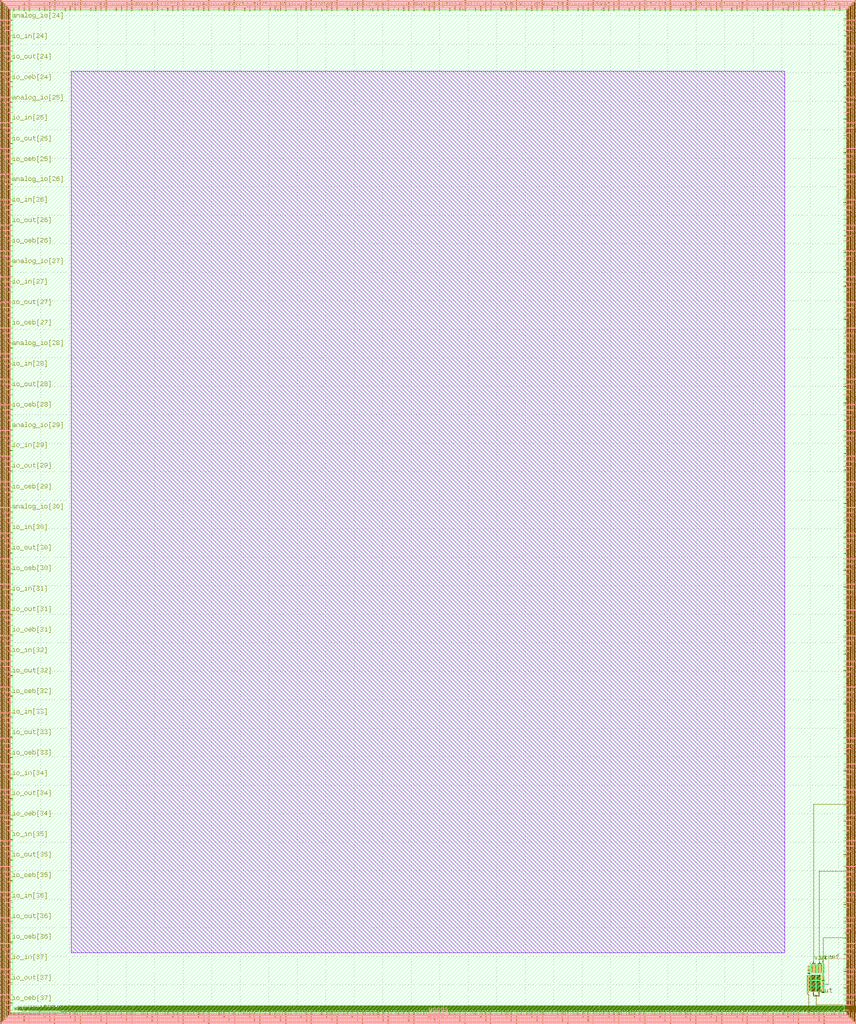
<source format=lef>
  X ä     "ä     " user_project_wrapper >A7KÆ§ð9D¸/ ZT ä     "ä     " "sky130_fd_pr__pfet_01v8_YT7TV5    ë   ,ÿÿà÷ÿÿî¼ÿÿà÷  D  	  D  	ÿÿî¼ÿÿà÷ÿÿî¼      A   ,ÿÿâ   Nÿÿâ     `    `  Nÿÿâ   N      A   ,ÿÿâ ÿÿñúÿÿâ ÿÿý²  `ÿÿý²  `ÿÿñúÿÿâ ÿÿñú      A  , ,ÿÿà¢  ïÿÿà¢    ^    ^  ïÿÿà¢  ï      A  , ,ÿÿà¢ÿÿïÿÿà¢  ïÿÿáL  ïÿÿáLÿÿïÿÿà¢ÿÿï      A  , ,  ´ÿÿï  ´  ï  ^  ï  ^ÿÿï  ´ÿÿï      A  , ,ÿÿà¢ÿÿîgÿÿà¢ÿÿï  ^ÿÿï  ^ÿÿîgÿÿà¢ÿÿîg      ^   ,ÿÿâ#  Ñÿÿâ#    Ý    Ý  Ñÿÿâ#  Ñ      ^   ,ÿÿâ#ÿÿñ}ÿÿâ#ÿÿþ/  Ýÿÿþ/  Ýÿÿñ}ÿÿâ#ÿÿñ}      ]  , ,ÿÿà%  rÿÿà%    Û    Û  rÿÿà%  r      ]  , ,ÿÿà%ÿÿïÿÿà%  rÿÿáÉ  rÿÿáÉÿÿïÿÿà%ÿÿï      ]  , ,  7ÿÿï  7  r  Û  r  Ûÿÿï  7ÿÿï      ]  , ,ÿÿà%ÿÿíêÿÿà%ÿÿï  Ûÿÿï  Ûÿÿíêÿÿà%ÿÿíê      B   ,ÿÿÿ[  ¡ÿÿÿ[  ë   ¥  ë   ¥  ¡ÿÿÿ[  ¡      B   ,ÿÿÿj  ³ÿÿÿj  ¡     ¡     ³ÿÿÿj  ³      B   ,ÿÿÿ[   iÿÿÿ[  ³   ¥  ³   ¥   iÿÿÿ[   i      B   ,ÿÿÿ[ÿÿþMÿÿÿ[ÿÿÿ   ¥ÿÿÿ   ¥ÿÿþMÿÿÿ[ÿÿþM      B   ,ÿÿÿjÿÿñ_ÿÿÿjÿÿþM   ÿÿþM   ÿÿñ_ÿÿÿjÿÿñ_      B   ,ÿÿÿ[ÿÿðÿÿÿ[ÿÿñ_   ¥ÿÿñ_   ¥ÿÿðÿÿÿ[ÿÿð      B   ,  /  ¡  /  ë  y  ë  y  ¡  /  ¡      B   ,  }  ¡  }  ë  Ç  ë  Ç  ¡  }  ¡      B   ,  Ë  ¡  Ë  ë    ë    ¡  Ë  ¡      B   ,    ¡    ë  c  ë  c  ¡    ¡      B   ,  g  ¡  g  ë  ±  ë  ±  ¡  g  ¡      B   ,  µ  ¡  µ  ë  ÿ  ë  ÿ  ¡  µ  ¡      B   ,    ¡    ë  M  ë  M  ¡    ¡      B   ,  ©  ¡  ©  ë  ó  ë  ó  ¡  ©  ¡      B   ,  ¸  ³  ¸  ¡  ä  ¡  ä  ³  ¸  ³      B   ,    ³    ¡  2  ¡  2  ³    ³      B   ,  T  ³  T  ¡    ¡    ³  T  ³      B   ,  ¢  ³  ¢  ¡  	Î  ¡  	Î  ³  ¢  ³      B   ,  
ð  ³  
ð  ¡    ¡    ³  
ð  ³      B   ,  >  ³  >  ¡  j  ¡  j  ³  >  ³      B   ,    ³    ¡  ¸  ¡  ¸  ³    ³      B   ,  Ú  ³  Ú  ¡    ¡    ³  Ú  ³      B   ,  (  ³  (  ¡  T  ¡  T  ³  (  ³      B   ,  v  ³  v  ¡  ¢  ¡  ¢  ³  v  ³      B   ,  Ä  ³  Ä  ¡  ð  ¡  ð  ³  Ä  ³      B   ,    ³    ¡  >  ¡  >  ³    ³      B   ,  ÷  ¡  ÷  ë  A  ë  A  ¡  ÷  ¡      B   ,  ©   i  ©  ³  ó  ³  ó   i  ©   i      B   ,  ÷   i  ÷  ³  A  ³  A   i  ÷   i      B   ,  E   i  E  ³    ³     i  E   i      B   ,     i    ³  	Ý  ³  	Ý   i     i      B   ,  
á   i  
á  ³  +  ³  +   i  
á   i      B   ,  /   i  /  ³  y  ³  y   i  /   i      B   ,  }   i  }  ³  Ç  ³  Ç   i  }   i      B   ,  Ë   i  Ë  ³    ³     i  Ë   i      B   ,     i    ³  c  ³  c   i     i      B   ,  g   i  g  ³  ±  ³  ±   i  g   i      B   ,  µ   i  µ  ³  ÿ  ³  ÿ   i  µ   i      B   ,     i    ³  M  ³  M   i     i      B   ,  E  ¡  E  ë    ë    ¡  E  ¡      B   ,    ¡    ë  	Ý  ë  	Ý  ¡    ¡      B   ,  
á  ¡  
á  ë  +  ë  +  ¡  
á  ¡      B   ,ÿÿñ  ¡ÿÿñ  ëÿÿòÑ  ëÿÿòÑ  ¡ÿÿñ  ¡      B   ,ÿÿóÕ  ¡ÿÿóÕ  ëÿÿõ  ëÿÿõ  ¡ÿÿóÕ  ¡      B   ,ÿÿö#  ¡ÿÿö#  ëÿÿ÷m  ëÿÿ÷m  ¡ÿÿö#  ¡      B   ,ÿÿøq  ¡ÿÿøq  ëÿÿù»  ëÿÿù»  ¡ÿÿøq  ¡      B   ,ÿÿú¿  ¡ÿÿú¿  ëÿÿü	  ëÿÿü	  ¡ÿÿú¿  ¡      B   ,ÿÿý  ¡ÿÿý  ëÿÿþW  ëÿÿþW  ¡ÿÿý  ¡      B   ,ÿÿã³  ¡ÿÿã³  ëÿÿäý  ëÿÿäý  ¡ÿÿã³  ¡      B   ,ÿÿãÂ  ³ÿÿãÂ  ¡ÿÿäî  ¡ÿÿäî  ³ÿÿãÂ  ³      B   ,ÿÿã³   iÿÿã³  ³ÿÿäý  ³ÿÿäý   iÿÿã³   i      B   ,ÿÿæ   iÿÿæ  ³ÿÿçK  ³ÿÿçK   iÿÿæ   i      B   ,ÿÿèO   iÿÿèO  ³ÿÿé  ³ÿÿé   iÿÿèO   i      B   ,ÿÿê   iÿÿê  ³ÿÿëç  ³ÿÿëç   iÿÿê   i      B   ,ÿÿìë   iÿÿìë  ³ÿÿî5  ³ÿÿî5   iÿÿìë   i      B   ,ÿÿï9   iÿÿï9  ³ÿÿð  ³ÿÿð   iÿÿï9   i      B   ,ÿÿñ   iÿÿñ  ³ÿÿòÑ  ³ÿÿòÑ   iÿÿñ   i      B   ,ÿÿóÕ   iÿÿóÕ  ³ÿÿõ  ³ÿÿõ   iÿÿóÕ   i      B   ,ÿÿö#   iÿÿö#  ³ÿÿ÷m  ³ÿÿ÷m   iÿÿö#   i      B   ,ÿÿøq   iÿÿøq  ³ÿÿù»  ³ÿÿù»   iÿÿøq   i      B   ,ÿÿú¿   iÿÿú¿  ³ÿÿü	  ³ÿÿü	   iÿÿú¿   i      B   ,ÿÿý   iÿÿý  ³ÿÿþW  ³ÿÿþW   iÿÿý   i      B   ,ÿÿæ  ³ÿÿæ  ¡ÿÿç<  ¡ÿÿç<  ³ÿÿæ  ³      B   ,ÿÿè^  ³ÿÿè^  ¡ÿÿé  ¡ÿÿé  ³ÿÿè^  ³      B   ,ÿÿê¬  ³ÿÿê¬  ¡ÿÿëØ  ¡ÿÿëØ  ³ÿÿê¬  ³      B   ,ÿÿìú  ³ÿÿìú  ¡ÿÿî&  ¡ÿÿî&  ³ÿÿìú  ³      B   ,ÿÿïH  ³ÿÿïH  ¡ÿÿðt  ¡ÿÿðt  ³ÿÿïH  ³      B   ,ÿÿñ  ³ÿÿñ  ¡ÿÿòÂ  ¡ÿÿòÂ  ³ÿÿñ  ³      B   ,ÿÿóä  ³ÿÿóä  ¡ÿÿõ  ¡ÿÿõ  ³ÿÿóä  ³      B   ,ÿÿö2  ³ÿÿö2  ¡ÿÿ÷^  ¡ÿÿ÷^  ³ÿÿö2  ³      B   ,ÿÿø  ³ÿÿø  ¡ÿÿù¬  ¡ÿÿù¬  ³ÿÿø  ³      B   ,ÿÿúÎ  ³ÿÿúÎ  ¡ÿÿûú  ¡ÿÿûú  ³ÿÿúÎ  ³      B   ,ÿÿý  ³ÿÿý  ¡ÿÿþH  ¡ÿÿþH  ³ÿÿý  ³      B   ,ÿÿæ  ¡ÿÿæ  ëÿÿçK  ëÿÿçK  ¡ÿÿæ  ¡      B   ,ÿÿèO  ¡ÿÿèO  ëÿÿé  ëÿÿé  ¡ÿÿèO  ¡      B   ,ÿÿê  ¡ÿÿê  ëÿÿëç  ëÿÿëç  ¡ÿÿê  ¡      B   ,ÿÿìë  ¡ÿÿìë  ëÿÿî5  ëÿÿî5  ¡ÿÿìë  ¡      B   ,ÿÿï9  ¡ÿÿï9  ëÿÿð  ëÿÿð  ¡ÿÿï9  ¡      B   ,ÿÿêÿÿþMÿÿêÿÿÿÿÿëçÿÿÿÿÿëçÿÿþMÿÿêÿÿþM      B   ,ÿÿìëÿÿþMÿÿìëÿÿÿÿÿî5ÿÿÿÿÿî5ÿÿþMÿÿìëÿÿþM      B   ,ÿÿï9ÿÿþMÿÿï9ÿÿÿÿÿðÿÿÿÿÿðÿÿþMÿÿï9ÿÿþM      B   ,ÿÿñÿÿþMÿÿñÿÿÿÿÿòÑÿÿÿÿÿòÑÿÿþMÿÿñÿÿþM      B   ,ÿÿóÕÿÿþMÿÿóÕÿÿÿÿÿõÿÿÿÿÿõÿÿþMÿÿóÕÿÿþM      B   ,ÿÿö#ÿÿþMÿÿö#ÿÿÿÿÿ÷mÿÿÿÿÿ÷mÿÿþMÿÿö#ÿÿþM      B   ,ÿÿøqÿÿþMÿÿøqÿÿÿÿÿù»ÿÿÿÿÿù»ÿÿþMÿÿøqÿÿþM      B   ,ÿÿú¿ÿÿþMÿÿú¿ÿÿÿÿÿü	ÿÿÿÿÿü	ÿÿþMÿÿú¿ÿÿþM      B   ,ÿÿýÿÿþMÿÿýÿÿÿÿÿþWÿÿÿÿÿþWÿÿþMÿÿýÿÿþM      B   ,ÿÿã³ÿÿþMÿÿã³ÿÿÿÿÿäýÿÿÿÿÿäýÿÿþMÿÿã³ÿÿþM      B   ,ÿÿãÂÿÿñ_ÿÿãÂÿÿþMÿÿäîÿÿþMÿÿäîÿÿñ_ÿÿãÂÿÿñ_      B   ,ÿÿæÿÿñ_ÿÿæÿÿþMÿÿç<ÿÿþMÿÿç<ÿÿñ_ÿÿæÿÿñ_      B   ,ÿÿè^ÿÿñ_ÿÿè^ÿÿþMÿÿéÿÿþMÿÿéÿÿñ_ÿÿè^ÿÿñ_      B   ,ÿÿê¬ÿÿñ_ÿÿê¬ÿÿþMÿÿëØÿÿþMÿÿëØÿÿñ_ÿÿê¬ÿÿñ_      B   ,ÿÿìúÿÿñ_ÿÿìúÿÿþMÿÿî&ÿÿþMÿÿî&ÿÿñ_ÿÿìúÿÿñ_      B   ,ÿÿïHÿÿñ_ÿÿïHÿÿþMÿÿðtÿÿþMÿÿðtÿÿñ_ÿÿïHÿÿñ_      B   ,ÿÿñÿÿñ_ÿÿñÿÿþMÿÿòÂÿÿþMÿÿòÂÿÿñ_ÿÿñÿÿñ_      B   ,ÿÿóäÿÿñ_ÿÿóäÿÿþMÿÿõÿÿþMÿÿõÿÿñ_ÿÿóäÿÿñ_      B   ,ÿÿö2ÿÿñ_ÿÿö2ÿÿþMÿÿ÷^ÿÿþMÿÿ÷^ÿÿñ_ÿÿö2ÿÿñ_      B   ,ÿÿøÿÿñ_ÿÿøÿÿþMÿÿù¬ÿÿþMÿÿù¬ÿÿñ_ÿÿøÿÿñ_      B   ,ÿÿúÎÿÿñ_ÿÿúÎÿÿþMÿÿûúÿÿþMÿÿûúÿÿñ_ÿÿúÎÿÿñ_      B   ,ÿÿýÿÿñ_ÿÿýÿÿþMÿÿþHÿÿþMÿÿþHÿÿñ_ÿÿýÿÿñ_      B   ,ÿÿæÿÿþMÿÿæÿÿÿÿÿçKÿÿÿÿÿçKÿÿþMÿÿæÿÿþM      B   ,ÿÿã³ÿÿðÿÿã³ÿÿñ_ÿÿäýÿÿñ_ÿÿäýÿÿðÿÿã³ÿÿð      B   ,ÿÿæÿÿðÿÿæÿÿñ_ÿÿçKÿÿñ_ÿÿçKÿÿðÿÿæÿÿð      B   ,ÿÿèOÿÿðÿÿèOÿÿñ_ÿÿéÿÿñ_ÿÿéÿÿðÿÿèOÿÿð      B   ,ÿÿêÿÿðÿÿêÿÿñ_ÿÿëçÿÿñ_ÿÿëçÿÿðÿÿêÿÿð      B   ,ÿÿìëÿÿðÿÿìëÿÿñ_ÿÿî5ÿÿñ_ÿÿî5ÿÿðÿÿìëÿÿð      B   ,ÿÿï9ÿÿðÿÿï9ÿÿñ_ÿÿðÿÿñ_ÿÿðÿÿðÿÿï9ÿÿð      B   ,ÿÿñÿÿðÿÿñÿÿñ_ÿÿòÑÿÿñ_ÿÿòÑÿÿðÿÿñÿÿð      B   ,ÿÿóÕÿÿðÿÿóÕÿÿñ_ÿÿõÿÿñ_ÿÿõÿÿðÿÿóÕÿÿð      B   ,ÿÿö#ÿÿðÿÿö#ÿÿñ_ÿÿ÷mÿÿñ_ÿÿ÷mÿÿðÿÿö#ÿÿð      B   ,ÿÿøqÿÿðÿÿøqÿÿñ_ÿÿù»ÿÿñ_ÿÿù»ÿÿðÿÿøqÿÿð      B   ,ÿÿú¿ÿÿðÿÿú¿ÿÿñ_ÿÿü	ÿÿñ_ÿÿü	ÿÿðÿÿú¿ÿÿð      B   ,ÿÿýÿÿðÿÿýÿÿñ_ÿÿþWÿÿñ_ÿÿþWÿÿðÿÿýÿÿð      B   ,ÿÿèOÿÿþMÿÿèOÿÿÿÿÿéÿÿÿÿÿéÿÿþMÿÿèOÿÿþM      B   ,  ÿÿñ_  ÿÿþM  2ÿÿþM  2ÿÿñ_  ÿÿñ_      B   ,  Tÿÿñ_  TÿÿþM  ÿÿþM  ÿÿñ_  Tÿÿñ_      B   ,  ¢ÿÿñ_  ¢ÿÿþM  	ÎÿÿþM  	Îÿÿñ_  ¢ÿÿñ_      B   ,  
ðÿÿñ_  
ðÿÿþM  ÿÿþM  ÿÿñ_  
ðÿÿñ_      B   ,  >ÿÿñ_  >ÿÿþM  jÿÿþM  jÿÿñ_  >ÿÿñ_      B   ,  ÿÿñ_  ÿÿþM  ¸ÿÿþM  ¸ÿÿñ_  ÿÿñ_      B   ,  Úÿÿñ_  ÚÿÿþM  ÿÿþM  ÿÿñ_  Úÿÿñ_      B   ,  (ÿÿñ_  (ÿÿþM  TÿÿþM  Tÿÿñ_  (ÿÿñ_      B   ,  vÿÿñ_  vÿÿþM  ¢ÿÿþM  ¢ÿÿñ_  vÿÿñ_      B   ,  Äÿÿñ_  ÄÿÿþM  ðÿÿþM  ðÿÿñ_  Äÿÿñ_      B   ,  ÿÿñ_  ÿÿþM  >ÿÿþM  >ÿÿñ_  ÿÿñ_      B   ,  ÷ÿÿþM  ÷ÿÿÿ  Aÿÿÿ  AÿÿþM  ÷ÿÿþM      B   ,  EÿÿþM  Eÿÿÿ  ÿÿÿ  ÿÿþM  EÿÿþM      B   ,  ÿÿþM  ÿÿÿ  	Ýÿÿÿ  	ÝÿÿþM  ÿÿþM      B   ,  
áÿÿþM  
áÿÿÿ  +ÿÿÿ  +ÿÿþM  
áÿÿþM      B   ,  /ÿÿþM  /ÿÿÿ  yÿÿÿ  yÿÿþM  /ÿÿþM      B   ,  }ÿÿþM  }ÿÿÿ  Çÿÿÿ  ÇÿÿþM  }ÿÿþM      B   ,  ËÿÿþM  Ëÿÿÿ  ÿÿÿ  ÿÿþM  ËÿÿþM      B   ,  ÿÿþM  ÿÿÿ  cÿÿÿ  cÿÿþM  ÿÿþM      B   ,  gÿÿþM  gÿÿÿ  ±ÿÿÿ  ±ÿÿþM  gÿÿþM      B   ,  µÿÿþM  µÿÿÿ  ÿÿÿÿ  ÿÿÿþM  µÿÿþM      B   ,  ÿÿþM  ÿÿÿ  Mÿÿÿ  MÿÿþM  ÿÿþM      B   ,  ©ÿÿþM  ©ÿÿÿ  óÿÿÿ  óÿÿþM  ©ÿÿþM      B   ,  ¸ÿÿñ_  ¸ÿÿþM  äÿÿþM  äÿÿñ_  ¸ÿÿñ_      B   ,  ©ÿÿð  ©ÿÿñ_  óÿÿñ_  óÿÿð  ©ÿÿð      B   ,  ÷ÿÿð  ÷ÿÿñ_  Aÿÿñ_  Aÿÿð  ÷ÿÿð      B   ,  Eÿÿð  Eÿÿñ_  ÿÿñ_  ÿÿð  Eÿÿð      B   ,  ÿÿð  ÿÿñ_  	Ýÿÿñ_  	Ýÿÿð  ÿÿð      B   ,  
áÿÿð  
áÿÿñ_  +ÿÿñ_  +ÿÿð  
áÿÿð      B   ,  /ÿÿð  /ÿÿñ_  yÿÿñ_  yÿÿð  /ÿÿð      B   ,  }ÿÿð  }ÿÿñ_  Çÿÿñ_  Çÿÿð  }ÿÿð      B   ,  Ëÿÿð  Ëÿÿñ_  ÿÿñ_  ÿÿð  Ëÿÿð      B   ,  ÿÿð  ÿÿñ_  cÿÿñ_  cÿÿð  ÿÿð      B   ,  gÿÿð  gÿÿñ_  ±ÿÿñ_  ±ÿÿð  gÿÿð      B   ,  µÿÿð  µÿÿñ_  ÿÿÿñ_  ÿÿÿð  µÿÿð      B   ,  ÿÿð  ÿÿñ_  Mÿÿñ_  Mÿÿð  ÿÿð      B  , ,ÿÿÿ«   ¹ÿÿÿ«  c   U  c   U   ¹ÿÿÿ«   ¹      B  , ,ÿÿÿ«ÿÿþÿÿÿ«ÿÿÿG   UÿÿÿG   Uÿÿþÿÿÿ«ÿÿþ      B  , ,   Ò     Ò  	)  |  	)  |     Ò        B  , ,          	)  Ê  	)  Ê             B  , ,  n    n  	)    	)      n        B  , ,  ¼    ¼  	)  f  	)  f    ¼        B  , ,  

    

  	)  
´  	)  
´    

        B  , ,  X    X  	)    	)      X        B  , ,  ¦    ¦  	)  P  	)  P    ¦        B  , ,  ô    ô  	)    	)      ô        B  , ,  B    B  	)  ì  	)  ì    B        B  , ,        	)  :  	)  :            B  , ,  Þ    Þ  	)    	)      Þ        B  , ,  ,    ,  	)  Ö  	)  Ö    ,        B  , ,  z    z  	)  $  	)  $    z        B  , ,  ´  M  ´  ÷  ^  ÷  ^  M  ´  M      B  , ,    {    %  :  %  :  {    {      B  , ,  Þ  {  Þ  %    %    {  Þ  {      B  , ,  ,  {  ,  %  Ö  %  Ö  {  ,  {      B  , ,  z  {  z  %  $  %  $  {  z  {      B  , ,  ´  I  ´  ó  ^  ó  ^  I  ´  I      B  , ,  ô  '  ô  Ñ    Ñ    '  ô  '      B  , ,  B  '  B  Ñ  ì  Ñ  ì  '  B  '      B  , ,    '    Ñ  :  Ñ  :  '    '      B  , ,  Þ  '  Þ  Ñ    Ñ    '  Þ  '      B  , ,  ,  '  ,  Ñ  Ö  Ñ  Ö  '  ,  '      B  , ,  z  '  z  Ñ  $  Ñ  $  '  z  '      B  , ,  ´  
õ  ´    ^    ^  
õ  ´  
õ      B  , ,  ô  	Ó  ô  
}    
}    	Ó  ô  	Ó      B  , ,  B  	Ó  B  
}  ì  
}  ì  	Ó  B  	Ó      B  , ,    	Ó    
}  :  
}  :  	Ó    	Ó      B  , ,  Þ  	Ó  Þ  
}    
}    	Ó  Þ  	Ó      B  , ,  ,  	Ó  ,  
}  Ö  
}  Ö  	Ó  ,  	Ó      B  , ,  z  	Ó  z  
}  $  
}  $  	Ó  z  	Ó      B  , ,  ´  	¡  ´  
K  ^  
K  ^  	¡  ´  	¡      B  , ,  E  ï  E    ï    ï  ï  E  ï      B  , ,    ï      C    C  ï    ï      B  , ,  í  ï  í          ï  í  ï      B  , ,  A  ï  A    ë    ë  ï  A  ï      B  , ,    ï      ?    ?  ï    ï      B  , ,  é  ï  é          ï  é  ï      B  , ,  =  ï  =    ç    ç  ï  =  ï      B  , ,    ï      ;    ;  ï    ï      B  , ,  å  ï  å          ï  å  ï      B  , ,  9  ï  9    ã    ã  ï  9  ï      B  , ,  ´  ñ  ´    ^    ^  ñ  ´  ñ      B  , ,  ´    ´  G  ^  G  ^    ´        B  , ,  ô  {  ô  %    %    {  ô  {      B  , ,  B  {  B  %  ì  %  ì  {  B  {      B  , ,     {     %  Ê  %  Ê  {     {      B  , ,  n  {  n  %    %    {  n  {      B  , ,  ¼  {  ¼  %  f  %  f  {  ¼  {      B  , ,   Ò  	Ó   Ò  
}  |  
}  |  	Ó   Ò  	Ó      B  , ,     	Ó     
}  Ê  
}  Ê  	Ó     	Ó      B  , ,  n  	Ó  n  
}    
}    	Ó  n  	Ó      B  , ,  ¼  	Ó  ¼  
}  f  
}  f  	Ó  ¼  	Ó      B  , ,  

  	Ó  

  
}  
´  
}  
´  	Ó  

  	Ó      B  , ,  X  	Ó  X  
}    
}    	Ó  X  	Ó      B  , ,  ¦  	Ó  ¦  
}  P  
}  P  	Ó  ¦  	Ó      B  , ,  

  {  

  %  
´  %  
´  {  

  {      B  , ,  X  {  X  %    %    {  X  {      B  , ,  ¦  {  ¦  %  P  %  P  {  ¦  {      B  , ,  ¥  ï  ¥    O    O  ï  ¥  ï      B  , ,  ù  ï  ù    £    £  ï  ù  ï      B  , ,  M  ï  M    ÷    ÷  ï  M  ï      B  , ,  	¡  ï  	¡    
K    
K  ï  	¡  ï      B  , ,  
õ  ï  
õ          ï  
õ  ï      B  , ,  I  ï  I    ó    ó  ï  I  ï      B  , ,    ï      G    G  ï    ï      B  , ,   Ò  '   Ò  Ñ  |  Ñ  |  '   Ò  '      B  , ,     '     Ñ  Ê  Ñ  Ê  '     '      B  , ,  n  '  n  Ñ    Ñ    '  n  '      B  , ,  ¼  '  ¼  Ñ  f  Ñ  f  '  ¼  '      B  , ,  

  '  

  Ñ  
´  Ñ  
´  '  

  '      B  , ,  X  '  X  Ñ    Ñ    '  X  '      B  , ,  ¦  '  ¦  Ñ  P  Ñ  P  '  ¦  '      B  , ,  ñ  ï  ñ          ï  ñ  ï      B  , ,  ý  ï  ý    §    §  ï  ý  ï      B  , ,  Q  ï  Q    û    û  ï  Q  ï      B  , ,   Ò  {   Ò  %  |  %  |  {   Ò  {      B  , ,   U  ï   U     ÿ     ÿ  ï   U  ï      B  , ,  ©  ï  ©    S    S  ï  ©  ï      B  , ,  n  +  n  Õ    Õ    +  n  +      B  , ,  ¼  +  ¼  Õ  f  Õ  f  +  ¼  +      B  , ,  

  +  

  Õ  
´  Õ  
´  +  

  +      B  , ,  X  +  X  Õ    Õ    +  X  +      B  , ,  ¦  +  ¦  Õ  P  Õ  P  +  ¦  +      B  , ,   Ò  ×   Ò    |    |  ×   Ò  ×      B  , ,     ×       Ê    Ê  ×     ×      B  , ,  n  ×  n          ×  n  ×      B  , ,  ¼  ×  ¼    f    f  ×  ¼  ×      B  , ,  

  ×  

    
´    
´  ×  

  ×      B  , ,  X  ×  X          ×  X  ×      B  , ,  ¦  ×  ¦    P    P  ×  ¦  ×      B  , ,   Ò     Ò  -  |  -  |     Ò        B  , ,          -  Ê  -  Ê             B  , ,  n    n  -    -      n        B  , ,  ¼    ¼  -  f  -  f    ¼        B  , ,  

    

  -  
´  -  
´    

        B  , ,  X    X  -    -      X        B  , ,  ¦    ¦  -  P  -  P    ¦        B  , ,   Ò  /   Ò  Ù  |  Ù  |  /   Ò  /      B  , ,     /     Ù  Ê  Ù  Ê  /     /      B  , ,  n  /  n  Ù    Ù    /  n  /      B  , ,  ¼  /  ¼  Ù  f  Ù  f  /  ¼  /      B  , ,  

  /  

  Ù  
´  Ù  
´  /  

  /      B  , ,  X  /  X  Ù    Ù    /  X  /      B  , ,  ¦  /  ¦  Ù  P  Ù  P  /  ¦  /      B  , ,   Ò  +   Ò  Õ  |  Õ  |  +   Ò  +      B  , ,  ù   ¹  ù  c  £  c  £   ¹  ù   ¹      B  , ,  G   ¹  G  c  ñ  c  ñ   ¹  G   ¹      B  , ,     ¹    c  ?  c  ?   ¹     ¹      B  , ,  ã   ¹  ã  c  	  c  	   ¹  ã   ¹      B  , ,  1   ¹  1  c  Û  c  Û   ¹  1   ¹      B  , ,     ¹    c  )  c  )   ¹     ¹      B  , ,     +     Õ  Ê  Õ  Ê  +     +      B  , ,  B    B  -  ì  -  ì    B        B  , ,        -  :  -  :            B  , ,  Þ    Þ  -    -      Þ        B  , ,  ,    ,  -  Ö  -  Ö    ,        B  , ,  z    z  -  $  -  $    z        B  , ,  ´  Q  ´  û  ^  û  ^  Q  ´  Q      B  , ,  ô  ×  ô          ×  ô  ×      B  , ,  B  ×  B    ì    ì  ×  B  ×      B  , ,    ×      :    :  ×    ×      B  , ,  Þ  ×  Þ          ×  Þ  ×      B  , ,  ,  ×  ,    Ö    Ö  ×  ,  ×      B  , ,  z  ×  z    $    $  ×  z  ×      B  , ,  ´  ¥  ´  O  ^  O  ^  ¥  ´  ¥      B  , ,  ô  /  ô  Ù    Ù    /  ô  /      B  , ,  B  /  B  Ù  ì  Ù  ì  /  B  /      B  , ,    /    Ù  :  Ù  :  /    /      B  , ,  Þ  /  Þ  Ù    Ù    /  Þ  /      B  , ,  ,  /  ,  Ù  Ö  Ù  Ö  /  ,  /      B  , ,  z  /  z  Ù  $  Ù  $  /  z  /      B  , ,  ´  ý  ´  §  ^  §  ^  ý  ´  ý      B  , ,  ´  ©  ´  S  ^  S  ^  ©  ´  ©      B  , ,  ô  +  ô  Õ    Õ    +  ô  +      B  , ,  B  +  B  Õ  ì  Õ  ì  +  B  +      B  , ,    +    Õ  :  Õ  :  +    +      B  , ,  Þ  +  Þ  Õ    Õ    +  Þ  +      B  , ,  ,  +  ,  Õ  Ö  Õ  Ö  +  ,  +      B  , ,  z  +  z  Õ  $  Õ  $  +  z  +      B  , ,  ´  ù  ´  £  ^  £  ^  ù  ´  ù      B  , ,  Í   ¹  Í  c  w  c  w   ¹  Í   ¹      B  , ,     ¹    c  Å  c  Å   ¹     ¹      B  , ,  i   ¹  i  c    c     ¹  i   ¹      B  , ,  ·   ¹  ·  c  a  c  a   ¹  ·   ¹      B  , ,     ¹    c  ¯  c  ¯   ¹     ¹      B  , ,  S   ¹  S  c  ý  c  ý   ¹  S   ¹      B  , ,  ´   U  ´   ÿ  ^   ÿ  ^   U  ´   U      B  , ,  ô    ô  -    -      ô        B  , ,ÿÿà¢  Mÿÿà¢  ÷ÿÿáL  ÷ÿÿáL  Mÿÿà¢  M      B  , ,ÿÿâÜ  ÿÿâÜ  	)ÿÿã  	)ÿÿã  ÿÿâÜ        B  , ,ÿÿå*  ÿÿå*  	)ÿÿåÔ  	)ÿÿåÔ  ÿÿå*        B  , ,ÿÿçx  ÿÿçx  	)ÿÿè"  	)ÿÿè"  ÿÿçx        B  , ,ÿÿéÆ  ÿÿéÆ  	)ÿÿêp  	)ÿÿêp  ÿÿéÆ        B  , ,ÿÿì  ÿÿì  	)ÿÿì¾  	)ÿÿì¾  ÿÿì        B  , ,ÿÿîb  ÿÿîb  	)ÿÿï  	)ÿÿï  ÿÿîb        B  , ,ÿÿð°  ÿÿð°  	)ÿÿñZ  	)ÿÿñZ  ÿÿð°        B  , ,ÿÿòþ  ÿÿòþ  	)ÿÿó¨  	)ÿÿó¨  ÿÿòþ        B  , ,ÿÿõL  ÿÿõL  	)ÿÿõö  	)ÿÿõö  ÿÿõL        B  , ,ÿÿ÷  ÿÿ÷  	)ÿÿøD  	)ÿÿøD  ÿÿ÷        B  , ,ÿÿùè  ÿÿùè  	)ÿÿú  	)ÿÿú  ÿÿùè        B  , ,ÿÿü6  ÿÿü6  	)ÿÿüà  	)ÿÿüà  ÿÿü6        B  , ,ÿÿþ  ÿÿþ  	)ÿÿÿ.  	)ÿÿÿ.  ÿÿþ        B  , ,ÿÿüY  ïÿÿüY  ÿÿý  ÿÿý  ïÿÿüY  ï      B  , ,ÿÿý­  ïÿÿý­  ÿÿþW  ÿÿþW  ïÿÿý­  ï      B  , ,ÿÿÿ  ïÿÿÿ  ÿÿÿ«  ÿÿÿ«  ïÿÿÿ  ï      B  , ,ÿÿð°  	Óÿÿð°  
}ÿÿñZ  
}ÿÿñZ  	Óÿÿð°  	Ó      B  , ,ÿÿòþ  	Óÿÿòþ  
}ÿÿó¨  
}ÿÿó¨  	Óÿÿòþ  	Ó      B  , ,ÿÿõL  	ÓÿÿõL  
}ÿÿõö  
}ÿÿõö  	ÓÿÿõL  	Ó      B  , ,ÿÿ÷  	Óÿÿ÷  
}ÿÿøD  
}ÿÿøD  	Óÿÿ÷  	Ó      B  , ,ÿÿùè  	Óÿÿùè  
}ÿÿú  
}ÿÿú  	Óÿÿùè  	Ó      B  , ,ÿÿü6  	Óÿÿü6  
}ÿÿüà  
}ÿÿüà  	Óÿÿü6  	Ó      B  , ,ÿÿþ  	Óÿÿþ  
}ÿÿÿ.  
}ÿÿÿ.  	Óÿÿþ  	Ó      B  , ,ÿÿð°  {ÿÿð°  %ÿÿñZ  %ÿÿñZ  {ÿÿð°  {      B  , ,ÿÿòþ  {ÿÿòþ  %ÿÿó¨  %ÿÿó¨  {ÿÿòþ  {      B  , ,ÿÿõL  {ÿÿõL  %ÿÿõö  %ÿÿõö  {ÿÿõL  {      B  , ,ÿÿ÷  {ÿÿ÷  %ÿÿøD  %ÿÿøD  {ÿÿ÷  {      B  , ,ÿÿùè  {ÿÿùè  %ÿÿú  %ÿÿú  {ÿÿùè  {      B  , ,ÿÿü6  {ÿÿü6  %ÿÿüà  %ÿÿüà  {ÿÿü6  {      B  , ,ÿÿþ  {ÿÿþ  %ÿÿÿ.  %ÿÿÿ.  {ÿÿþ  {      B  , ,ÿÿó  ïÿÿó  ÿÿó·  ÿÿó·  ïÿÿó  ï      B  , ,ÿÿôa  ïÿÿôa  ÿÿõ  ÿÿõ  ïÿÿôa  ï      B  , ,ÿÿõµ  ïÿÿõµ  ÿÿö_  ÿÿö_  ïÿÿõµ  ï      B  , ,ÿÿ÷	  ïÿÿ÷	  ÿÿ÷³  ÿÿ÷³  ïÿÿ÷	  ï      B  , ,ÿÿð°  'ÿÿð°  ÑÿÿñZ  ÑÿÿñZ  'ÿÿð°  '      B  , ,ÿÿòþ  'ÿÿòþ  Ñÿÿó¨  Ñÿÿó¨  'ÿÿòþ  '      B  , ,ÿÿõL  'ÿÿõL  Ñÿÿõö  Ñÿÿõö  'ÿÿõL  '      B  , ,ÿÿ÷  'ÿÿ÷  ÑÿÿøD  ÑÿÿøD  'ÿÿ÷  '      B  , ,ÿÿùè  'ÿÿùè  Ñÿÿú  Ñÿÿú  'ÿÿùè  '      B  , ,ÿÿü6  'ÿÿü6  Ñÿÿüà  Ñÿÿüà  'ÿÿü6  '      B  , ,ÿÿþ  'ÿÿþ  Ñÿÿÿ.  Ñÿÿÿ.  'ÿÿþ  '      B  , ,ÿÿø]  ïÿÿø]  ÿÿù  ÿÿù  ïÿÿø]  ï      B  , ,ÿÿù±  ïÿÿù±  ÿÿú[  ÿÿú[  ïÿÿù±  ï      B  , ,ÿÿû  ïÿÿû  ÿÿû¯  ÿÿû¯  ïÿÿû  ï      B  , ,ÿÿðe  ïÿÿðe  ÿÿñ  ÿÿñ  ïÿÿðe  ï      B  , ,ÿÿñ¹  ïÿÿñ¹  ÿÿòc  ÿÿòc  ïÿÿñ¹  ï      B  , ,ÿÿì  {ÿÿì  %ÿÿì¾  %ÿÿì¾  {ÿÿì  {      B  , ,ÿÿîb  {ÿÿîb  %ÿÿï  %ÿÿï  {ÿÿîb  {      B  , ,ÿÿà¢  ñÿÿà¢  ÿÿáL  ÿÿáL  ñÿÿà¢  ñ      B  , ,ÿÿã  ïÿÿã  ÿÿãÇ  ÿÿãÇ  ïÿÿã  ï      B  , ,ÿÿà¢  ÿÿà¢  GÿÿáL  GÿÿáL  ÿÿà¢        B  , ,ÿÿäq  ïÿÿäq  ÿÿå  ÿÿå  ïÿÿäq  ï      B  , ,ÿÿà¢  Iÿÿà¢  óÿÿáL  óÿÿáL  Iÿÿà¢  I      B  , ,ÿÿâÜ  {ÿÿâÜ  %ÿÿã  %ÿÿã  {ÿÿâÜ  {      B  , ,ÿÿå*  {ÿÿå*  %ÿÿåÔ  %ÿÿåÔ  {ÿÿå*  {      B  , ,ÿÿåÅ  ïÿÿåÅ  ÿÿæo  ÿÿæo  ïÿÿåÅ  ï      B  , ,ÿÿç  ïÿÿç  ÿÿçÃ  ÿÿçÃ  ïÿÿç  ï      B  , ,ÿÿèm  ïÿÿèm  ÿÿé  ÿÿé  ïÿÿèm  ï      B  , ,ÿÿéÁ  ïÿÿéÁ  ÿÿêk  ÿÿêk  ïÿÿéÁ  ï      B  , ,ÿÿçx  {ÿÿçx  %ÿÿè"  %ÿÿè"  {ÿÿçx  {      B  , ,ÿÿà¢  	¡ÿÿà¢  
KÿÿáL  
KÿÿáL  	¡ÿÿà¢  	¡      B  , ,ÿÿâÜ  	ÓÿÿâÜ  
}ÿÿã  
}ÿÿã  	ÓÿÿâÜ  	Ó      B  , ,ÿÿå*  	Óÿÿå*  
}ÿÿåÔ  
}ÿÿåÔ  	Óÿÿå*  	Ó      B  , ,ÿÿçx  	Óÿÿçx  
}ÿÿè"  
}ÿÿè"  	Óÿÿçx  	Ó      B  , ,ÿÿéÆ  	ÓÿÿéÆ  
}ÿÿêp  
}ÿÿêp  	ÓÿÿéÆ  	Ó      B  , ,ÿÿì  	Óÿÿì  
}ÿÿì¾  
}ÿÿì¾  	Óÿÿì  	Ó      B  , ,ÿÿîb  	Óÿÿîb  
}ÿÿï  
}ÿÿï  	Óÿÿîb  	Ó      B  , ,ÿÿîb  'ÿÿîb  Ñÿÿï  Ñÿÿï  'ÿÿîb  '      B  , ,ÿÿà¢  
õÿÿà¢  ÿÿáL  ÿÿáL  
õÿÿà¢  
õ      B  , ,ÿÿâÜ  'ÿÿâÜ  Ñÿÿã  Ñÿÿã  'ÿÿâÜ  '      B  , ,ÿÿå*  'ÿÿå*  ÑÿÿåÔ  ÑÿÿåÔ  'ÿÿå*  '      B  , ,ÿÿçx  'ÿÿçx  Ñÿÿè"  Ñÿÿè"  'ÿÿçx  '      B  , ,ÿÿéÆ  'ÿÿéÆ  Ñÿÿêp  Ñÿÿêp  'ÿÿéÆ  '      B  , ,ÿÿë  ïÿÿë  ÿÿë¿  ÿÿë¿  ïÿÿë  ï      B  , ,ÿÿìi  ïÿÿìi  ÿÿí  ÿÿí  ïÿÿìi  ï      B  , ,ÿÿí½  ïÿÿí½  ÿÿîg  ÿÿîg  ïÿÿí½  ï      B  , ,ÿÿï  ïÿÿï  ÿÿï»  ÿÿï»  ïÿÿï  ï      B  , ,ÿÿì  'ÿÿì  Ñÿÿì¾  Ñÿÿì¾  'ÿÿì  '      B  , ,ÿÿéÆ  {ÿÿéÆ  %ÿÿêp  %ÿÿêp  {ÿÿéÆ  {      B  , ,ÿÿå*  ÿÿå*  -ÿÿåÔ  -ÿÿåÔ  ÿÿå*        B  , ,ÿÿçx  ÿÿçx  -ÿÿè"  -ÿÿè"  ÿÿçx        B  , ,ÿÿéÆ  ÿÿéÆ  -ÿÿêp  -ÿÿêp  ÿÿéÆ        B  , ,ÿÿì  ÿÿì  -ÿÿì¾  -ÿÿì¾  ÿÿì        B  , ,ÿÿîb  ÿÿîb  -ÿÿï  -ÿÿï  ÿÿîb        B  , ,ÿÿà¢  ùÿÿà¢  £ÿÿáL  £ÿÿáL  ùÿÿà¢  ù      B  , ,ÿÿâÜ  +ÿÿâÜ  Õÿÿã  Õÿÿã  +ÿÿâÜ  +      B  , ,ÿÿå*  +ÿÿå*  ÕÿÿåÔ  ÕÿÿåÔ  +ÿÿå*  +      B  , ,ÿÿçx  +ÿÿçx  Õÿÿè"  Õÿÿè"  +ÿÿçx  +      B  , ,ÿÿéÆ  +ÿÿéÆ  Õÿÿêp  Õÿÿêp  +ÿÿéÆ  +      B  , ,ÿÿì  +ÿÿì  Õÿÿì¾  Õÿÿì¾  +ÿÿì  +      B  , ,ÿÿîb  +ÿÿîb  Õÿÿï  Õÿÿï  +ÿÿîb  +      B  , ,ÿÿà¢  ©ÿÿà¢  SÿÿáL  SÿÿáL  ©ÿÿà¢  ©      B  , ,ÿÿà¢  ¥ÿÿà¢  OÿÿáL  OÿÿáL  ¥ÿÿà¢  ¥      B  , ,ÿÿà¢   Uÿÿà¢   ÿÿÿáL   ÿÿÿáL   Uÿÿà¢   U      B  , ,ÿÿä   ¹ÿÿä  cÿÿä­  cÿÿä­   ¹ÿÿä   ¹      B  , ,ÿÿæQ   ¹ÿÿæQ  cÿÿæû  cÿÿæû   ¹ÿÿæQ   ¹      B  , ,ÿÿè   ¹ÿÿè  cÿÿéI  cÿÿéI   ¹ÿÿè   ¹      B  , ,ÿÿêí   ¹ÿÿêí  cÿÿë  cÿÿë   ¹ÿÿêí   ¹      B  , ,ÿÿí;   ¹ÿÿí;  cÿÿíå  cÿÿíå   ¹ÿÿí;   ¹      B  , ,ÿÿï   ¹ÿÿï  cÿÿð3  cÿÿð3   ¹ÿÿï   ¹      B  , ,ÿÿâÜ  ×ÿÿâÜ  ÿÿã  ÿÿã  ×ÿÿâÜ  ×      B  , ,ÿÿå*  ×ÿÿå*  ÿÿåÔ  ÿÿåÔ  ×ÿÿå*  ×      B  , ,ÿÿçx  ×ÿÿçx  ÿÿè"  ÿÿè"  ×ÿÿçx  ×      B  , ,ÿÿéÆ  ×ÿÿéÆ  ÿÿêp  ÿÿêp  ×ÿÿéÆ  ×      B  , ,ÿÿì  ×ÿÿì  ÿÿì¾  ÿÿì¾  ×ÿÿì  ×      B  , ,ÿÿîb  ×ÿÿîb  ÿÿï  ÿÿï  ×ÿÿîb  ×      B  , ,ÿÿà¢  ýÿÿà¢  §ÿÿáL  §ÿÿáL  ýÿÿà¢  ý      B  , ,ÿÿâÜ  /ÿÿâÜ  Ùÿÿã  Ùÿÿã  /ÿÿâÜ  /      B  , ,ÿÿå*  /ÿÿå*  ÙÿÿåÔ  ÙÿÿåÔ  /ÿÿå*  /      B  , ,ÿÿçx  /ÿÿçx  Ùÿÿè"  Ùÿÿè"  /ÿÿçx  /      B  , ,ÿÿéÆ  /ÿÿéÆ  Ùÿÿêp  Ùÿÿêp  /ÿÿéÆ  /      B  , ,ÿÿì  /ÿÿì  Ùÿÿì¾  Ùÿÿì¾  /ÿÿì  /      B  , ,ÿÿîb  /ÿÿîb  Ùÿÿï  Ùÿÿï  /ÿÿîb  /      B  , ,ÿÿà¢  Qÿÿà¢  ûÿÿáL  ûÿÿáL  Qÿÿà¢  Q      B  , ,ÿÿâÜ  ÿÿâÜ  -ÿÿã  -ÿÿã  ÿÿâÜ        B  , ,ÿÿ÷  +ÿÿ÷  ÕÿÿøD  ÕÿÿøD  +ÿÿ÷  +      B  , ,ÿÿùè  +ÿÿùè  Õÿÿú  Õÿÿú  +ÿÿùè  +      B  , ,ÿÿü6  +ÿÿü6  Õÿÿüà  Õÿÿüà  +ÿÿü6  +      B  , ,ÿÿþ  +ÿÿþ  Õÿÿÿ.  Õÿÿÿ.  +ÿÿþ  +      B  , ,ÿÿð°  ÿÿð°  -ÿÿñZ  -ÿÿñZ  ÿÿð°        B  , ,ÿÿòþ  ÿÿòþ  -ÿÿó¨  -ÿÿó¨  ÿÿòþ        B  , ,ÿÿõL  ÿÿõL  -ÿÿõö  -ÿÿõö  ÿÿõL        B  , ,ÿÿ÷  ÿÿ÷  -ÿÿøD  -ÿÿøD  ÿÿ÷        B  , ,ÿÿùè  ÿÿùè  -ÿÿú  -ÿÿú  ÿÿùè        B  , ,ÿÿü6  ÿÿü6  -ÿÿüà  -ÿÿüà  ÿÿü6        B  , ,ÿÿþ  ÿÿþ  -ÿÿÿ.  -ÿÿÿ.  ÿÿþ        B  , ,ÿÿð°  /ÿÿð°  ÙÿÿñZ  ÙÿÿñZ  /ÿÿð°  /      B  , ,ÿÿòþ  /ÿÿòþ  Ùÿÿó¨  Ùÿÿó¨  /ÿÿòþ  /      B  , ,ÿÿñ×   ¹ÿÿñ×  cÿÿò  cÿÿò   ¹ÿÿñ×   ¹      B  , ,ÿÿô%   ¹ÿÿô%  cÿÿôÏ  cÿÿôÏ   ¹ÿÿô%   ¹      B  , ,ÿÿös   ¹ÿÿös  cÿÿ÷  cÿÿ÷   ¹ÿÿös   ¹      B  , ,ÿÿøÁ   ¹ÿÿøÁ  cÿÿùk  cÿÿùk   ¹ÿÿøÁ   ¹      B  , ,ÿÿû   ¹ÿÿû  cÿÿû¹  cÿÿû¹   ¹ÿÿû   ¹      B  , ,ÿÿý]   ¹ÿÿý]  cÿÿþ  cÿÿþ   ¹ÿÿý]   ¹      B  , ,ÿÿõL  /ÿÿõL  Ùÿÿõö  Ùÿÿõö  /ÿÿõL  /      B  , ,ÿÿ÷  /ÿÿ÷  ÙÿÿøD  ÙÿÿøD  /ÿÿ÷  /      B  , ,ÿÿùè  /ÿÿùè  Ùÿÿú  Ùÿÿú  /ÿÿùè  /      B  , ,ÿÿü6  /ÿÿü6  Ùÿÿüà  Ùÿÿüà  /ÿÿü6  /      B  , ,ÿÿþ  /ÿÿþ  Ùÿÿÿ.  Ùÿÿÿ.  /ÿÿþ  /      B  , ,ÿÿð°  ×ÿÿð°  ÿÿñZ  ÿÿñZ  ×ÿÿð°  ×      B  , ,ÿÿòþ  ×ÿÿòþ  ÿÿó¨  ÿÿó¨  ×ÿÿòþ  ×      B  , ,ÿÿõL  ×ÿÿõL  ÿÿõö  ÿÿõö  ×ÿÿõL  ×      B  , ,ÿÿ÷  ×ÿÿ÷  ÿÿøD  ÿÿøD  ×ÿÿ÷  ×      B  , ,ÿÿùè  ×ÿÿùè  ÿÿú  ÿÿú  ×ÿÿùè  ×      B  , ,ÿÿü6  ×ÿÿü6  ÿÿüà  ÿÿüà  ×ÿÿü6  ×      B  , ,ÿÿþ  ×ÿÿþ  ÿÿÿ.  ÿÿÿ.  ×ÿÿþ  ×      B  , ,ÿÿð°  +ÿÿð°  ÕÿÿñZ  ÕÿÿñZ  +ÿÿð°  +      B  , ,ÿÿòþ  +ÿÿòþ  Õÿÿó¨  Õÿÿó¨  +ÿÿòþ  +      B  , ,ÿÿõL  +ÿÿõL  Õÿÿõö  Õÿÿõö  +ÿÿõL  +      B  , ,ÿÿà¢ÿÿ÷	ÿÿà¢ÿÿ÷³ÿÿáLÿÿ÷³ÿÿáLÿÿ÷	ÿÿà¢ÿÿ÷	      B  , ,ÿÿâÜÿÿö×ÿÿâÜÿÿ÷ÿÿãÿÿ÷ÿÿãÿÿö×ÿÿâÜÿÿö×      B  , ,ÿÿå*ÿÿö×ÿÿå*ÿÿ÷ÿÿåÔÿÿ÷ÿÿåÔÿÿö×ÿÿå*ÿÿö×      B  , ,ÿÿçxÿÿö×ÿÿçxÿÿ÷ÿÿè"ÿÿ÷ÿÿè"ÿÿö×ÿÿçxÿÿö×      B  , ,ÿÿéÆÿÿö×ÿÿéÆÿÿ÷ÿÿêpÿÿ÷ÿÿêpÿÿö×ÿÿéÆÿÿö×      B  , ,ÿÿìÿÿö×ÿÿìÿÿ÷ÿÿì¾ÿÿ÷ÿÿì¾ÿÿö×ÿÿìÿÿö×      B  , ,ÿÿîbÿÿö×ÿÿîbÿÿ÷ÿÿïÿÿ÷ÿÿïÿÿö×ÿÿîbÿÿö×      B  , ,ÿÿð°ÿÿö×ÿÿð°ÿÿ÷ÿÿñZÿÿ÷ÿÿñZÿÿö×ÿÿð°ÿÿö×      B  , ,ÿÿòþÿÿö×ÿÿòþÿÿ÷ÿÿó¨ÿÿ÷ÿÿó¨ÿÿö×ÿÿòþÿÿö×      B  , ,ÿÿõLÿÿö×ÿÿõLÿÿ÷ÿÿõöÿÿ÷ÿÿõöÿÿö×ÿÿõLÿÿö×      B  , ,ÿÿ÷ÿÿö×ÿÿ÷ÿÿ÷ÿÿøDÿÿ÷ÿÿøDÿÿö×ÿÿ÷ÿÿö×      B  , ,ÿÿùèÿÿö×ÿÿùèÿÿ÷ÿÿúÿÿ÷ÿÿúÿÿö×ÿÿùèÿÿö×      B  , ,ÿÿü6ÿÿö×ÿÿü6ÿÿ÷ÿÿüàÿÿ÷ÿÿüàÿÿö×ÿÿü6ÿÿö×      B  , ,ÿÿþÿÿö×ÿÿþÿÿ÷ÿÿÿ.ÿÿ÷ÿÿÿ.ÿÿö×ÿÿþÿÿö×      B  , ,ÿÿòþÿÿúÓÿÿòþÿÿû}ÿÿó¨ÿÿû}ÿÿó¨ÿÿúÓÿÿòþÿÿúÓ      B  , ,ÿÿõLÿÿúÓÿÿõLÿÿû}ÿÿõöÿÿû}ÿÿõöÿÿúÓÿÿõLÿÿúÓ      B  , ,ÿÿ÷ÿÿúÓÿÿ÷ÿÿû}ÿÿøDÿÿû}ÿÿøDÿÿúÓÿÿ÷ÿÿúÓ      B  , ,ÿÿùèÿÿúÓÿÿùèÿÿû}ÿÿúÿÿû}ÿÿúÿÿúÓÿÿùèÿÿúÓ      B  , ,ÿÿü6ÿÿúÓÿÿü6ÿÿû}ÿÿüàÿÿû}ÿÿüàÿÿúÓÿÿü6ÿÿúÓ      B  , ,ÿÿþÿÿúÓÿÿþÿÿû}ÿÿÿ.ÿÿû}ÿÿÿ.ÿÿúÓÿÿþÿÿúÓ      B  , ,ÿÿð°ÿÿùÿÿð°ÿÿú)ÿÿñZÿÿú)ÿÿñZÿÿùÿÿð°ÿÿù      B  , ,ÿÿòþÿÿùÿÿòþÿÿú)ÿÿó¨ÿÿú)ÿÿó¨ÿÿùÿÿòþÿÿù      B  , ,ÿÿõLÿÿùÿÿõLÿÿú)ÿÿõöÿÿú)ÿÿõöÿÿùÿÿõLÿÿù      B  , ,ÿÿ÷ÿÿùÿÿ÷ÿÿú)ÿÿøDÿÿú)ÿÿøDÿÿùÿÿ÷ÿÿù      B  , ,ÿÿùèÿÿùÿÿùèÿÿú)ÿÿúÿÿú)ÿÿúÿÿùÿÿùèÿÿù      B  , ,ÿÿü6ÿÿùÿÿü6ÿÿú)ÿÿüàÿÿú)ÿÿüàÿÿùÿÿü6ÿÿù      B  , ,ÿÿþÿÿùÿÿþÿÿú)ÿÿÿ.ÿÿú)ÿÿÿ.ÿÿùÿÿþÿÿù      B  , ,ÿÿð°ÿÿø+ÿÿð°ÿÿøÕÿÿñZÿÿøÕÿÿñZÿÿø+ÿÿð°ÿÿø+      B  , ,ÿÿòþÿÿø+ÿÿòþÿÿøÕÿÿó¨ÿÿøÕÿÿó¨ÿÿø+ÿÿòþÿÿø+      B  , ,ÿÿõLÿÿø+ÿÿõLÿÿøÕÿÿõöÿÿøÕÿÿõöÿÿø+ÿÿõLÿÿø+      B  , ,ÿÿ÷ÿÿø+ÿÿ÷ÿÿøÕÿÿøDÿÿøÕÿÿøDÿÿø+ÿÿ÷ÿÿø+      B  , ,ÿÿùèÿÿø+ÿÿùèÿÿøÕÿÿúÿÿøÕÿÿúÿÿø+ÿÿùèÿÿø+      B  , ,ÿÿü6ÿÿø+ÿÿü6ÿÿøÕÿÿüàÿÿøÕÿÿüàÿÿø+ÿÿü6ÿÿø+      B  , ,ÿÿþÿÿø+ÿÿþÿÿøÕÿÿÿ.ÿÿøÕÿÿÿ.ÿÿø+ÿÿþÿÿø+      B  , ,ÿÿñ×ÿÿþÿÿñ×ÿÿÿGÿÿòÿÿÿGÿÿòÿÿþÿÿñ×ÿÿþ      B  , ,ÿÿô%ÿÿþÿÿô%ÿÿÿGÿÿôÏÿÿÿGÿÿôÏÿÿþÿÿô%ÿÿþ      B  , ,ÿÿösÿÿþÿÿösÿÿÿGÿÿ÷ÿÿÿGÿÿ÷ÿÿþÿÿösÿÿþ      B  , ,ÿÿøÁÿÿþÿÿøÁÿÿÿGÿÿùkÿÿÿGÿÿùkÿÿþÿÿøÁÿÿþ      B  , ,ÿÿûÿÿþÿÿûÿÿÿGÿÿû¹ÿÿÿGÿÿû¹ÿÿþÿÿûÿÿþ      B  , ,ÿÿý]ÿÿþÿÿý]ÿÿÿGÿÿþÿÿÿGÿÿþÿÿþÿÿý]ÿÿþ      B  , ,ÿÿð°ÿÿü'ÿÿð°ÿÿüÑÿÿñZÿÿüÑÿÿñZÿÿü'ÿÿð°ÿÿü'      B  , ,ÿÿòþÿÿü'ÿÿòþÿÿüÑÿÿó¨ÿÿüÑÿÿó¨ÿÿü'ÿÿòþÿÿü'      B  , ,ÿÿõLÿÿü'ÿÿõLÿÿüÑÿÿõöÿÿüÑÿÿõöÿÿü'ÿÿõLÿÿü'      B  , ,ÿÿ÷ÿÿü'ÿÿ÷ÿÿüÑÿÿøDÿÿüÑÿÿøDÿÿü'ÿÿ÷ÿÿü'      B  , ,ÿÿùèÿÿü'ÿÿùèÿÿüÑÿÿúÿÿüÑÿÿúÿÿü'ÿÿùèÿÿü'      B  , ,ÿÿü6ÿÿü'ÿÿü6ÿÿüÑÿÿüàÿÿüÑÿÿüàÿÿü'ÿÿü6ÿÿü'      B  , ,ÿÿþÿÿü'ÿÿþÿÿüÑÿÿÿ.ÿÿüÑÿÿÿ.ÿÿü'ÿÿþÿÿü'      B  , ,ÿÿð°ÿÿúÓÿÿð°ÿÿû}ÿÿñZÿÿû}ÿÿñZÿÿúÓÿÿð°ÿÿúÓ      B  , ,ÿÿîbÿÿùÿÿîbÿÿú)ÿÿïÿÿú)ÿÿïÿÿùÿÿîbÿÿù      B  , ,ÿÿîbÿÿü'ÿÿîbÿÿüÑÿÿïÿÿüÑÿÿïÿÿü'ÿÿîbÿÿü'      B  , ,ÿÿäÿÿþÿÿäÿÿÿGÿÿä­ÿÿÿGÿÿä­ÿÿþÿÿäÿÿþ      B  , ,ÿÿæQÿÿþÿÿæQÿÿÿGÿÿæûÿÿÿGÿÿæûÿÿþÿÿæQÿÿþ      B  , ,ÿÿèÿÿþÿÿèÿÿÿGÿÿéIÿÿÿGÿÿéIÿÿþÿÿèÿÿþ      B  , ,ÿÿêíÿÿþÿÿêíÿÿÿGÿÿëÿÿÿGÿÿëÿÿþÿÿêíÿÿþ      B  , ,ÿÿí;ÿÿþÿÿí;ÿÿÿGÿÿíåÿÿÿGÿÿíåÿÿþÿÿí;ÿÿþ      B  , ,ÿÿïÿÿþÿÿïÿÿÿGÿÿð3ÿÿÿGÿÿð3ÿÿþÿÿïÿÿþ      B  , ,ÿÿà¢ÿÿø]ÿÿà¢ÿÿùÿÿáLÿÿùÿÿáLÿÿø]ÿÿà¢ÿÿø]      B  , ,ÿÿâÜÿÿø+ÿÿâÜÿÿøÕÿÿãÿÿøÕÿÿãÿÿø+ÿÿâÜÿÿø+      B  , ,ÿÿå*ÿÿø+ÿÿå*ÿÿøÕÿÿåÔÿÿøÕÿÿåÔÿÿø+ÿÿå*ÿÿø+      B  , ,ÿÿçxÿÿø+ÿÿçxÿÿøÕÿÿè"ÿÿøÕÿÿè"ÿÿø+ÿÿçxÿÿø+      B  , ,ÿÿéÆÿÿø+ÿÿéÆÿÿøÕÿÿêpÿÿøÕÿÿêpÿÿø+ÿÿéÆÿÿø+      B  , ,ÿÿìÿÿø+ÿÿìÿÿøÕÿÿì¾ÿÿøÕÿÿì¾ÿÿø+ÿÿìÿÿø+      B  , ,ÿÿîbÿÿø+ÿÿîbÿÿøÕÿÿïÿÿøÕÿÿïÿÿø+ÿÿîbÿÿø+      B  , ,ÿÿà¢ÿÿÿÿÿà¢ÿÿÿ«ÿÿáLÿÿÿ«ÿÿáLÿÿÿÿÿà¢ÿÿÿ      B  , ,ÿÿà¢ÿÿûÿÿà¢ÿÿû¯ÿÿáLÿÿû¯ÿÿáLÿÿûÿÿà¢ÿÿû      B  , ,ÿÿâÜÿÿúÓÿÿâÜÿÿû}ÿÿãÿÿû}ÿÿãÿÿúÓÿÿâÜÿÿúÓ      B  , ,ÿÿå*ÿÿúÓÿÿå*ÿÿû}ÿÿåÔÿÿû}ÿÿåÔÿÿúÓÿÿå*ÿÿúÓ      B  , ,ÿÿçxÿÿúÓÿÿçxÿÿû}ÿÿè"ÿÿû}ÿÿè"ÿÿúÓÿÿçxÿÿúÓ      B  , ,ÿÿéÆÿÿúÓÿÿéÆÿÿû}ÿÿêpÿÿû}ÿÿêpÿÿúÓÿÿéÆÿÿúÓ      B  , ,ÿÿìÿÿúÓÿÿìÿÿû}ÿÿì¾ÿÿû}ÿÿì¾ÿÿúÓÿÿìÿÿúÓ      B  , ,ÿÿîbÿÿúÓÿÿîbÿÿû}ÿÿïÿÿû}ÿÿïÿÿúÓÿÿîbÿÿúÓ      B  , ,ÿÿà¢ÿÿý­ÿÿà¢ÿÿþWÿÿáLÿÿþWÿÿáLÿÿý­ÿÿà¢ÿÿý­      B  , ,ÿÿà¢ÿÿüYÿÿà¢ÿÿýÿÿáLÿÿýÿÿáLÿÿüYÿÿà¢ÿÿüY      B  , ,ÿÿâÜÿÿü'ÿÿâÜÿÿüÑÿÿãÿÿüÑÿÿãÿÿü'ÿÿâÜÿÿü'      B  , ,ÿÿå*ÿÿü'ÿÿå*ÿÿüÑÿÿåÔÿÿüÑÿÿåÔÿÿü'ÿÿå*ÿÿü'      B  , ,ÿÿçxÿÿü'ÿÿçxÿÿüÑÿÿè"ÿÿüÑÿÿè"ÿÿü'ÿÿçxÿÿü'      B  , ,ÿÿéÆÿÿü'ÿÿéÆÿÿüÑÿÿêpÿÿüÑÿÿêpÿÿü'ÿÿéÆÿÿü'      B  , ,ÿÿìÿÿü'ÿÿìÿÿüÑÿÿì¾ÿÿüÑÿÿì¾ÿÿü'ÿÿìÿÿü'      B  , ,ÿÿà¢ÿÿù±ÿÿà¢ÿÿú[ÿÿáLÿÿú[ÿÿáLÿÿù±ÿÿà¢ÿÿù±      B  , ,ÿÿâÜÿÿùÿÿâÜÿÿú)ÿÿãÿÿú)ÿÿãÿÿùÿÿâÜÿÿù      B  , ,ÿÿå*ÿÿùÿÿå*ÿÿú)ÿÿåÔÿÿú)ÿÿåÔÿÿùÿÿå*ÿÿù      B  , ,ÿÿçxÿÿùÿÿçxÿÿú)ÿÿè"ÿÿú)ÿÿè"ÿÿùÿÿçxÿÿù      B  , ,ÿÿéÆÿÿùÿÿéÆÿÿú)ÿÿêpÿÿú)ÿÿêpÿÿùÿÿéÆÿÿù      B  , ,ÿÿìÿÿùÿÿìÿÿú)ÿÿì¾ÿÿú)ÿÿì¾ÿÿùÿÿìÿÿù      B  , ,ÿÿà¢ÿÿõµÿÿà¢ÿÿö_ÿÿáLÿÿö_ÿÿáLÿÿõµÿÿà¢ÿÿõµ      B  , ,ÿÿâÜÿÿõÿÿâÜÿÿö-ÿÿãÿÿö-ÿÿãÿÿõÿÿâÜÿÿõ      B  , ,ÿÿå*ÿÿõÿÿå*ÿÿö-ÿÿåÔÿÿö-ÿÿåÔÿÿõÿÿå*ÿÿõ      B  , ,ÿÿçxÿÿõÿÿçxÿÿö-ÿÿè"ÿÿö-ÿÿè"ÿÿõÿÿçxÿÿõ      B  , ,ÿÿéÆÿÿõÿÿéÆÿÿö-ÿÿêpÿÿö-ÿÿêpÿÿõÿÿéÆÿÿõ      B  , ,ÿÿìÿÿõÿÿìÿÿö-ÿÿì¾ÿÿö-ÿÿì¾ÿÿõÿÿìÿÿõ      B  , ,ÿÿîbÿÿõÿÿîbÿÿö-ÿÿïÿÿö-ÿÿïÿÿõÿÿîbÿÿõ      B  , ,ÿÿà¢ÿÿôaÿÿà¢ÿÿõÿÿáLÿÿõÿÿáLÿÿôaÿÿà¢ÿÿôa      B  , ,ÿÿâÜÿÿô/ÿÿâÜÿÿôÙÿÿãÿÿôÙÿÿãÿÿô/ÿÿâÜÿÿô/      B  , ,ÿÿå*ÿÿô/ÿÿå*ÿÿôÙÿÿåÔÿÿôÙÿÿåÔÿÿô/ÿÿå*ÿÿô/      B  , ,ÿÿçxÿÿô/ÿÿçxÿÿôÙÿÿè"ÿÿôÙÿÿè"ÿÿô/ÿÿçxÿÿô/      B  , ,ÿÿéÆÿÿô/ÿÿéÆÿÿôÙÿÿêpÿÿôÙÿÿêpÿÿô/ÿÿéÆÿÿô/      B  , ,ÿÿìÿÿô/ÿÿìÿÿôÙÿÿì¾ÿÿôÙÿÿì¾ÿÿô/ÿÿìÿÿô/      B  , ,ÿÿîbÿÿô/ÿÿîbÿÿôÙÿÿïÿÿôÙÿÿïÿÿô/ÿÿîbÿÿô/      B  , ,ÿÿà¢ÿÿóÿÿà¢ÿÿó·ÿÿáLÿÿó·ÿÿáLÿÿóÿÿà¢ÿÿó      B  , ,ÿÿâÜÿÿòÛÿÿâÜÿÿóÿÿãÿÿóÿÿãÿÿòÛÿÿâÜÿÿòÛ      B  , ,ÿÿå*ÿÿòÛÿÿå*ÿÿóÿÿåÔÿÿóÿÿåÔÿÿòÛÿÿå*ÿÿòÛ      B  , ,ÿÿçxÿÿòÛÿÿçxÿÿóÿÿè"ÿÿóÿÿè"ÿÿòÛÿÿçxÿÿòÛ      B  , ,ÿÿéÆÿÿòÛÿÿéÆÿÿóÿÿêpÿÿóÿÿêpÿÿòÛÿÿéÆÿÿòÛ      B  , ,ÿÿìÿÿòÛÿÿìÿÿóÿÿì¾ÿÿóÿÿì¾ÿÿòÛÿÿìÿÿòÛ      B  , ,ÿÿîbÿÿòÛÿÿîbÿÿóÿÿïÿÿóÿÿïÿÿòÛÿÿîbÿÿòÛ      B  , ,ÿÿà¢ÿÿñ¹ÿÿà¢ÿÿòcÿÿáLÿÿòcÿÿáLÿÿñ¹ÿÿà¢ÿÿñ¹      B  , ,ÿÿà¢ÿÿðeÿÿà¢ÿÿñÿÿáLÿÿñÿÿáLÿÿðeÿÿà¢ÿÿðe      B  , ,ÿÿãÿÿîgÿÿãÿÿïÿÿãÇÿÿïÿÿãÇÿÿîgÿÿãÿÿîg      B  , ,ÿÿäqÿÿîgÿÿäqÿÿïÿÿåÿÿïÿÿåÿÿîgÿÿäqÿÿîg      B  , ,ÿÿåÅÿÿîgÿÿåÅÿÿïÿÿæoÿÿïÿÿæoÿÿîgÿÿåÅÿÿîg      B  , ,ÿÿçÿÿîgÿÿçÿÿïÿÿçÃÿÿïÿÿçÃÿÿîgÿÿçÿÿîg      B  , ,ÿÿèmÿÿîgÿÿèmÿÿïÿÿéÿÿïÿÿéÿÿîgÿÿèmÿÿîg      B  , ,ÿÿéÁÿÿîgÿÿéÁÿÿïÿÿêkÿÿïÿÿêkÿÿîgÿÿéÁÿÿîg      B  , ,ÿÿëÿÿîgÿÿëÿÿïÿÿë¿ÿÿïÿÿë¿ÿÿîgÿÿëÿÿîg      B  , ,ÿÿìiÿÿîgÿÿìiÿÿïÿÿíÿÿïÿÿíÿÿîgÿÿìiÿÿîg      B  , ,ÿÿí½ÿÿîgÿÿí½ÿÿïÿÿîgÿÿïÿÿîgÿÿîgÿÿí½ÿÿîg      B  , ,ÿÿïÿÿîgÿÿïÿÿïÿÿï»ÿÿïÿÿï»ÿÿîgÿÿïÿÿîg      B  , ,ÿÿü6ÿÿõÿÿü6ÿÿö-ÿÿüàÿÿö-ÿÿüàÿÿõÿÿü6ÿÿõ      B  , ,ÿÿþÿÿõÿÿþÿÿö-ÿÿÿ.ÿÿö-ÿÿÿ.ÿÿõÿÿþÿÿõ      B  , ,ÿÿð°ÿÿòÛÿÿð°ÿÿóÿÿñZÿÿóÿÿñZÿÿòÛÿÿð°ÿÿòÛ      B  , ,ÿÿòþÿÿòÛÿÿòþÿÿóÿÿó¨ÿÿóÿÿó¨ÿÿòÛÿÿòþÿÿòÛ      B  , ,ÿÿõLÿÿòÛÿÿõLÿÿóÿÿõöÿÿóÿÿõöÿÿòÛÿÿõLÿÿòÛ      B  , ,ÿÿ÷ÿÿòÛÿÿ÷ÿÿóÿÿøDÿÿóÿÿøDÿÿòÛÿÿ÷ÿÿòÛ      B  , ,ÿÿùèÿÿòÛÿÿùèÿÿóÿÿúÿÿóÿÿúÿÿòÛÿÿùèÿÿòÛ      B  , ,ÿÿü6ÿÿòÛÿÿü6ÿÿóÿÿüàÿÿóÿÿüàÿÿòÛÿÿü6ÿÿòÛ      B  , ,ÿÿþÿÿòÛÿÿþÿÿóÿÿÿ.ÿÿóÿÿÿ.ÿÿòÛÿÿþÿÿòÛ      B  , ,ÿÿð°ÿÿô/ÿÿð°ÿÿôÙÿÿñZÿÿôÙÿÿñZÿÿô/ÿÿð°ÿÿô/      B  , ,ÿÿòþÿÿô/ÿÿòþÿÿôÙÿÿó¨ÿÿôÙÿÿó¨ÿÿô/ÿÿòþÿÿô/      B  , ,ÿÿõLÿÿô/ÿÿõLÿÿôÙÿÿõöÿÿôÙÿÿõöÿÿô/ÿÿõLÿÿô/      B  , ,ÿÿ÷ÿÿô/ÿÿ÷ÿÿôÙÿÿøDÿÿôÙÿÿøDÿÿô/ÿÿ÷ÿÿô/      B  , ,ÿÿùèÿÿô/ÿÿùèÿÿôÙÿÿúÿÿôÙÿÿúÿÿô/ÿÿùèÿÿô/      B  , ,ÿÿü6ÿÿô/ÿÿü6ÿÿôÙÿÿüàÿÿôÙÿÿüàÿÿô/ÿÿü6ÿÿô/      B  , ,ÿÿþÿÿô/ÿÿþÿÿôÙÿÿÿ.ÿÿôÙÿÿÿ.ÿÿô/ÿÿþÿÿô/      B  , ,ÿÿð°ÿÿõÿÿð°ÿÿö-ÿÿñZÿÿö-ÿÿñZÿÿõÿÿð°ÿÿõ      B  , ,ÿÿòþÿÿõÿÿòþÿÿö-ÿÿó¨ÿÿö-ÿÿó¨ÿÿõÿÿòþÿÿõ      B  , ,ÿÿõLÿÿõÿÿõLÿÿö-ÿÿõöÿÿö-ÿÿõöÿÿõÿÿõLÿÿõ      B  , ,ÿÿ÷ÿÿõÿÿ÷ÿÿö-ÿÿøDÿÿö-ÿÿøDÿÿõÿÿ÷ÿÿõ      B  , ,ÿÿùèÿÿõÿÿùèÿÿö-ÿÿúÿÿö-ÿÿúÿÿõÿÿùèÿÿõ      B  , ,ÿÿðeÿÿîgÿÿðeÿÿïÿÿñÿÿïÿÿñÿÿîgÿÿðeÿÿîg      B  , ,ÿÿñ¹ÿÿîgÿÿñ¹ÿÿïÿÿòcÿÿïÿÿòcÿÿîgÿÿñ¹ÿÿîg      B  , ,ÿÿóÿÿîgÿÿóÿÿïÿÿó·ÿÿïÿÿó·ÿÿîgÿÿóÿÿîg      B  , ,ÿÿôaÿÿîgÿÿôaÿÿïÿÿõÿÿïÿÿõÿÿîgÿÿôaÿÿîg      B  , ,ÿÿõµÿÿîgÿÿõµÿÿïÿÿö_ÿÿïÿÿö_ÿÿîgÿÿõµÿÿîg      B  , ,ÿÿ÷	ÿÿîgÿÿ÷	ÿÿïÿÿ÷³ÿÿïÿÿ÷³ÿÿîgÿÿ÷	ÿÿîg      B  , ,ÿÿø]ÿÿîgÿÿø]ÿÿïÿÿùÿÿïÿÿùÿÿîgÿÿø]ÿÿîg      B  , ,ÿÿù±ÿÿîgÿÿù±ÿÿïÿÿú[ÿÿïÿÿú[ÿÿîgÿÿù±ÿÿîg      B  , ,ÿÿûÿÿîgÿÿûÿÿïÿÿû¯ÿÿïÿÿû¯ÿÿîgÿÿûÿÿîg      B  , ,ÿÿüYÿÿîgÿÿüYÿÿïÿÿýÿÿïÿÿýÿÿîgÿÿüYÿÿîg      B  , ,ÿÿý­ÿÿîgÿÿý­ÿÿïÿÿþWÿÿïÿÿþWÿÿîgÿÿý­ÿÿîg      B  , ,ÿÿÿÿÿîgÿÿÿÿÿïÿÿÿ«ÿÿïÿÿÿ«ÿÿîgÿÿÿÿÿîg      B  , ,   Òÿÿö×   Òÿÿ÷  |ÿÿ÷  |ÿÿö×   Òÿÿö×      B  , ,   ÿÿö×   ÿÿ÷  Êÿÿ÷  Êÿÿö×   ÿÿö×      B  , ,  nÿÿö×  nÿÿ÷  ÿÿ÷  ÿÿö×  nÿÿö×      B  , ,  ¼ÿÿö×  ¼ÿÿ÷  fÿÿ÷  fÿÿö×  ¼ÿÿö×      B  , ,  

ÿÿö×  

ÿÿ÷  
´ÿÿ÷  
´ÿÿö×  

ÿÿö×      B  , ,  Xÿÿö×  Xÿÿ÷  ÿÿ÷  ÿÿö×  Xÿÿö×      B  , ,  ¦ÿÿö×  ¦ÿÿ÷  Pÿÿ÷  Pÿÿö×  ¦ÿÿö×      B  , ,  ôÿÿö×  ôÿÿ÷  ÿÿ÷  ÿÿö×  ôÿÿö×      B  , ,  Bÿÿö×  Bÿÿ÷  ìÿÿ÷  ìÿÿö×  Bÿÿö×      B  , ,  ÿÿö×  ÿÿ÷  :ÿÿ÷  :ÿÿö×  ÿÿö×      B  , ,  Þÿÿö×  Þÿÿ÷  ÿÿ÷  ÿÿö×  Þÿÿö×      B  , ,  ,ÿÿö×  ,ÿÿ÷  Öÿÿ÷  Öÿÿö×  ,ÿÿö×      B  , ,  zÿÿö×  zÿÿ÷  $ÿÿ÷  $ÿÿö×  zÿÿö×      B  , ,  ´ÿÿ÷	  ´ÿÿ÷³  ^ÿÿ÷³  ^ÿÿ÷	  ´ÿÿ÷	      B  , ,  zÿÿúÓ  zÿÿû}  $ÿÿû}  $ÿÿúÓ  zÿÿúÓ      B  , ,  ´ÿÿû  ´ÿÿû¯  ^ÿÿû¯  ^ÿÿû  ´ÿÿû      B  , ,  ÞÿÿúÓ  Þÿÿû}  ÿÿû}  ÿÿúÓ  ÞÿÿúÓ      B  , ,  ,ÿÿúÓ  ,ÿÿû}  Öÿÿû}  ÖÿÿúÓ  ,ÿÿúÓ      B  , ,  ôÿÿü'  ôÿÿüÑ  ÿÿüÑ  ÿÿü'  ôÿÿü'      B  , ,  Bÿÿü'  BÿÿüÑ  ìÿÿüÑ  ìÿÿü'  Bÿÿü'      B  , ,  ÿÿü'  ÿÿüÑ  :ÿÿüÑ  :ÿÿü'  ÿÿü'      B  , ,  Þÿÿü'  ÞÿÿüÑ  ÿÿüÑ  ÿÿü'  Þÿÿü'      B  , ,  ,ÿÿü'  ,ÿÿüÑ  ÖÿÿüÑ  Öÿÿü'  ,ÿÿü'      B  , ,  zÿÿü'  zÿÿüÑ  $ÿÿüÑ  $ÿÿü'  zÿÿü'      B  , ,  ´ÿÿüY  ´ÿÿý  ^ÿÿý  ^ÿÿüY  ´ÿÿüY      B  , ,  ôÿÿù  ôÿÿú)  ÿÿú)  ÿÿù  ôÿÿù      B  , ,  Bÿÿù  Bÿÿú)  ìÿÿú)  ìÿÿù  Bÿÿù      B  , ,  ÿÿù  ÿÿú)  :ÿÿú)  :ÿÿù  ÿÿù      B  , ,  Þÿÿù  Þÿÿú)  ÿÿú)  ÿÿù  Þÿÿù      B  , ,  ,ÿÿù  ,ÿÿú)  Öÿÿú)  Öÿÿù  ,ÿÿù      B  , ,  zÿÿù  zÿÿú)  $ÿÿú)  $ÿÿù  zÿÿù      B  , ,  ´ÿÿù±  ´ÿÿú[  ^ÿÿú[  ^ÿÿù±  ´ÿÿù±      B  , ,  Íÿÿþ  ÍÿÿÿG  wÿÿÿG  wÿÿþ  Íÿÿþ      B  , ,  ÿÿþ  ÿÿÿG  ÅÿÿÿG  Åÿÿþ  ÿÿþ      B  , ,  iÿÿþ  iÿÿÿG  ÿÿÿG  ÿÿþ  iÿÿþ      B  , ,  ·ÿÿþ  ·ÿÿÿG  aÿÿÿG  aÿÿþ  ·ÿÿþ      B  , ,  ÿÿþ  ÿÿÿG  ¯ÿÿÿG  ¯ÿÿþ  ÿÿþ      B  , ,  Sÿÿþ  SÿÿÿG  ýÿÿÿG  ýÿÿþ  Sÿÿþ      B  , ,  ´ÿÿÿ  ´ÿÿÿ«  ^ÿÿÿ«  ^ÿÿÿ  ´ÿÿÿ      B  , ,  ´ÿÿý­  ´ÿÿþW  ^ÿÿþW  ^ÿÿý­  ´ÿÿý­      B  , ,  ôÿÿø+  ôÿÿøÕ  ÿÿøÕ  ÿÿø+  ôÿÿø+      B  , ,  Bÿÿø+  BÿÿøÕ  ìÿÿøÕ  ìÿÿø+  Bÿÿø+      B  , ,  ÿÿø+  ÿÿøÕ  :ÿÿøÕ  :ÿÿø+  ÿÿø+      B  , ,  Þÿÿø+  ÞÿÿøÕ  ÿÿøÕ  ÿÿø+  Þÿÿø+      B  , ,  ,ÿÿø+  ,ÿÿøÕ  ÖÿÿøÕ  Öÿÿø+  ,ÿÿø+      B  , ,  zÿÿø+  zÿÿøÕ  $ÿÿøÕ  $ÿÿø+  zÿÿø+      B  , ,  ´ÿÿø]  ´ÿÿù  ^ÿÿù  ^ÿÿø]  ´ÿÿø]      B  , ,  ôÿÿúÓ  ôÿÿû}  ÿÿû}  ÿÿúÓ  ôÿÿúÓ      B  , ,  BÿÿúÓ  Bÿÿû}  ìÿÿû}  ìÿÿúÓ  BÿÿúÓ      B  , ,  ÿÿúÓ  ÿÿû}  :ÿÿû}  :ÿÿúÓ  ÿÿúÓ      B  , ,  ÿÿþ  ÿÿÿG  )ÿÿÿG  )ÿÿþ  ÿÿþ      B  , ,   Òÿÿù   Òÿÿú)  |ÿÿú)  |ÿÿù   Òÿÿù      B  , ,   ÿÿù   ÿÿú)  Êÿÿú)  Êÿÿù   ÿÿù      B  , ,  nÿÿù  nÿÿú)  ÿÿú)  ÿÿù  nÿÿù      B  , ,  ¼ÿÿù  ¼ÿÿú)  fÿÿú)  fÿÿù  ¼ÿÿù      B  , ,  

ÿÿù  

ÿÿú)  
´ÿÿú)  
´ÿÿù  

ÿÿù      B  , ,  Xÿÿù  Xÿÿú)  ÿÿú)  ÿÿù  Xÿÿù      B  , ,  ¦ÿÿù  ¦ÿÿú)  Pÿÿú)  Pÿÿù  ¦ÿÿù      B  , ,  ùÿÿþ  ùÿÿÿG  £ÿÿÿG  £ÿÿþ  ùÿÿþ      B  , ,   Òÿÿü'   ÒÿÿüÑ  |ÿÿüÑ  |ÿÿü'   Òÿÿü'      B  , ,   Òÿÿø+   ÒÿÿøÕ  |ÿÿøÕ  |ÿÿø+   Òÿÿø+      B  , ,   ÿÿø+   ÿÿøÕ  ÊÿÿøÕ  Êÿÿø+   ÿÿø+      B  , ,  nÿÿø+  nÿÿøÕ  ÿÿøÕ  ÿÿø+  nÿÿø+      B  , ,  ¼ÿÿø+  ¼ÿÿøÕ  fÿÿøÕ  fÿÿø+  ¼ÿÿø+      B  , ,  

ÿÿø+  

ÿÿøÕ  
´ÿÿøÕ  
´ÿÿø+  

ÿÿø+      B  , ,  Xÿÿø+  XÿÿøÕ  ÿÿøÕ  ÿÿø+  Xÿÿø+      B  , ,  ¦ÿÿø+  ¦ÿÿøÕ  PÿÿøÕ  Pÿÿø+  ¦ÿÿø+      B  , ,   ÿÿü'   ÿÿüÑ  ÊÿÿüÑ  Êÿÿü'   ÿÿü'      B  , ,  nÿÿü'  nÿÿüÑ  ÿÿüÑ  ÿÿü'  nÿÿü'      B  , ,  ¼ÿÿü'  ¼ÿÿüÑ  fÿÿüÑ  fÿÿü'  ¼ÿÿü'      B  , ,  

ÿÿü'  

ÿÿüÑ  
´ÿÿüÑ  
´ÿÿü'  

ÿÿü'      B  , ,  Xÿÿü'  XÿÿüÑ  ÿÿüÑ  ÿÿü'  Xÿÿü'      B  , ,  ¦ÿÿü'  ¦ÿÿüÑ  PÿÿüÑ  Pÿÿü'  ¦ÿÿü'      B  , ,  Gÿÿþ  GÿÿÿG  ñÿÿÿG  ñÿÿþ  Gÿÿþ      B  , ,   ÒÿÿúÓ   Òÿÿû}  |ÿÿû}  |ÿÿúÓ   ÒÿÿúÓ      B  , ,   ÿÿúÓ   ÿÿû}  Êÿÿû}  ÊÿÿúÓ   ÿÿúÓ      B  , ,  nÿÿúÓ  nÿÿû}  ÿÿû}  ÿÿúÓ  nÿÿúÓ      B  , ,  ¼ÿÿúÓ  ¼ÿÿû}  fÿÿû}  fÿÿúÓ  ¼ÿÿúÓ      B  , ,  

ÿÿúÓ  

ÿÿû}  
´ÿÿû}  
´ÿÿúÓ  

ÿÿúÓ      B  , ,  XÿÿúÓ  Xÿÿû}  ÿÿû}  ÿÿúÓ  XÿÿúÓ      B  , ,  ¦ÿÿúÓ  ¦ÿÿû}  Pÿÿû}  PÿÿúÓ  ¦ÿÿúÓ      B  , ,  ÿÿþ  ÿÿÿG  ?ÿÿÿG  ?ÿÿþ  ÿÿþ      B  , ,  ãÿÿþ  ãÿÿÿG  	ÿÿÿG  	ÿÿþ  ãÿÿþ      B  , ,  1ÿÿþ  1ÿÿÿG  ÛÿÿÿG  Ûÿÿþ  1ÿÿþ      B  , ,  ¼ÿÿõ  ¼ÿÿö-  fÿÿö-  fÿÿõ  ¼ÿÿõ      B  , ,  

ÿÿõ  

ÿÿö-  
´ÿÿö-  
´ÿÿõ  

ÿÿõ      B  , ,  Xÿÿõ  Xÿÿö-  ÿÿö-  ÿÿõ  Xÿÿõ      B  , ,  ¦ÿÿõ  ¦ÿÿö-  Pÿÿö-  Pÿÿõ  ¦ÿÿõ      B  , ,   Òÿÿô/   ÒÿÿôÙ  |ÿÿôÙ  |ÿÿô/   Òÿÿô/      B  , ,   ÿÿô/   ÿÿôÙ  ÊÿÿôÙ  Êÿÿô/   ÿÿô/      B  , ,  nÿÿô/  nÿÿôÙ  ÿÿôÙ  ÿÿô/  nÿÿô/      B  , ,  ¼ÿÿô/  ¼ÿÿôÙ  fÿÿôÙ  fÿÿô/  ¼ÿÿô/      B  , ,  

ÿÿô/  

ÿÿôÙ  
´ÿÿôÙ  
´ÿÿô/  

ÿÿô/      B  , ,  Xÿÿô/  XÿÿôÙ  ÿÿôÙ  ÿÿô/  Xÿÿô/      B  , ,  ¦ÿÿô/  ¦ÿÿôÙ  PÿÿôÙ  Pÿÿô/  ¦ÿÿô/      B  , ,   ÒÿÿòÛ   Òÿÿó  |ÿÿó  |ÿÿòÛ   ÒÿÿòÛ      B  , ,   ÿÿòÛ   ÿÿó  Êÿÿó  ÊÿÿòÛ   ÿÿòÛ      B  , ,  nÿÿòÛ  nÿÿó  ÿÿó  ÿÿòÛ  nÿÿòÛ      B  , ,  ¼ÿÿòÛ  ¼ÿÿó  fÿÿó  fÿÿòÛ  ¼ÿÿòÛ      B  , ,  

ÿÿòÛ  

ÿÿó  
´ÿÿó  
´ÿÿòÛ  

ÿÿòÛ      B  , ,  XÿÿòÛ  Xÿÿó  ÿÿó  ÿÿòÛ  XÿÿòÛ      B  , ,  ¦ÿÿòÛ  ¦ÿÿó  Pÿÿó  PÿÿòÛ  ¦ÿÿòÛ      B  , ,   Òÿÿõ   Òÿÿö-  |ÿÿö-  |ÿÿõ   Òÿÿõ      B  , ,   ÿÿõ   ÿÿö-  Êÿÿö-  Êÿÿõ   ÿÿõ      B  , ,  nÿÿõ  nÿÿö-  ÿÿö-  ÿÿõ  nÿÿõ      B  , ,   Uÿÿîg   Uÿÿï   ÿÿÿï   ÿÿÿîg   Uÿÿîg      B  , ,  ©ÿÿîg  ©ÿÿï  Sÿÿï  Sÿÿîg  ©ÿÿîg      B  , ,  ýÿÿîg  ýÿÿï  §ÿÿï  §ÿÿîg  ýÿÿîg      B  , ,  Qÿÿîg  Qÿÿï  ûÿÿï  ûÿÿîg  Qÿÿîg      B  , ,  ¥ÿÿîg  ¥ÿÿï  Oÿÿï  Oÿÿîg  ¥ÿÿîg      B  , ,  ùÿÿîg  ùÿÿï  £ÿÿï  £ÿÿîg  ùÿÿîg      B  , ,  Mÿÿîg  Mÿÿï  ÷ÿÿï  ÷ÿÿîg  Mÿÿîg      B  , ,  	¡ÿÿîg  	¡ÿÿï  
Kÿÿï  
Kÿÿîg  	¡ÿÿîg      B  , ,  
õÿÿîg  
õÿÿï  ÿÿï  ÿÿîg  
õÿÿîg      B  , ,  Iÿÿîg  Iÿÿï  óÿÿï  óÿÿîg  Iÿÿîg      B  , ,  ÿÿîg  ÿÿï  Gÿÿï  Gÿÿîg  ÿÿîg      B  , ,  ñÿÿîg  ñÿÿï  ÿÿï  ÿÿîg  ñÿÿîg      B  , ,  ´ÿÿõµ  ´ÿÿö_  ^ÿÿö_  ^ÿÿõµ  ´ÿÿõµ      B  , ,  ôÿÿòÛ  ôÿÿó  ÿÿó  ÿÿòÛ  ôÿÿòÛ      B  , ,  BÿÿòÛ  Bÿÿó  ìÿÿó  ìÿÿòÛ  BÿÿòÛ      B  , ,  ÿÿòÛ  ÿÿó  :ÿÿó  :ÿÿòÛ  ÿÿòÛ      B  , ,  ÞÿÿòÛ  Þÿÿó  ÿÿó  ÿÿòÛ  ÞÿÿòÛ      B  , ,  ,ÿÿòÛ  ,ÿÿó  Öÿÿó  ÖÿÿòÛ  ,ÿÿòÛ      B  , ,  zÿÿòÛ  zÿÿó  $ÿÿó  $ÿÿòÛ  zÿÿòÛ      B  , ,  ´ÿÿó  ´ÿÿó·  ^ÿÿó·  ^ÿÿó  ´ÿÿó      B  , ,  ôÿÿô/  ôÿÿôÙ  ÿÿôÙ  ÿÿô/  ôÿÿô/      B  , ,  ´ÿÿñ¹  ´ÿÿòc  ^ÿÿòc  ^ÿÿñ¹  ´ÿÿñ¹      B  , ,  Bÿÿô/  BÿÿôÙ  ìÿÿôÙ  ìÿÿô/  Bÿÿô/      B  , ,  ´ÿÿðe  ´ÿÿñ  ^ÿÿñ  ^ÿÿðe  ´ÿÿðe      B  , ,  ÿÿô/  ÿÿôÙ  :ÿÿôÙ  :ÿÿô/  ÿÿô/      B  , ,  Þÿÿô/  ÞÿÿôÙ  ÿÿôÙ  ÿÿô/  Þÿÿô/      B  , ,  ,ÿÿô/  ,ÿÿôÙ  ÖÿÿôÙ  Öÿÿô/  ,ÿÿô/      B  , ,  zÿÿô/  zÿÿôÙ  $ÿÿôÙ  $ÿÿô/  zÿÿô/      B  , ,  ´ÿÿôa  ´ÿÿõ  ^ÿÿõ  ^ÿÿôa  ´ÿÿôa      B  , ,  ôÿÿõ  ôÿÿö-  ÿÿö-  ÿÿõ  ôÿÿõ      B  , ,  Bÿÿõ  Bÿÿö-  ìÿÿö-  ìÿÿõ  Bÿÿõ      B  , ,  ÿÿõ  ÿÿö-  :ÿÿö-  :ÿÿõ  ÿÿõ      B  , ,  Þÿÿõ  Þÿÿö-  ÿÿö-  ÿÿõ  Þÿÿõ      B  , ,  ,ÿÿõ  ,ÿÿö-  Öÿÿö-  Öÿÿõ  ,ÿÿõ      B  , ,  zÿÿõ  zÿÿö-  $ÿÿö-  $ÿÿõ  zÿÿõ      B  , ,  Eÿÿîg  Eÿÿï  ïÿÿï  ïÿÿîg  Eÿÿîg      B  , ,  ÿÿîg  ÿÿï  Cÿÿï  Cÿÿîg  ÿÿîg      B  , ,  íÿÿîg  íÿÿï  ÿÿï  ÿÿîg  íÿÿîg      B  , ,  Aÿÿîg  Aÿÿï  ëÿÿï  ëÿÿîg  Aÿÿîg      B  , ,  ÿÿîg  ÿÿï  ?ÿÿï  ?ÿÿîg  ÿÿîg      B  , ,  éÿÿîg  éÿÿï  ÿÿï  ÿÿîg  éÿÿîg      B  , ,  =ÿÿîg  =ÿÿï  çÿÿï  çÿÿîg  =ÿÿîg      B  , ,  ÿÿîg  ÿÿï  ;ÿÿï  ;ÿÿîg  ÿÿîg      B  , ,  åÿÿîg  åÿÿï  ÿÿï  ÿÿîg  åÿÿîg      B  , ,  9ÿÿîg  9ÿÿï  ãÿÿï  ãÿÿîg  9ÿÿîg      _   ,ÿÿãÿÿþ9ÿÿã  Ç  a  Ç  aÿÿþ9ÿÿãÿÿþ9      C   ,ÿÿà¢  ïÿÿà¢    ^    ^  ïÿÿà¢  ï      C   ,ÿÿà¢ÿÿïÿÿà¢  ïÿÿáL  ïÿÿáLÿÿïÿÿà¢ÿÿï      C   ,ÿÿÿ[   ¹ÿÿÿ[  c   ¥  c   ¥   ¹ÿÿÿ[   ¹      C   ,ÿÿÿ[ÿÿþÿÿÿ[ÿÿÿG   ¥ÿÿÿG   ¥ÿÿþÿÿÿ[ÿÿþ      C   ,  ´ÿÿï  ´  ï  ^  ï  ^ÿÿï  ´ÿÿï      C   ,ÿÿà¢ÿÿîgÿÿà¢ÿÿï  ^ÿÿï  ^ÿÿîgÿÿà¢ÿÿîg      C   ,  

  :  

    
´    
´  :  

  :      C   ,  X  :  X          :  X  :      C   ,  ¦  :  ¦    P    P  :  ¦  :      C   ,  ô  :  ô          :  ô  :      C   ,  B  :  B    ì    ì  :  B  :      C   ,    :      :    :  :    :      C   ,  Þ  :  Þ          :  Þ  :      C   ,  ,  :  ,    Ö    Ö  :  ,  :      C   ,  z  :  z    $    $  :  z  :      C   ,   Ò  :   Ò    |    |  :   Ò  :      C   ,  ©   ¹  ©  c  ó  c  ó   ¹  ©   ¹      C   ,  ÷   ¹  ÷  c  A  c  A   ¹  ÷   ¹      C   ,  E   ¹  E  c    c     ¹  E   ¹      C   ,     ¹    c  	Ý  c  	Ý   ¹     ¹      C   ,  
á   ¹  
á  c  +  c  +   ¹  
á   ¹      C   ,  /   ¹  /  c  y  c  y   ¹  /   ¹      C   ,  }   ¹  }  c  Ç  c  Ç   ¹  }   ¹      C   ,  Ë   ¹  Ë  c    c     ¹  Ë   ¹      C   ,     ¹    c  c  c  c   ¹     ¹      C   ,  g   ¹  g  c  ±  c  ±   ¹  g   ¹      C   ,  µ   ¹  µ  c  ÿ  c  ÿ   ¹  µ   ¹      C   ,     ¹    c  M  c  M   ¹     ¹      C   ,     :       Ê    Ê  :     :      C   ,  n  :  n          :  n  :      C   ,  ¼  :  ¼    f    f  :  ¼  :      C   ,ÿÿê   ¹ÿÿê  cÿÿëç  cÿÿëç   ¹ÿÿê   ¹      C   ,ÿÿìë   ¹ÿÿìë  cÿÿî5  cÿÿî5   ¹ÿÿìë   ¹      C   ,ÿÿï9   ¹ÿÿï9  cÿÿð  cÿÿð   ¹ÿÿï9   ¹      C   ,ÿÿñ   ¹ÿÿñ  cÿÿòÑ  cÿÿòÑ   ¹ÿÿñ   ¹      C   ,ÿÿóÕ   ¹ÿÿóÕ  cÿÿõ  cÿÿõ   ¹ÿÿóÕ   ¹      C   ,ÿÿö#   ¹ÿÿö#  cÿÿ÷m  cÿÿ÷m   ¹ÿÿö#   ¹      C   ,ÿÿøq   ¹ÿÿøq  cÿÿù»  cÿÿù»   ¹ÿÿøq   ¹      C   ,ÿÿú¿   ¹ÿÿú¿  cÿÿü	  cÿÿü	   ¹ÿÿú¿   ¹      C   ,ÿÿý   ¹ÿÿý  cÿÿþW  cÿÿþW   ¹ÿÿý   ¹      C   ,ÿÿâÜ  :ÿÿâÜ  ÿÿã  ÿÿã  :ÿÿâÜ  :      C   ,ÿÿå*  :ÿÿå*  ÿÿåÔ  ÿÿåÔ  :ÿÿå*  :      C   ,ÿÿçx  :ÿÿçx  ÿÿè"  ÿÿè"  :ÿÿçx  :      C   ,ÿÿéÆ  :ÿÿéÆ  ÿÿêp  ÿÿêp  :ÿÿéÆ  :      C   ,ÿÿì  :ÿÿì  ÿÿì¾  ÿÿì¾  :ÿÿì  :      C   ,ÿÿîb  :ÿÿîb  ÿÿï  ÿÿï  :ÿÿîb  :      C   ,ÿÿð°  :ÿÿð°  ÿÿñZ  ÿÿñZ  :ÿÿð°  :      C   ,ÿÿòþ  :ÿÿòþ  ÿÿó¨  ÿÿó¨  :ÿÿòþ  :      C   ,ÿÿõL  :ÿÿõL  ÿÿõö  ÿÿõö  :ÿÿõL  :      C   ,ÿÿ÷  :ÿÿ÷  ÿÿøD  ÿÿøD  :ÿÿ÷  :      C   ,ÿÿùè  :ÿÿùè  ÿÿú  ÿÿú  :ÿÿùè  :      C   ,ÿÿü6  :ÿÿü6  ÿÿüà  ÿÿüà  :ÿÿü6  :      C   ,ÿÿþ  :ÿÿþ  ÿÿÿ.  ÿÿÿ.  :ÿÿþ  :      C   ,ÿÿã³   ¹ÿÿã³  cÿÿäý  cÿÿäý   ¹ÿÿã³   ¹      C   ,ÿÿæ   ¹ÿÿæ  cÿÿçK  cÿÿçK   ¹ÿÿæ   ¹      C   ,ÿÿèO   ¹ÿÿèO  cÿÿé  cÿÿé   ¹ÿÿèO   ¹      C   ,ÿÿêÿÿþÿÿêÿÿÿGÿÿëçÿÿÿGÿÿëçÿÿþÿÿêÿÿþ      C   ,ÿÿìëÿÿþÿÿìëÿÿÿGÿÿî5ÿÿÿGÿÿî5ÿÿþÿÿìëÿÿþ      C   ,ÿÿï9ÿÿþÿÿï9ÿÿÿGÿÿðÿÿÿGÿÿðÿÿþÿÿï9ÿÿþ      C   ,ÿÿñÿÿþÿÿñÿÿÿGÿÿòÑÿÿÿGÿÿòÑÿÿþÿÿñÿÿþ      C   ,ÿÿóÕÿÿþÿÿóÕÿÿÿGÿÿõÿÿÿGÿÿõÿÿþÿÿóÕÿÿþ      C   ,ÿÿö#ÿÿþÿÿö#ÿÿÿGÿÿ÷mÿÿÿGÿÿ÷mÿÿþÿÿö#ÿÿþ      C   ,ÿÿøqÿÿþÿÿøqÿÿÿGÿÿù»ÿÿÿGÿÿù»ÿÿþÿÿøqÿÿþ      C   ,ÿÿú¿ÿÿþÿÿú¿ÿÿÿGÿÿü	ÿÿÿGÿÿü	ÿÿþÿÿú¿ÿÿþ      C   ,ÿÿýÿÿþÿÿýÿÿÿGÿÿþWÿÿÿGÿÿþWÿÿþÿÿýÿÿþ      C   ,ÿÿã³ÿÿþÿÿã³ÿÿÿGÿÿäýÿÿÿGÿÿäýÿÿþÿÿã³ÿÿþ      C   ,ÿÿâÜÿÿñæÿÿâÜÿÿýÆÿÿãÿÿýÆÿÿãÿÿñæÿÿâÜÿÿñæ      C   ,ÿÿå*ÿÿñæÿÿå*ÿÿýÆÿÿåÔÿÿýÆÿÿåÔÿÿñæÿÿå*ÿÿñæ      C   ,ÿÿçxÿÿñæÿÿçxÿÿýÆÿÿè"ÿÿýÆÿÿè"ÿÿñæÿÿçxÿÿñæ      C   ,ÿÿéÆÿÿñæÿÿéÆÿÿýÆÿÿêpÿÿýÆÿÿêpÿÿñæÿÿéÆÿÿñæ      C   ,ÿÿìÿÿñæÿÿìÿÿýÆÿÿì¾ÿÿýÆÿÿì¾ÿÿñæÿÿìÿÿñæ      C   ,ÿÿîbÿÿñæÿÿîbÿÿýÆÿÿïÿÿýÆÿÿïÿÿñæÿÿîbÿÿñæ      C   ,ÿÿð°ÿÿñæÿÿð°ÿÿýÆÿÿñZÿÿýÆÿÿñZÿÿñæÿÿð°ÿÿñæ      C   ,ÿÿòþÿÿñæÿÿòþÿÿýÆÿÿó¨ÿÿýÆÿÿó¨ÿÿñæÿÿòþÿÿñæ      C   ,ÿÿõLÿÿñæÿÿõLÿÿýÆÿÿõöÿÿýÆÿÿõöÿÿñæÿÿõLÿÿñæ      C   ,ÿÿ÷ÿÿñæÿÿ÷ÿÿýÆÿÿøDÿÿýÆÿÿøDÿÿñæÿÿ÷ÿÿñæ      C   ,ÿÿùèÿÿñæÿÿùèÿÿýÆÿÿúÿÿýÆÿÿúÿÿñæÿÿùèÿÿñæ      C   ,ÿÿü6ÿÿñæÿÿü6ÿÿýÆÿÿüàÿÿýÆÿÿüàÿÿñæÿÿü6ÿÿñæ      C   ,ÿÿþÿÿñæÿÿþÿÿýÆÿÿÿ.ÿÿýÆÿÿÿ.ÿÿñæÿÿþÿÿñæ      C   ,ÿÿæÿÿþÿÿæÿÿÿGÿÿçKÿÿÿGÿÿçKÿÿþÿÿæÿÿþ      C   ,ÿÿèOÿÿþÿÿèOÿÿÿGÿÿéÿÿÿGÿÿéÿÿþÿÿèOÿÿþ      C   ,  ÿÿþ  ÿÿÿG  	ÝÿÿÿG  	Ýÿÿþ  ÿÿþ      C   ,  
áÿÿþ  
áÿÿÿG  +ÿÿÿG  +ÿÿþ  
áÿÿþ      C   ,  /ÿÿþ  /ÿÿÿG  yÿÿÿG  yÿÿþ  /ÿÿþ      C   ,  }ÿÿþ  }ÿÿÿG  ÇÿÿÿG  Çÿÿþ  }ÿÿþ      C   ,  Ëÿÿþ  ËÿÿÿG  ÿÿÿG  ÿÿþ  Ëÿÿþ      C   ,  ÿÿþ  ÿÿÿG  cÿÿÿG  cÿÿþ  ÿÿþ      C   ,  gÿÿþ  gÿÿÿG  ±ÿÿÿG  ±ÿÿþ  gÿÿþ      C   ,  µÿÿþ  µÿÿÿG  ÿÿÿÿG  ÿÿÿþ  µÿÿþ      C   ,  ÿÿþ  ÿÿÿG  MÿÿÿG  Mÿÿþ  ÿÿþ      C   ,  ©ÿÿþ  ©ÿÿÿG  óÿÿÿG  óÿÿþ  ©ÿÿþ      C   ,   Òÿÿñæ   ÒÿÿýÆ  |ÿÿýÆ  |ÿÿñæ   Òÿÿñæ      C   ,   ÿÿñæ   ÿÿýÆ  ÊÿÿýÆ  Êÿÿñæ   ÿÿñæ      C   ,  nÿÿñæ  nÿÿýÆ  ÿÿýÆ  ÿÿñæ  nÿÿñæ      C   ,  ¼ÿÿñæ  ¼ÿÿýÆ  fÿÿýÆ  fÿÿñæ  ¼ÿÿñæ      C   ,  

ÿÿñæ  

ÿÿýÆ  
´ÿÿýÆ  
´ÿÿñæ  

ÿÿñæ      C   ,  Xÿÿñæ  XÿÿýÆ  ÿÿýÆ  ÿÿñæ  Xÿÿñæ      C   ,  ¦ÿÿñæ  ¦ÿÿýÆ  PÿÿýÆ  Pÿÿñæ  ¦ÿÿñæ      C   ,  ôÿÿñæ  ôÿÿýÆ  ÿÿýÆ  ÿÿñæ  ôÿÿñæ      C   ,  Bÿÿñæ  BÿÿýÆ  ìÿÿýÆ  ìÿÿñæ  Bÿÿñæ      C   ,  ÿÿñæ  ÿÿýÆ  :ÿÿýÆ  :ÿÿñæ  ÿÿñæ      C   ,  Þÿÿñæ  ÞÿÿýÆ  ÿÿýÆ  ÿÿñæ  Þÿÿñæ      C   ,  ,ÿÿñæ  ,ÿÿýÆ  ÖÿÿýÆ  Öÿÿñæ  ,ÿÿñæ      C   ,  zÿÿñæ  zÿÿýÆ  $ÿÿýÆ  $ÿÿñæ  zÿÿñæ      C   ,  ÷ÿÿþ  ÷ÿÿÿG  AÿÿÿG  Aÿÿþ  ÷ÿÿþ      C   ,  Eÿÿþ  EÿÿÿG  ÿÿÿG  ÿÿþ  Eÿÿþ      C  , ,ÿÿÿ«   ¹ÿÿÿ«  c   U  c   U   ¹ÿÿÿ«   ¹      C  , ,ÿÿÿ«ÿÿþÿÿÿ«ÿÿÿG   UÿÿÿG   Uÿÿþÿÿÿ«ÿÿþ      C  , ,  ¦  Á  ¦  k  P  k  P  Á  ¦  Á      C  , ,  ô  Á  ô  k    k    Á  ô  Á      C  , ,  B  Á  B  k  ì  k  ì  Á  B  Á      C  , ,    Á    k  :  k  :  Á    Á      C  , ,  Þ  Á  Þ  k    k    Á  Þ  Á      C  , ,  ,  Á  ,  k  Ö  k  Ö  Á  ,  Á      C  , ,  z  Á  z  k  $  k  $  Á  z  Á      C  , ,  ¦  Y  ¦    P    P  Y  ¦  Y      C  , ,  ô  Y  ô          Y  ô  Y      C  , ,  B  Y  B    ì    ì  Y  B  Y      C  , ,    Y      :    :  Y    Y      C  , ,  Þ  Y  Þ          Y  Þ  Y      C  , ,  ,  Y  ,    Ö    Ö  Y  ,  Y      C  , ,  z  Y  z    $    $  Y  z  Y      C  , ,  ¦  	ñ  ¦  
  P  
  P  	ñ  ¦  	ñ      C  , ,  ô  	ñ  ô  
    
    	ñ  ô  	ñ      C  , ,  B  	ñ  B  
  ì  
  ì  	ñ  B  	ñ      C  , ,    	ñ    
  :  
  :  	ñ    	ñ      C  , ,  Þ  	ñ  Þ  
    
    	ñ  Þ  	ñ      C  , ,  ,  	ñ  ,  
  Ö  
  Ö  	ñ  ,  	ñ      C  , ,  z  	ñ  z  
  $  
  $  	ñ  z  	ñ      C  , ,  ¦    ¦  	3  P  	3  P    ¦        C  , ,  ô    ô  	3    	3      ô        C  , ,  B    B  	3  ì  	3  ì    B        C  , ,        	3  :  	3  :            C  , ,  Þ    Þ  	3    	3      Þ        C  , ,  ,    ,  	3  Ö  	3  Ö    ,        C  , ,  z    z  	3  $  	3  $    z        C  , ,  ¦  !  ¦  Ë  P  Ë  P  !  ¦  !      C  , ,  ô  !  ô  Ë    Ë    !  ô  !      C  , ,  B  !  B  Ë  ì  Ë  ì  !  B  !      C  , ,    !    Ë  :  Ë  :  !    !      C  , ,  Þ  !  Þ  Ë    Ë    !  Þ  !      C  , ,  ,  !  ,  Ë  Ö  Ë  Ö  !  ,  !      C  , ,  z  !  z  Ë  $  Ë  $  !  z  !      C  , ,  ¼  Á  ¼  k  f  k  f  Á  ¼  Á      C  , ,  

  Á  

  k  
´  k  
´  Á  

  Á      C  , ,   Ò     Ò  	3  |  	3  |     Ò        C  , ,          	3  Ê  	3  Ê             C  , ,  n    n  	3    	3      n        C  , ,  ¼    ¼  	3  f  	3  f    ¼        C  , ,  

    

  	3  
´  	3  
´    

        C  , ,  X    X  	3    	3      X        C  , ,   Ò  Y   Ò    |    |  Y   Ò  Y      C  , ,     Y       Ê    Ê  Y     Y      C  , ,  n  Y  n          Y  n  Y      C  , ,   Ò  	ñ   Ò  
  |  
  |  	ñ   Ò  	ñ      C  , ,     	ñ     
  Ê  
  Ê  	ñ     	ñ      C  , ,  n  	ñ  n  
    
    	ñ  n  	ñ      C  , ,  ¼  	ñ  ¼  
  f  
  f  	ñ  ¼  	ñ      C  , ,   Ò  !   Ò  Ë  |  Ë  |  !   Ò  !      C  , ,     !     Ë  Ê  Ë  Ê  !     !      C  , ,  n  !  n  Ë    Ë    !  n  !      C  , ,  ¼  !  ¼  Ë  f  Ë  f  !  ¼  !      C  , ,  

  !  

  Ë  
´  Ë  
´  !  

  !      C  , ,  X  !  X  Ë    Ë    !  X  !      C  , ,  

  	ñ  

  
  
´  
  
´  	ñ  

  	ñ      C  , ,  X  	ñ  X  
    
    	ñ  X  	ñ      C  , ,  ¼  Y  ¼    f    f  Y  ¼  Y      C  , ,  

  Y  

    
´    
´  Y  

  Y      C  , ,  X  Y  X          Y  X  Y      C  , ,  X  Á  X  k    k    Á  X  Á      C  , ,  n  Á  n  k    k    Á  n  Á      C  , ,   Ò  Á   Ò  k  |  k  |  Á   Ò  Á      C  , ,     Á     k  Ê  k  Ê  Á     Á      C  , ,  n  ¹  n  c    c    ¹  n  ¹      C  , ,  ¼  ¹  ¼  c  f  c  f  ¹  ¼  ¹      C  , ,  

  ¹  

  c  
´  c  
´  ¹  

  ¹      C  , ,  X  ¹  X  c    c    ¹  X  ¹      C  , ,   Ò  Q   Ò  û  |  û  |  Q   Ò  Q      C  , ,     Q     û  Ê  û  Ê  Q     Q      C  , ,  n  Q  n  û    û    Q  n  Q      C  , ,  ¼  Q  ¼  û  f  û  f  Q  ¼  Q      C  , ,  

  Q  

  û  
´  û  
´  Q  

  Q      C  , ,  X  Q  X  û    û    Q  X  Q      C  , ,   Ò  é   Ò    |    |  é   Ò  é      C  , ,     é       Ê    Ê  é     é      C  , ,  n  é  n          é  n  é      C  , ,  ¼  é  ¼    f    f  é  ¼  é      C  , ,  

  é  

    
´    
´  é  

  é      C  , ,  X  é  X          é  X  é      C  , ,   Ò  ¹   Ò  c  |  c  |  ¹   Ò  ¹      C  , ,  ù   ¹  ù  c  £  c  £   ¹  ù   ¹      C  , ,  G   ¹  G  c  ñ  c  ñ   ¹  G   ¹      C  , ,     ¹    c  ?  c  ?   ¹     ¹      C  , ,  ã   ¹  ã  c  	  c  	   ¹  ã   ¹      C  , ,  1   ¹  1  c  Û  c  Û   ¹  1   ¹      C  , ,     ¹    c  )  c  )   ¹     ¹      C  , ,     ¹     c  Ê  c  Ê  ¹     ¹      C  , ,  z  ¹  z  c  $  c  $  ¹  z  ¹      C  , ,  ¦  ¹  ¦  c  P  c  P  ¹  ¦  ¹      C  , ,  ô  ¹  ô  c    c    ¹  ô  ¹      C  , ,  B  ¹  B  c  ì  c  ì  ¹  B  ¹      C  , ,    ¹    c  :  c  :  ¹    ¹      C  , ,  Þ  ¹  Þ  c    c    ¹  Þ  ¹      C  , ,  ¦  é  ¦    P    P  é  ¦  é      C  , ,  ô  é  ô          é  ô  é      C  , ,  B  é  B    ì    ì  é  B  é      C  , ,    é      :    :  é    é      C  , ,  Þ  é  Þ          é  Þ  é      C  , ,  ,  é  ,    Ö    Ö  é  ,  é      C  , ,  z  é  z    $    $  é  z  é      C  , ,  ,  ¹  ,  c  Ö  c  Ö  ¹  ,  ¹      C  , ,  ¦  Q  ¦  û  P  û  P  Q  ¦  Q      C  , ,  ô  Q  ô  û    û    Q  ô  Q      C  , ,  B  Q  B  û  ì  û  ì  Q  B  Q      C  , ,    Q    û  :  û  :  Q    Q      C  , ,  Þ  Q  Þ  û    û    Q  Þ  Q      C  , ,  ,  Q  ,  û  Ö  û  Ö  Q  ,  Q      C  , ,  Í   ¹  Í  c  w  c  w   ¹  Í   ¹      C  , ,     ¹    c  Å  c  Å   ¹     ¹      C  , ,  i   ¹  i  c    c     ¹  i   ¹      C  , ,  ·   ¹  ·  c  a  c  a   ¹  ·   ¹      C  , ,     ¹    c  ¯  c  ¯   ¹     ¹      C  , ,  S   ¹  S  c  ý  c  ý   ¹  S   ¹      C  , ,  z  Q  z  û  $  û  $  Q  z  Q      C  , ,ÿÿòþ  	ñÿÿòþ  
ÿÿó¨  
ÿÿó¨  	ñÿÿòþ  	ñ      C  , ,ÿÿõL  	ñÿÿõL  
ÿÿõö  
ÿÿõö  	ñÿÿõL  	ñ      C  , ,ÿÿ÷  	ñÿÿ÷  
ÿÿøD  
ÿÿøD  	ñÿÿ÷  	ñ      C  , ,ÿÿùè  	ñÿÿùè  
ÿÿú  
ÿÿú  	ñÿÿùè  	ñ      C  , ,ÿÿü6  	ñÿÿü6  
ÿÿüà  
ÿÿüà  	ñÿÿü6  	ñ      C  , ,ÿÿþ  	ñÿÿþ  
ÿÿÿ.  
ÿÿÿ.  	ñÿÿþ  	ñ      C  , ,ÿÿòþ  Yÿÿòþ  ÿÿó¨  ÿÿó¨  Yÿÿòþ  Y      C  , ,ÿÿõL  YÿÿõL  ÿÿõö  ÿÿõö  YÿÿõL  Y      C  , ,ÿÿ÷  Yÿÿ÷  ÿÿøD  ÿÿøD  Yÿÿ÷  Y      C  , ,ÿÿùè  Yÿÿùè  ÿÿú  ÿÿú  Yÿÿùè  Y      C  , ,ÿÿü6  Yÿÿü6  ÿÿüà  ÿÿüà  Yÿÿü6  Y      C  , ,ÿÿþ  Yÿÿþ  ÿÿÿ.  ÿÿÿ.  Yÿÿþ  Y      C  , ,ÿÿòþ  ÿÿòþ  	3ÿÿó¨  	3ÿÿó¨  ÿÿòþ        C  , ,ÿÿõL  ÿÿõL  	3ÿÿõö  	3ÿÿõö  ÿÿõL        C  , ,ÿÿ÷  ÿÿ÷  	3ÿÿøD  	3ÿÿøD  ÿÿ÷        C  , ,ÿÿùè  ÿÿùè  	3ÿÿú  	3ÿÿú  ÿÿùè        C  , ,ÿÿü6  ÿÿü6  	3ÿÿüà  	3ÿÿüà  ÿÿü6        C  , ,ÿÿþ  ÿÿþ  	3ÿÿÿ.  	3ÿÿÿ.  ÿÿþ        C  , ,ÿÿòþ  Áÿÿòþ  kÿÿó¨  kÿÿó¨  Áÿÿòþ  Á      C  , ,ÿÿõL  ÁÿÿõL  kÿÿõö  kÿÿõö  ÁÿÿõL  Á      C  , ,ÿÿ÷  Áÿÿ÷  kÿÿøD  kÿÿøD  Áÿÿ÷  Á      C  , ,ÿÿùè  Áÿÿùè  kÿÿú  kÿÿú  Áÿÿùè  Á      C  , ,ÿÿü6  Áÿÿü6  kÿÿüà  kÿÿüà  Áÿÿü6  Á      C  , ,ÿÿþ  Áÿÿþ  kÿÿÿ.  kÿÿÿ.  Áÿÿþ  Á      C  , ,ÿÿòþ  !ÿÿòþ  Ëÿÿó¨  Ëÿÿó¨  !ÿÿòþ  !      C  , ,ÿÿõL  !ÿÿõL  Ëÿÿõö  Ëÿÿõö  !ÿÿõL  !      C  , ,ÿÿ÷  !ÿÿ÷  ËÿÿøD  ËÿÿøD  !ÿÿ÷  !      C  , ,ÿÿùè  !ÿÿùè  Ëÿÿú  Ëÿÿú  !ÿÿùè  !      C  , ,ÿÿü6  !ÿÿü6  Ëÿÿüà  Ëÿÿüà  !ÿÿü6  !      C  , ,ÿÿþ  !ÿÿþ  Ëÿÿÿ.  Ëÿÿÿ.  !ÿÿþ  !      C  , ,ÿÿîb  ÿÿîb  	3ÿÿï  	3ÿÿï  ÿÿîb        C  , ,ÿÿð°  ÿÿð°  	3ÿÿñZ  	3ÿÿñZ  ÿÿð°        C  , ,ÿÿâÜ  YÿÿâÜ  ÿÿã  ÿÿã  YÿÿâÜ  Y      C  , ,ÿÿå*  Yÿÿå*  ÿÿåÔ  ÿÿåÔ  Yÿÿå*  Y      C  , ,ÿÿçx  Yÿÿçx  ÿÿè"  ÿÿè"  Yÿÿçx  Y      C  , ,ÿÿéÆ  YÿÿéÆ  ÿÿêp  ÿÿêp  YÿÿéÆ  Y      C  , ,ÿÿì  Yÿÿì  ÿÿì¾  ÿÿì¾  Yÿÿì  Y      C  , ,ÿÿîb  Yÿÿîb  ÿÿï  ÿÿï  Yÿÿîb  Y      C  , ,ÿÿâÜ  ÁÿÿâÜ  kÿÿã  kÿÿã  ÁÿÿâÜ  Á      C  , ,ÿÿå*  Áÿÿå*  kÿÿåÔ  kÿÿåÔ  Áÿÿå*  Á      C  , ,ÿÿçx  Áÿÿçx  kÿÿè"  kÿÿè"  Áÿÿçx  Á      C  , ,ÿÿéÆ  ÁÿÿéÆ  kÿÿêp  kÿÿêp  ÁÿÿéÆ  Á      C  , ,ÿÿì  Áÿÿì  kÿÿì¾  kÿÿì¾  Áÿÿì  Á      C  , ,ÿÿîb  Áÿÿîb  kÿÿï  kÿÿï  Áÿÿîb  Á      C  , ,ÿÿð°  Áÿÿð°  kÿÿñZ  kÿÿñZ  Áÿÿð°  Á      C  , ,ÿÿð°  Yÿÿð°  ÿÿñZ  ÿÿñZ  Yÿÿð°  Y      C  , ,ÿÿå*  	ñÿÿå*  
ÿÿåÔ  
ÿÿåÔ  	ñÿÿå*  	ñ      C  , ,ÿÿçx  	ñÿÿçx  
ÿÿè"  
ÿÿè"  	ñÿÿçx  	ñ      C  , ,ÿÿéÆ  	ñÿÿéÆ  
ÿÿêp  
ÿÿêp  	ñÿÿéÆ  	ñ      C  , ,ÿÿì  	ñÿÿì  
ÿÿì¾  
ÿÿì¾  	ñÿÿì  	ñ      C  , ,ÿÿîb  	ñÿÿîb  
ÿÿï  
ÿÿï  	ñÿÿîb  	ñ      C  , ,ÿÿâÜ  !ÿÿâÜ  Ëÿÿã  Ëÿÿã  !ÿÿâÜ  !      C  , ,ÿÿå*  !ÿÿå*  ËÿÿåÔ  ËÿÿåÔ  !ÿÿå*  !      C  , ,ÿÿçx  !ÿÿçx  Ëÿÿè"  Ëÿÿè"  !ÿÿçx  !      C  , ,ÿÿéÆ  !ÿÿéÆ  Ëÿÿêp  Ëÿÿêp  !ÿÿéÆ  !      C  , ,ÿÿì  !ÿÿì  Ëÿÿì¾  Ëÿÿì¾  !ÿÿì  !      C  , ,ÿÿîb  !ÿÿîb  Ëÿÿï  Ëÿÿï  !ÿÿîb  !      C  , ,ÿÿð°  !ÿÿð°  ËÿÿñZ  ËÿÿñZ  !ÿÿð°  !      C  , ,ÿÿð°  	ñÿÿð°  
ÿÿñZ  
ÿÿñZ  	ñÿÿð°  	ñ      C  , ,ÿÿâÜ  ÿÿâÜ  	3ÿÿã  	3ÿÿã  ÿÿâÜ        C  , ,ÿÿå*  ÿÿå*  	3ÿÿåÔ  	3ÿÿåÔ  ÿÿå*        C  , ,ÿÿçx  ÿÿçx  	3ÿÿè"  	3ÿÿè"  ÿÿçx        C  , ,ÿÿéÆ  ÿÿéÆ  	3ÿÿêp  	3ÿÿêp  ÿÿéÆ        C  , ,ÿÿì  ÿÿì  	3ÿÿì¾  	3ÿÿì¾  ÿÿì        C  , ,ÿÿâÜ  	ñÿÿâÜ  
ÿÿã  
ÿÿã  	ñÿÿâÜ  	ñ      C  , ,ÿÿì  ¹ÿÿì  cÿÿì¾  cÿÿì¾  ¹ÿÿì  ¹      C  , ,ÿÿîb  ¹ÿÿîb  cÿÿï  cÿÿï  ¹ÿÿîb  ¹      C  , ,ÿÿâÜ  QÿÿâÜ  ûÿÿã  ûÿÿã  QÿÿâÜ  Q      C  , ,ÿÿå*  Qÿÿå*  ûÿÿåÔ  ûÿÿåÔ  Qÿÿå*  Q      C  , ,ÿÿçx  Qÿÿçx  ûÿÿè"  ûÿÿè"  Qÿÿçx  Q      C  , ,ÿÿéÆ  QÿÿéÆ  ûÿÿêp  ûÿÿêp  QÿÿéÆ  Q      C  , ,ÿÿì  Qÿÿì  ûÿÿì¾  ûÿÿì¾  Qÿÿì  Q      C  , ,ÿÿä   ¹ÿÿä  cÿÿä­  cÿÿä­   ¹ÿÿä   ¹      C  , ,ÿÿæQ   ¹ÿÿæQ  cÿÿæû  cÿÿæû   ¹ÿÿæQ   ¹      C  , ,ÿÿè   ¹ÿÿè  cÿÿéI  cÿÿéI   ¹ÿÿè   ¹      C  , ,ÿÿêí   ¹ÿÿêí  cÿÿë  cÿÿë   ¹ÿÿêí   ¹      C  , ,ÿÿí;   ¹ÿÿí;  cÿÿíå  cÿÿíå   ¹ÿÿí;   ¹      C  , ,ÿÿï   ¹ÿÿï  cÿÿð3  cÿÿð3   ¹ÿÿï   ¹      C  , ,ÿÿîb  Qÿÿîb  ûÿÿï  ûÿÿï  Qÿÿîb  Q      C  , ,ÿÿâÜ  éÿÿâÜ  ÿÿã  ÿÿã  éÿÿâÜ  é      C  , ,ÿÿå*  éÿÿå*  ÿÿåÔ  ÿÿåÔ  éÿÿå*  é      C  , ,ÿÿçx  éÿÿçx  ÿÿè"  ÿÿè"  éÿÿçx  é      C  , ,ÿÿéÆ  éÿÿéÆ  ÿÿêp  ÿÿêp  éÿÿéÆ  é      C  , ,ÿÿì  éÿÿì  ÿÿì¾  ÿÿì¾  éÿÿì  é      C  , ,ÿÿîb  éÿÿîb  ÿÿï  ÿÿï  éÿÿîb  é      C  , ,ÿÿð°  éÿÿð°  ÿÿñZ  ÿÿñZ  éÿÿð°  é      C  , ,ÿÿð°  Qÿÿð°  ûÿÿñZ  ûÿÿñZ  Qÿÿð°  Q      C  , ,ÿÿð°  ¹ÿÿð°  cÿÿñZ  cÿÿñZ  ¹ÿÿð°  ¹      C  , ,ÿÿâÜ  ¹ÿÿâÜ  cÿÿã  cÿÿã  ¹ÿÿâÜ  ¹      C  , ,ÿÿå*  ¹ÿÿå*  cÿÿåÔ  cÿÿåÔ  ¹ÿÿå*  ¹      C  , ,ÿÿçx  ¹ÿÿçx  cÿÿè"  cÿÿè"  ¹ÿÿçx  ¹      C  , ,ÿÿéÆ  ¹ÿÿéÆ  cÿÿêp  cÿÿêp  ¹ÿÿéÆ  ¹      C  , ,ÿÿùè  éÿÿùè  ÿÿú  ÿÿú  éÿÿùè  é      C  , ,ÿÿü6  éÿÿü6  ÿÿüà  ÿÿüà  éÿÿü6  é      C  , ,ÿÿþ  éÿÿþ  ÿÿÿ.  ÿÿÿ.  éÿÿþ  é      C  , ,ÿÿ÷  Qÿÿ÷  ûÿÿøD  ûÿÿøD  Qÿÿ÷  Q      C  , ,ÿÿñ×   ¹ÿÿñ×  cÿÿò  cÿÿò   ¹ÿÿñ×   ¹      C  , ,ÿÿô%   ¹ÿÿô%  cÿÿôÏ  cÿÿôÏ   ¹ÿÿô%   ¹      C  , ,ÿÿös   ¹ÿÿös  cÿÿ÷  cÿÿ÷   ¹ÿÿös   ¹      C  , ,ÿÿøÁ   ¹ÿÿøÁ  cÿÿùk  cÿÿùk   ¹ÿÿøÁ   ¹      C  , ,ÿÿû   ¹ÿÿû  cÿÿû¹  cÿÿû¹   ¹ÿÿû   ¹      C  , ,ÿÿý]   ¹ÿÿý]  cÿÿþ  cÿÿþ   ¹ÿÿý]   ¹      C  , ,ÿÿùè  Qÿÿùè  ûÿÿú  ûÿÿú  Qÿÿùè  Q      C  , ,ÿÿü6  Qÿÿü6  ûÿÿüà  ûÿÿüà  Qÿÿü6  Q      C  , ,ÿÿþ  Qÿÿþ  ûÿÿÿ.  ûÿÿÿ.  Qÿÿþ  Q      C  , ,ÿÿ÷  ¹ÿÿ÷  cÿÿøD  cÿÿøD  ¹ÿÿ÷  ¹      C  , ,ÿÿùè  ¹ÿÿùè  cÿÿú  cÿÿú  ¹ÿÿùè  ¹      C  , ,ÿÿü6  ¹ÿÿü6  cÿÿüà  cÿÿüà  ¹ÿÿü6  ¹      C  , ,ÿÿþ  ¹ÿÿþ  cÿÿÿ.  cÿÿÿ.  ¹ÿÿþ  ¹      C  , ,ÿÿòþ  ¹ÿÿòþ  cÿÿó¨  cÿÿó¨  ¹ÿÿòþ  ¹      C  , ,ÿÿõL  ¹ÿÿõL  cÿÿõö  cÿÿõö  ¹ÿÿõL  ¹      C  , ,ÿÿòþ  Qÿÿòþ  ûÿÿó¨  ûÿÿó¨  Qÿÿòþ  Q      C  , ,ÿÿõL  QÿÿõL  ûÿÿõö  ûÿÿõö  QÿÿõL  Q      C  , ,ÿÿòþ  éÿÿòþ  ÿÿó¨  ÿÿó¨  éÿÿòþ  é      C  , ,ÿÿõL  éÿÿõL  ÿÿõö  ÿÿõö  éÿÿõL  é      C  , ,ÿÿ÷  éÿÿ÷  ÿÿøD  ÿÿøD  éÿÿ÷  é      C  , ,ÿÿñ×ÿÿþÿÿñ×ÿÿÿGÿÿòÿÿÿGÿÿòÿÿþÿÿñ×ÿÿþ      C  , ,ÿÿô%ÿÿþÿÿô%ÿÿÿGÿÿôÏÿÿÿGÿÿôÏÿÿþÿÿô%ÿÿþ      C  , ,ÿÿösÿÿþÿÿösÿÿÿGÿÿ÷ÿÿÿGÿÿ÷ÿÿþÿÿösÿÿþ      C  , ,ÿÿøÁÿÿþÿÿøÁÿÿÿGÿÿùkÿÿÿGÿÿùkÿÿþÿÿøÁÿÿþ      C  , ,ÿÿûÿÿþÿÿûÿÿÿGÿÿû¹ÿÿÿGÿÿû¹ÿÿþÿÿûÿÿþ      C  , ,ÿÿý]ÿÿþÿÿý]ÿÿÿGÿÿþÿÿÿGÿÿþÿÿþÿÿý]ÿÿþ      C  , ,ÿÿòþÿÿümÿÿòþÿÿýÿÿó¨ÿÿýÿÿó¨ÿÿümÿÿòþÿÿüm      C  , ,ÿÿõLÿÿümÿÿõLÿÿýÿÿõöÿÿýÿÿõöÿÿümÿÿõLÿÿüm      C  , ,ÿÿ÷ÿÿümÿÿ÷ÿÿýÿÿøDÿÿýÿÿøDÿÿümÿÿ÷ÿÿüm      C  , ,ÿÿùèÿÿümÿÿùèÿÿýÿÿúÿÿýÿÿúÿÿümÿÿùèÿÿüm      C  , ,ÿÿü6ÿÿümÿÿü6ÿÿýÿÿüàÿÿýÿÿüàÿÿümÿÿü6ÿÿüm      C  , ,ÿÿþÿÿümÿÿþÿÿýÿÿÿ.ÿÿýÿÿÿ.ÿÿümÿÿþÿÿüm      C  , ,ÿÿòþÿÿûÿÿòþÿÿû¯ÿÿó¨ÿÿû¯ÿÿó¨ÿÿûÿÿòþÿÿû      C  , ,ÿÿõLÿÿûÿÿõLÿÿû¯ÿÿõöÿÿû¯ÿÿõöÿÿûÿÿõLÿÿû      C  , ,ÿÿ÷ÿÿûÿÿ÷ÿÿû¯ÿÿøDÿÿû¯ÿÿøDÿÿûÿÿ÷ÿÿû      C  , ,ÿÿùèÿÿûÿÿùèÿÿû¯ÿÿúÿÿû¯ÿÿúÿÿûÿÿùèÿÿû      C  , ,ÿÿü6ÿÿûÿÿü6ÿÿû¯ÿÿüàÿÿû¯ÿÿüàÿÿûÿÿü6ÿÿû      C  , ,ÿÿþÿÿûÿÿþÿÿû¯ÿÿÿ.ÿÿû¯ÿÿÿ.ÿÿûÿÿþÿÿû      C  , ,ÿÿòþÿÿùÿÿòþÿÿúGÿÿó¨ÿÿúGÿÿó¨ÿÿùÿÿòþÿÿù      C  , ,ÿÿõLÿÿùÿÿõLÿÿúGÿÿõöÿÿúGÿÿõöÿÿùÿÿõLÿÿù      C  , ,ÿÿ÷ÿÿùÿÿ÷ÿÿúGÿÿøDÿÿúGÿÿøDÿÿùÿÿ÷ÿÿù      C  , ,ÿÿùèÿÿùÿÿùèÿÿúGÿÿúÿÿúGÿÿúÿÿùÿÿùèÿÿù      C  , ,ÿÿü6ÿÿùÿÿü6ÿÿúGÿÿüàÿÿúGÿÿüàÿÿùÿÿü6ÿÿù      C  , ,ÿÿþÿÿùÿÿþÿÿúGÿÿÿ.ÿÿúGÿÿÿ.ÿÿùÿÿþÿÿù      C  , ,ÿÿäÿÿþÿÿäÿÿÿGÿÿä­ÿÿÿGÿÿä­ÿÿþÿÿäÿÿþ      C  , ,ÿÿâÜÿÿûÿÿâÜÿÿû¯ÿÿãÿÿû¯ÿÿãÿÿûÿÿâÜÿÿû      C  , ,ÿÿå*ÿÿûÿÿå*ÿÿû¯ÿÿåÔÿÿû¯ÿÿåÔÿÿûÿÿå*ÿÿû      C  , ,ÿÿçxÿÿûÿÿçxÿÿû¯ÿÿè"ÿÿû¯ÿÿè"ÿÿûÿÿçxÿÿû      C  , ,ÿÿéÆÿÿûÿÿéÆÿÿû¯ÿÿêpÿÿû¯ÿÿêpÿÿûÿÿéÆÿÿû      C  , ,ÿÿìÿÿûÿÿìÿÿû¯ÿÿì¾ÿÿû¯ÿÿì¾ÿÿûÿÿìÿÿû      C  , ,ÿÿîbÿÿûÿÿîbÿÿû¯ÿÿïÿÿû¯ÿÿïÿÿûÿÿîbÿÿû      C  , ,ÿÿð°ÿÿûÿÿð°ÿÿû¯ÿÿñZÿÿû¯ÿÿñZÿÿûÿÿð°ÿÿû      C  , ,ÿÿâÜÿÿümÿÿâÜÿÿýÿÿãÿÿýÿÿãÿÿümÿÿâÜÿÿüm      C  , ,ÿÿå*ÿÿümÿÿå*ÿÿýÿÿåÔÿÿýÿÿåÔÿÿümÿÿå*ÿÿüm      C  , ,ÿÿçxÿÿümÿÿçxÿÿýÿÿè"ÿÿýÿÿè"ÿÿümÿÿçxÿÿüm      C  , ,ÿÿéÆÿÿümÿÿéÆÿÿýÿÿêpÿÿýÿÿêpÿÿümÿÿéÆÿÿüm      C  , ,ÿÿìÿÿümÿÿìÿÿýÿÿì¾ÿÿýÿÿì¾ÿÿümÿÿìÿÿüm      C  , ,ÿÿîbÿÿümÿÿîbÿÿýÿÿïÿÿýÿÿïÿÿümÿÿîbÿÿüm      C  , ,ÿÿâÜÿÿùÿÿâÜÿÿúGÿÿãÿÿúGÿÿãÿÿùÿÿâÜÿÿù      C  , ,ÿÿå*ÿÿùÿÿå*ÿÿúGÿÿåÔÿÿúGÿÿåÔÿÿùÿÿå*ÿÿù      C  , ,ÿÿçxÿÿùÿÿçxÿÿúGÿÿè"ÿÿúGÿÿè"ÿÿùÿÿçxÿÿù      C  , ,ÿÿéÆÿÿùÿÿéÆÿÿúGÿÿêpÿÿúGÿÿêpÿÿùÿÿéÆÿÿù      C  , ,ÿÿìÿÿùÿÿìÿÿúGÿÿì¾ÿÿúGÿÿì¾ÿÿùÿÿìÿÿù      C  , ,ÿÿîbÿÿùÿÿîbÿÿúGÿÿïÿÿúGÿÿïÿÿùÿÿîbÿÿù      C  , ,ÿÿð°ÿÿùÿÿð°ÿÿúGÿÿñZÿÿúGÿÿñZÿÿùÿÿð°ÿÿù      C  , ,ÿÿð°ÿÿümÿÿð°ÿÿýÿÿñZÿÿýÿÿñZÿÿümÿÿð°ÿÿüm      C  , ,ÿÿèÿÿþÿÿèÿÿÿGÿÿéIÿÿÿGÿÿéIÿÿþÿÿèÿÿþ      C  , ,ÿÿêíÿÿþÿÿêíÿÿÿGÿÿëÿÿÿGÿÿëÿÿþÿÿêíÿÿþ      C  , ,ÿÿí;ÿÿþÿÿí;ÿÿÿGÿÿíåÿÿÿGÿÿíåÿÿþÿÿí;ÿÿþ      C  , ,ÿÿïÿÿþÿÿïÿÿÿGÿÿð3ÿÿÿGÿÿð3ÿÿþÿÿïÿÿþ      C  , ,ÿÿæQÿÿþÿÿæQÿÿÿGÿÿæûÿÿÿGÿÿæûÿÿþÿÿæQÿÿþ      C  , ,ÿÿâÜÿÿø5ÿÿâÜÿÿøßÿÿãÿÿøßÿÿãÿÿø5ÿÿâÜÿÿø5      C  , ,ÿÿå*ÿÿø5ÿÿå*ÿÿøßÿÿåÔÿÿøßÿÿåÔÿÿø5ÿÿå*ÿÿø5      C  , ,ÿÿçxÿÿø5ÿÿçxÿÿøßÿÿè"ÿÿøßÿÿè"ÿÿø5ÿÿçxÿÿø5      C  , ,ÿÿéÆÿÿø5ÿÿéÆÿÿøßÿÿêpÿÿøßÿÿêpÿÿø5ÿÿéÆÿÿø5      C  , ,ÿÿìÿÿø5ÿÿìÿÿøßÿÿì¾ÿÿøßÿÿì¾ÿÿø5ÿÿìÿÿø5      C  , ,ÿÿîbÿÿø5ÿÿîbÿÿøßÿÿïÿÿøßÿÿïÿÿø5ÿÿîbÿÿø5      C  , ,ÿÿð°ÿÿø5ÿÿð°ÿÿøßÿÿñZÿÿøßÿÿñZÿÿø5ÿÿð°ÿÿø5      C  , ,ÿÿâÜÿÿöÍÿÿâÜÿÿ÷wÿÿãÿÿ÷wÿÿãÿÿöÍÿÿâÜÿÿöÍ      C  , ,ÿÿå*ÿÿöÍÿÿå*ÿÿ÷wÿÿåÔÿÿ÷wÿÿåÔÿÿöÍÿÿå*ÿÿöÍ      C  , ,ÿÿçxÿÿöÍÿÿçxÿÿ÷wÿÿè"ÿÿ÷wÿÿè"ÿÿöÍÿÿçxÿÿöÍ      C  , ,ÿÿéÆÿÿöÍÿÿéÆÿÿ÷wÿÿêpÿÿ÷wÿÿêpÿÿöÍÿÿéÆÿÿöÍ      C  , ,ÿÿìÿÿöÍÿÿìÿÿ÷wÿÿì¾ÿÿ÷wÿÿì¾ÿÿöÍÿÿìÿÿöÍ      C  , ,ÿÿîbÿÿöÍÿÿîbÿÿ÷wÿÿïÿÿ÷wÿÿïÿÿöÍÿÿîbÿÿöÍ      C  , ,ÿÿð°ÿÿöÍÿÿð°ÿÿ÷wÿÿñZÿÿ÷wÿÿñZÿÿöÍÿÿð°ÿÿöÍ      C  , ,ÿÿâÜÿÿõeÿÿâÜÿÿöÿÿãÿÿöÿÿãÿÿõeÿÿâÜÿÿõe      C  , ,ÿÿå*ÿÿõeÿÿå*ÿÿöÿÿåÔÿÿöÿÿåÔÿÿõeÿÿå*ÿÿõe      C  , ,ÿÿçxÿÿõeÿÿçxÿÿöÿÿè"ÿÿöÿÿè"ÿÿõeÿÿçxÿÿõe      C  , ,ÿÿéÆÿÿõeÿÿéÆÿÿöÿÿêpÿÿöÿÿêpÿÿõeÿÿéÆÿÿõe      C  , ,ÿÿìÿÿõeÿÿìÿÿöÿÿì¾ÿÿöÿÿì¾ÿÿõeÿÿìÿÿõe      C  , ,ÿÿîbÿÿõeÿÿîbÿÿöÿÿïÿÿöÿÿïÿÿõeÿÿîbÿÿõe      C  , ,ÿÿð°ÿÿõeÿÿð°ÿÿöÿÿñZÿÿöÿÿñZÿÿõeÿÿð°ÿÿõe      C  , ,ÿÿâÜÿÿóýÿÿâÜÿÿô§ÿÿãÿÿô§ÿÿãÿÿóýÿÿâÜÿÿóý      C  , ,ÿÿå*ÿÿóýÿÿå*ÿÿô§ÿÿåÔÿÿô§ÿÿåÔÿÿóýÿÿå*ÿÿóý      C  , ,ÿÿçxÿÿóýÿÿçxÿÿô§ÿÿè"ÿÿô§ÿÿè"ÿÿóýÿÿçxÿÿóý      C  , ,ÿÿéÆÿÿóýÿÿéÆÿÿô§ÿÿêpÿÿô§ÿÿêpÿÿóýÿÿéÆÿÿóý      C  , ,ÿÿìÿÿóýÿÿìÿÿô§ÿÿì¾ÿÿô§ÿÿì¾ÿÿóýÿÿìÿÿóý      C  , ,ÿÿîbÿÿóýÿÿîbÿÿô§ÿÿïÿÿô§ÿÿïÿÿóýÿÿîbÿÿóý      C  , ,ÿÿð°ÿÿóýÿÿð°ÿÿô§ÿÿñZÿÿô§ÿÿñZÿÿóýÿÿð°ÿÿóý      C  , ,ÿÿâÜÿÿòÿÿâÜÿÿó?ÿÿãÿÿó?ÿÿãÿÿòÿÿâÜÿÿò      C  , ,ÿÿå*ÿÿòÿÿå*ÿÿó?ÿÿåÔÿÿó?ÿÿåÔÿÿòÿÿå*ÿÿò      C  , ,ÿÿçxÿÿòÿÿçxÿÿó?ÿÿè"ÿÿó?ÿÿè"ÿÿòÿÿçxÿÿò      C  , ,ÿÿéÆÿÿòÿÿéÆÿÿó?ÿÿêpÿÿó?ÿÿêpÿÿòÿÿéÆÿÿò      C  , ,ÿÿìÿÿòÿÿìÿÿó?ÿÿì¾ÿÿó?ÿÿì¾ÿÿòÿÿìÿÿò      C  , ,ÿÿîbÿÿòÿÿîbÿÿó?ÿÿïÿÿó?ÿÿïÿÿòÿÿîbÿÿò      C  , ,ÿÿð°ÿÿòÿÿð°ÿÿó?ÿÿñZÿÿó?ÿÿñZÿÿòÿÿð°ÿÿò      C  , ,ÿÿ÷ÿÿõeÿÿ÷ÿÿöÿÿøDÿÿöÿÿøDÿÿõeÿÿ÷ÿÿõe      C  , ,ÿÿùèÿÿõeÿÿùèÿÿöÿÿúÿÿöÿÿúÿÿõeÿÿùèÿÿõe      C  , ,ÿÿü6ÿÿõeÿÿü6ÿÿöÿÿüàÿÿöÿÿüàÿÿõeÿÿü6ÿÿõe      C  , ,ÿÿþÿÿõeÿÿþÿÿöÿÿÿ.ÿÿöÿÿÿ.ÿÿõeÿÿþÿÿõe      C  , ,ÿÿõLÿÿöÍÿÿõLÿÿ÷wÿÿõöÿÿ÷wÿÿõöÿÿöÍÿÿõLÿÿöÍ      C  , ,ÿÿ÷ÿÿöÍÿÿ÷ÿÿ÷wÿÿøDÿÿ÷wÿÿøDÿÿöÍÿÿ÷ÿÿöÍ      C  , ,ÿÿùèÿÿöÍÿÿùèÿÿ÷wÿÿúÿÿ÷wÿÿúÿÿöÍÿÿùèÿÿöÍ      C  , ,ÿÿü6ÿÿöÍÿÿü6ÿÿ÷wÿÿüàÿÿ÷wÿÿüàÿÿöÍÿÿü6ÿÿöÍ      C  , ,ÿÿþÿÿöÍÿÿþÿÿ÷wÿÿÿ.ÿÿ÷wÿÿÿ.ÿÿöÍÿÿþÿÿöÍ      C  , ,ÿÿõLÿÿø5ÿÿõLÿÿøßÿÿõöÿÿøßÿÿõöÿÿø5ÿÿõLÿÿø5      C  , ,ÿÿ÷ÿÿø5ÿÿ÷ÿÿøßÿÿøDÿÿøßÿÿøDÿÿø5ÿÿ÷ÿÿø5      C  , ,ÿÿòþÿÿóýÿÿòþÿÿô§ÿÿó¨ÿÿô§ÿÿó¨ÿÿóýÿÿòþÿÿóý      C  , ,ÿÿõLÿÿóýÿÿõLÿÿô§ÿÿõöÿÿô§ÿÿõöÿÿóýÿÿõLÿÿóý      C  , ,ÿÿ÷ÿÿóýÿÿ÷ÿÿô§ÿÿøDÿÿô§ÿÿøDÿÿóýÿÿ÷ÿÿóý      C  , ,ÿÿùèÿÿóýÿÿùèÿÿô§ÿÿúÿÿô§ÿÿúÿÿóýÿÿùèÿÿóý      C  , ,ÿÿü6ÿÿóýÿÿü6ÿÿô§ÿÿüàÿÿô§ÿÿüàÿÿóýÿÿü6ÿÿóý      C  , ,ÿÿþÿÿóýÿÿþÿÿô§ÿÿÿ.ÿÿô§ÿÿÿ.ÿÿóýÿÿþÿÿóý      C  , ,ÿÿùèÿÿø5ÿÿùèÿÿøßÿÿúÿÿøßÿÿúÿÿø5ÿÿùèÿÿø5      C  , ,ÿÿü6ÿÿø5ÿÿü6ÿÿøßÿÿüàÿÿøßÿÿüàÿÿø5ÿÿü6ÿÿø5      C  , ,ÿÿþÿÿø5ÿÿþÿÿøßÿÿÿ.ÿÿøßÿÿÿ.ÿÿø5ÿÿþÿÿø5      C  , ,ÿÿòþÿÿø5ÿÿòþÿÿøßÿÿó¨ÿÿøßÿÿó¨ÿÿø5ÿÿòþÿÿø5      C  , ,ÿÿòþÿÿöÍÿÿòþÿÿ÷wÿÿó¨ÿÿ÷wÿÿó¨ÿÿöÍÿÿòþÿÿöÍ      C  , ,ÿÿòþÿÿõeÿÿòþÿÿöÿÿó¨ÿÿöÿÿó¨ÿÿõeÿÿòþÿÿõe      C  , ,ÿÿõLÿÿõeÿÿõLÿÿöÿÿõöÿÿöÿÿõöÿÿõeÿÿõLÿÿõe      C  , ,ÿÿòþÿÿòÿÿòþÿÿó?ÿÿó¨ÿÿó?ÿÿó¨ÿÿòÿÿòþÿÿò      C  , ,ÿÿõLÿÿòÿÿõLÿÿó?ÿÿõöÿÿó?ÿÿõöÿÿòÿÿõLÿÿò      C  , ,ÿÿ÷ÿÿòÿÿ÷ÿÿó?ÿÿøDÿÿó?ÿÿøDÿÿòÿÿ÷ÿÿò      C  , ,ÿÿùèÿÿòÿÿùèÿÿó?ÿÿúÿÿó?ÿÿúÿÿòÿÿùèÿÿò      C  , ,ÿÿü6ÿÿòÿÿü6ÿÿó?ÿÿüàÿÿó?ÿÿüàÿÿòÿÿü6ÿÿò      C  , ,ÿÿþÿÿòÿÿþÿÿó?ÿÿÿ.ÿÿó?ÿÿÿ.ÿÿòÿÿþÿÿò      C  , ,  ¦ÿÿû  ¦ÿÿû¯  Pÿÿû¯  Pÿÿû  ¦ÿÿû      C  , ,  ôÿÿû  ôÿÿû¯  ÿÿû¯  ÿÿû  ôÿÿû      C  , ,  Bÿÿû  Bÿÿû¯  ìÿÿû¯  ìÿÿû  Bÿÿû      C  , ,  ÿÿû  ÿÿû¯  :ÿÿû¯  :ÿÿû  ÿÿû      C  , ,  Þÿÿû  Þÿÿû¯  ÿÿû¯  ÿÿû  Þÿÿû      C  , ,  ,ÿÿû  ,ÿÿû¯  Öÿÿû¯  Öÿÿû  ,ÿÿû      C  , ,  zÿÿû  zÿÿû¯  $ÿÿû¯  $ÿÿû  zÿÿû      C  , ,  ¦ÿÿüm  ¦ÿÿý  Pÿÿý  Pÿÿüm  ¦ÿÿüm      C  , ,  ôÿÿüm  ôÿÿý  ÿÿý  ÿÿüm  ôÿÿüm      C  , ,  Bÿÿüm  Bÿÿý  ìÿÿý  ìÿÿüm  Bÿÿüm      C  , ,  ÿÿüm  ÿÿý  :ÿÿý  :ÿÿüm  ÿÿüm      C  , ,  Þÿÿüm  Þÿÿý  ÿÿý  ÿÿüm  Þÿÿüm      C  , ,  ,ÿÿüm  ,ÿÿý  Öÿÿý  Öÿÿüm  ,ÿÿüm      C  , ,  zÿÿüm  zÿÿý  $ÿÿý  $ÿÿüm  zÿÿüm      C  , ,  ¦ÿÿù  ¦ÿÿúG  PÿÿúG  Pÿÿù  ¦ÿÿù      C  , ,  ôÿÿù  ôÿÿúG  ÿÿúG  ÿÿù  ôÿÿù      C  , ,  Bÿÿù  BÿÿúG  ìÿÿúG  ìÿÿù  Bÿÿù      C  , ,  ÿÿù  ÿÿúG  :ÿÿúG  :ÿÿù  ÿÿù      C  , ,  Þÿÿù  ÞÿÿúG  ÿÿúG  ÿÿù  Þÿÿù      C  , ,  ,ÿÿù  ,ÿÿúG  ÖÿÿúG  Öÿÿù  ,ÿÿù      C  , ,  zÿÿù  zÿÿúG  $ÿÿúG  $ÿÿù  zÿÿù      C  , ,  Íÿÿþ  ÍÿÿÿG  wÿÿÿG  wÿÿþ  Íÿÿþ      C  , ,  ÿÿþ  ÿÿÿG  ÅÿÿÿG  Åÿÿþ  ÿÿþ      C  , ,  iÿÿþ  iÿÿÿG  ÿÿÿG  ÿÿþ  iÿÿþ      C  , ,  ·ÿÿþ  ·ÿÿÿG  aÿÿÿG  aÿÿþ  ·ÿÿþ      C  , ,  ÿÿþ  ÿÿÿG  ¯ÿÿÿG  ¯ÿÿþ  ÿÿþ      C  , ,  Sÿÿþ  SÿÿÿG  ýÿÿÿG  ýÿÿþ  Sÿÿþ      C  , ,  nÿÿù  nÿÿúG  ÿÿúG  ÿÿù  nÿÿù      C  , ,  ¼ÿÿù  ¼ÿÿúG  fÿÿúG  fÿÿù  ¼ÿÿù      C  , ,  

ÿÿù  

ÿÿúG  
´ÿÿúG  
´ÿÿù  

ÿÿù      C  , ,  Xÿÿù  XÿÿúG  ÿÿúG  ÿÿù  Xÿÿù      C  , ,  ¼ÿÿüm  ¼ÿÿý  fÿÿý  fÿÿüm  ¼ÿÿüm      C  , ,  

ÿÿüm  

ÿÿý  
´ÿÿý  
´ÿÿüm  

ÿÿüm      C  , ,  Xÿÿüm  Xÿÿý  ÿÿý  ÿÿüm  Xÿÿüm      C  , ,  ¼ÿÿû  ¼ÿÿû¯  fÿÿû¯  fÿÿû  ¼ÿÿû      C  , ,  

ÿÿû  

ÿÿû¯  
´ÿÿû¯  
´ÿÿû  

ÿÿû      C  , ,  Xÿÿû  Xÿÿû¯  ÿÿû¯  ÿÿû  Xÿÿû      C  , ,   ÿÿû   ÿÿû¯  Êÿÿû¯  Êÿÿû   ÿÿû      C  , ,  ÿÿþ  ÿÿÿG  ?ÿÿÿG  ?ÿÿþ  ÿÿþ      C  , ,  ãÿÿþ  ãÿÿÿG  	ÿÿÿG  	ÿÿþ  ãÿÿþ      C  , ,  1ÿÿþ  1ÿÿÿG  ÛÿÿÿG  Ûÿÿþ  1ÿÿþ      C  , ,  ÿÿþ  ÿÿÿG  )ÿÿÿG  )ÿÿþ  ÿÿþ      C  , ,  nÿÿû  nÿÿû¯  ÿÿû¯  ÿÿû  nÿÿû      C  , ,   ÿÿüm   ÿÿý  Êÿÿý  Êÿÿüm   ÿÿüm      C  , ,  nÿÿüm  nÿÿý  ÿÿý  ÿÿüm  nÿÿüm      C  , ,  Gÿÿþ  GÿÿÿG  ñÿÿÿG  ñÿÿþ  Gÿÿþ      C  , ,   Òÿÿù   ÒÿÿúG  |ÿÿúG  |ÿÿù   Òÿÿù      C  , ,   ÿÿù   ÿÿúG  ÊÿÿúG  Êÿÿù   ÿÿù      C  , ,  ùÿÿþ  ùÿÿÿG  £ÿÿÿG  £ÿÿþ  ùÿÿþ      C  , ,   Òÿÿüm   Òÿÿý  |ÿÿý  |ÿÿüm   Òÿÿüm      C  , ,   Òÿÿû   Òÿÿû¯  |ÿÿû¯  |ÿÿû   Òÿÿû      C  , ,  XÿÿöÍ  Xÿÿ÷w  ÿÿ÷w  ÿÿöÍ  XÿÿöÍ      C  , ,  

ÿÿø5  

ÿÿøß  
´ÿÿøß  
´ÿÿø5  

ÿÿø5      C  , ,  Xÿÿø5  Xÿÿøß  ÿÿøß  ÿÿø5  Xÿÿø5      C  , ,   Òÿÿõe   Òÿÿö  |ÿÿö  |ÿÿõe   Òÿÿõe      C  , ,   ÿÿõe   ÿÿö  Êÿÿö  Êÿÿõe   ÿÿõe      C  , ,   Òÿÿóý   Òÿÿô§  |ÿÿô§  |ÿÿóý   Òÿÿóý      C  , ,   ÿÿóý   ÿÿô§  Êÿÿô§  Êÿÿóý   ÿÿóý      C  , ,  nÿÿóý  nÿÿô§  ÿÿô§  ÿÿóý  nÿÿóý      C  , ,  ¼ÿÿóý  ¼ÿÿô§  fÿÿô§  fÿÿóý  ¼ÿÿóý      C  , ,  

ÿÿóý  

ÿÿô§  
´ÿÿô§  
´ÿÿóý  

ÿÿóý      C  , ,  Xÿÿóý  Xÿÿô§  ÿÿô§  ÿÿóý  Xÿÿóý      C  , ,  nÿÿõe  nÿÿö  ÿÿö  ÿÿõe  nÿÿõe      C  , ,  ¼ÿÿõe  ¼ÿÿö  fÿÿö  fÿÿõe  ¼ÿÿõe      C  , ,  

ÿÿõe  

ÿÿö  
´ÿÿö  
´ÿÿõe  

ÿÿõe      C  , ,  Xÿÿõe  Xÿÿö  ÿÿö  ÿÿõe  Xÿÿõe      C  , ,   ÿÿø5   ÿÿøß  Êÿÿøß  Êÿÿø5   ÿÿø5      C  , ,  nÿÿø5  nÿÿøß  ÿÿøß  ÿÿø5  nÿÿø5      C  , ,  ¼ÿÿø5  ¼ÿÿøß  fÿÿøß  fÿÿø5  ¼ÿÿø5      C  , ,   ÒÿÿöÍ   Òÿÿ÷w  |ÿÿ÷w  |ÿÿöÍ   ÒÿÿöÍ      C  , ,   ÿÿöÍ   ÿÿ÷w  Êÿÿ÷w  ÊÿÿöÍ   ÿÿöÍ      C  , ,  nÿÿöÍ  nÿÿ÷w  ÿÿ÷w  ÿÿöÍ  nÿÿöÍ      C  , ,  ¼ÿÿöÍ  ¼ÿÿ÷w  fÿÿ÷w  fÿÿöÍ  ¼ÿÿöÍ      C  , ,  

ÿÿöÍ  

ÿÿ÷w  
´ÿÿ÷w  
´ÿÿöÍ  

ÿÿöÍ      C  , ,   Òÿÿø5   Òÿÿøß  |ÿÿøß  |ÿÿø5   Òÿÿø5      C  , ,   Òÿÿò   Òÿÿó?  |ÿÿó?  |ÿÿò   Òÿÿò      C  , ,   ÿÿò   ÿÿó?  Êÿÿó?  Êÿÿò   ÿÿò      C  , ,  nÿÿò  nÿÿó?  ÿÿó?  ÿÿò  nÿÿò      C  , ,  ¼ÿÿò  ¼ÿÿó?  fÿÿó?  fÿÿò  ¼ÿÿò      C  , ,  

ÿÿò  

ÿÿó?  
´ÿÿó?  
´ÿÿò  

ÿÿò      C  , ,  Xÿÿò  Xÿÿó?  ÿÿó?  ÿÿò  Xÿÿò      C  , ,  ÿÿõe  ÿÿö  :ÿÿö  :ÿÿõe  ÿÿõe      C  , ,  Þÿÿõe  Þÿÿö  ÿÿö  ÿÿõe  Þÿÿõe      C  , ,  ¦ÿÿóý  ¦ÿÿô§  Pÿÿô§  Pÿÿóý  ¦ÿÿóý      C  , ,  ôÿÿóý  ôÿÿô§  ÿÿô§  ÿÿóý  ôÿÿóý      C  , ,  Bÿÿóý  Bÿÿô§  ìÿÿô§  ìÿÿóý  Bÿÿóý      C  , ,  ÿÿóý  ÿÿô§  :ÿÿô§  :ÿÿóý  ÿÿóý      C  , ,  Þÿÿóý  Þÿÿô§  ÿÿô§  ÿÿóý  Þÿÿóý      C  , ,  ,ÿÿóý  ,ÿÿô§  Öÿÿô§  Öÿÿóý  ,ÿÿóý      C  , ,  zÿÿóý  zÿÿô§  $ÿÿô§  $ÿÿóý  zÿÿóý      C  , ,  ,ÿÿõe  ,ÿÿö  Öÿÿö  Öÿÿõe  ,ÿÿõe      C  , ,  zÿÿõe  zÿÿö  $ÿÿö  $ÿÿõe  zÿÿõe      C  , ,  ÿÿø5  ÿÿøß  :ÿÿøß  :ÿÿø5  ÿÿø5      C  , ,  Þÿÿø5  Þÿÿøß  ÿÿøß  ÿÿø5  Þÿÿø5      C  , ,  ¦ÿÿöÍ  ¦ÿÿ÷w  Pÿÿ÷w  PÿÿöÍ  ¦ÿÿöÍ      C  , ,  ôÿÿöÍ  ôÿÿ÷w  ÿÿ÷w  ÿÿöÍ  ôÿÿöÍ      C  , ,  BÿÿöÍ  Bÿÿ÷w  ìÿÿ÷w  ìÿÿöÍ  BÿÿöÍ      C  , ,  ÿÿöÍ  ÿÿ÷w  :ÿÿ÷w  :ÿÿöÍ  ÿÿöÍ      C  , ,  ÞÿÿöÍ  Þÿÿ÷w  ÿÿ÷w  ÿÿöÍ  ÞÿÿöÍ      C  , ,  ,ÿÿöÍ  ,ÿÿ÷w  Öÿÿ÷w  ÖÿÿöÍ  ,ÿÿöÍ      C  , ,  zÿÿöÍ  zÿÿ÷w  $ÿÿ÷w  $ÿÿöÍ  zÿÿöÍ      C  , ,  ,ÿÿø5  ,ÿÿøß  Öÿÿøß  Öÿÿø5  ,ÿÿø5      C  , ,  zÿÿø5  zÿÿøß  $ÿÿøß  $ÿÿø5  zÿÿø5      C  , ,  ¦ÿÿø5  ¦ÿÿøß  Pÿÿøß  Pÿÿø5  ¦ÿÿø5      C  , ,  ôÿÿø5  ôÿÿøß  ÿÿøß  ÿÿø5  ôÿÿø5      C  , ,  Bÿÿø5  Bÿÿøß  ìÿÿøß  ìÿÿø5  Bÿÿø5      C  , ,  ¦ÿÿõe  ¦ÿÿö  Pÿÿö  Pÿÿõe  ¦ÿÿõe      C  , ,  ôÿÿõe  ôÿÿö  ÿÿö  ÿÿõe  ôÿÿõe      C  , ,  Bÿÿõe  Bÿÿö  ìÿÿö  ìÿÿõe  Bÿÿõe      C  , ,  ¦ÿÿò  ¦ÿÿó?  Pÿÿó?  Pÿÿò  ¦ÿÿò      C  , ,  ôÿÿò  ôÿÿó?  ÿÿó?  ÿÿò  ôÿÿò      C  , ,  Bÿÿò  Bÿÿó?  ìÿÿó?  ìÿÿò  Bÿÿò      C  , ,  ÿÿò  ÿÿó?  :ÿÿó?  :ÿÿò  ÿÿò      C  , ,  Þÿÿò  Þÿÿó?  ÿÿó?  ÿÿò  Þÿÿò      C  , ,  ,ÿÿò  ,ÿÿó?  Öÿÿó?  Öÿÿò  ,ÿÿò      C  , ,  zÿÿò  zÿÿó?  $ÿÿó?  $ÿÿò  zÿÿò      D   ,ÿÿÿo   ÿÿÿo             ÿÿÿo         D   ,ÿÿÿoÿÿþÿÿÿoÿÿÿe   ÿÿÿe   ÿÿþÿÿÿoÿÿþ      D   ,  P  N  P    6    6  N  P  N      D   ,    N            N    N      D   ,  	ì  N  	ì    
Ò    
Ò  N  	ì  N      D   ,  :  N  :            N  :  N      D   ,    N      n    n  N    N      D   ,  Ö  N  Ö    ¼    ¼  N  Ö  N      D   ,  $  N  $    
    
  N  $  N      D   ,  r  N  r    X    X  N  r  N      D   ,  À  N  À    ¦    ¦  N  À  N      D   ,    N      ô    ô  N    N      D   ,  \  N  \    B    B  N  \  N      D   ,   ´  N   ´          N   ´  N      D   ,  ½     ½    ß    ß     ½         D   ,           -    -              D   ,  Y     Y    {    {     Y         D   ,  §     §    	É    	É     §         D   ,  
õ     
õ             
õ         D   ,  C     C    e    e     C         D   ,           ³    ³              D   ,  ß     ß             ß         D   ,  -     -    O    O     -         D   ,  {     {             {         D   ,  É     É    ë    ë     É         D   ,           9    9              D   ,    N      è    è  N    N      D   ,ÿÿæ   ÿÿæ  ÿÿç7  ÿÿç7   ÿÿæ         D   ,ÿÿèc   ÿÿèc  ÿÿé  ÿÿé   ÿÿèc         D   ,ÿÿê±   ÿÿê±  ÿÿëÓ  ÿÿëÓ   ÿÿê±         D   ,ÿÿìÿ   ÿÿìÿ  ÿÿî!  ÿÿî!   ÿÿìÿ         D   ,ÿÿïM   ÿÿïM  ÿÿðo  ÿÿðo   ÿÿïM         D   ,ÿÿñ   ÿÿñ  ÿÿò½  ÿÿò½   ÿÿñ         D   ,ÿÿóé   ÿÿóé  ÿÿõ  ÿÿõ   ÿÿóé         D   ,ÿÿö7   ÿÿö7  ÿÿ÷Y  ÿÿ÷Y   ÿÿö7         D   ,ÿÿø   ÿÿø  ÿÿù§  ÿÿù§   ÿÿø         D   ,ÿÿúÓ   ÿÿúÓ  ÿÿûõ  ÿÿûõ   ÿÿúÓ         D   ,ÿÿý!   ÿÿý!  ÿÿþC  ÿÿþC   ÿÿý!         D   ,ÿÿâ¾  Nÿÿâ¾  ÿÿã¤  ÿÿã¤  Nÿÿâ¾  N      D   ,ÿÿå  Nÿÿå  ÿÿåò  ÿÿåò  Nÿÿå  N      D   ,ÿÿçZ  NÿÿçZ  ÿÿè@  ÿÿè@  NÿÿçZ  N      D   ,ÿÿé¨  Nÿÿé¨  ÿÿê  ÿÿê  Nÿÿé¨  N      D   ,ÿÿëö  Nÿÿëö  ÿÿìÜ  ÿÿìÜ  Nÿÿëö  N      D   ,ÿÿîD  NÿÿîD  ÿÿï*  ÿÿï*  NÿÿîD  N      D   ,ÿÿð  Nÿÿð  ÿÿñx  ÿÿñx  Nÿÿð  N      D   ,ÿÿòà  Nÿÿòà  ÿÿóÆ  ÿÿóÆ  Nÿÿòà  N      D   ,ÿÿõ.  Nÿÿõ.  ÿÿö  ÿÿö  Nÿÿõ.  N      D   ,ÿÿ÷|  Nÿÿ÷|  ÿÿøb  ÿÿøb  Nÿÿ÷|  N      D   ,ÿÿùÊ  NÿÿùÊ  ÿÿú°  ÿÿú°  NÿÿùÊ  N      D   ,ÿÿü  Nÿÿü  ÿÿüþ  ÿÿüþ  Nÿÿü  N      D   ,ÿÿþf  Nÿÿþf  ÿÿÿL  ÿÿÿL  Nÿÿþf  N      D   ,ÿÿãÇ   ÿÿãÇ  ÿÿäé  ÿÿäé   ÿÿãÇ         D   ,ÿÿæÿÿþÿÿæÿÿÿeÿÿç7ÿÿÿeÿÿç7ÿÿþÿÿæÿÿþ      D   ,ÿÿècÿÿþÿÿècÿÿÿeÿÿéÿÿÿeÿÿéÿÿþÿÿècÿÿþ      D   ,ÿÿê±ÿÿþÿÿê±ÿÿÿeÿÿëÓÿÿÿeÿÿëÓÿÿþÿÿê±ÿÿþ      D   ,ÿÿìÿÿÿþÿÿìÿÿÿÿeÿÿî!ÿÿÿeÿÿî!ÿÿþÿÿìÿÿÿþ      D   ,ÿÿïMÿÿþÿÿïMÿÿÿeÿÿðoÿÿÿeÿÿðoÿÿþÿÿïMÿÿþ      D   ,ÿÿñÿÿþÿÿñÿÿÿeÿÿò½ÿÿÿeÿÿò½ÿÿþÿÿñÿÿþ      D   ,ÿÿóéÿÿþÿÿóéÿÿÿeÿÿõÿÿÿeÿÿõÿÿþÿÿóéÿÿþ      D   ,ÿÿö7ÿÿþÿÿö7ÿÿÿeÿÿ÷Yÿÿÿeÿÿ÷Yÿÿþÿÿö7ÿÿþ      D   ,ÿÿøÿÿþÿÿøÿÿÿeÿÿù§ÿÿÿeÿÿù§ÿÿþÿÿøÿÿþ      D   ,ÿÿúÓÿÿþÿÿúÓÿÿÿeÿÿûõÿÿÿeÿÿûõÿÿþÿÿúÓÿÿþ      D   ,ÿÿý!ÿÿþÿÿý!ÿÿÿeÿÿþCÿÿÿeÿÿþCÿÿþÿÿý!ÿÿþ      D   ,ÿÿãÇÿÿþÿÿãÇÿÿÿeÿÿäéÿÿÿeÿÿäéÿÿþÿÿãÇÿÿþ      D   ,ÿÿâ¾ÿÿñúÿÿâ¾ÿÿý²ÿÿã¤ÿÿý²ÿÿã¤ÿÿñúÿÿâ¾ÿÿñú      D   ,ÿÿåÿÿñúÿÿåÿÿý²ÿÿåòÿÿý²ÿÿåòÿÿñúÿÿåÿÿñú      D   ,ÿÿçZÿÿñúÿÿçZÿÿý²ÿÿè@ÿÿý²ÿÿè@ÿÿñúÿÿçZÿÿñú      D   ,ÿÿé¨ÿÿñúÿÿé¨ÿÿý²ÿÿêÿÿý²ÿÿêÿÿñúÿÿé¨ÿÿñú      D   ,ÿÿëöÿÿñúÿÿëöÿÿý²ÿÿìÜÿÿý²ÿÿìÜÿÿñúÿÿëöÿÿñú      D   ,ÿÿîDÿÿñúÿÿîDÿÿý²ÿÿï*ÿÿý²ÿÿï*ÿÿñúÿÿîDÿÿñú      D   ,ÿÿðÿÿñúÿÿðÿÿý²ÿÿñxÿÿý²ÿÿñxÿÿñúÿÿðÿÿñú      D   ,ÿÿòàÿÿñúÿÿòàÿÿý²ÿÿóÆÿÿý²ÿÿóÆÿÿñúÿÿòàÿÿñú      D   ,ÿÿõ.ÿÿñúÿÿõ.ÿÿý²ÿÿöÿÿý²ÿÿöÿÿñúÿÿõ.ÿÿñú      D   ,ÿÿ÷|ÿÿñúÿÿ÷|ÿÿý²ÿÿøbÿÿý²ÿÿøbÿÿñúÿÿ÷|ÿÿñú      D   ,ÿÿùÊÿÿñúÿÿùÊÿÿý²ÿÿú°ÿÿý²ÿÿú°ÿÿñúÿÿùÊÿÿñú      D   ,ÿÿüÿÿñúÿÿüÿÿý²ÿÿüþÿÿý²ÿÿüþÿÿñúÿÿüÿÿñú      D   ,ÿÿþfÿÿñúÿÿþfÿÿý²ÿÿÿLÿÿý²ÿÿÿLÿÿñúÿÿþfÿÿñú      D   ,  ÿÿþ  ÿÿÿe  -ÿÿÿe  -ÿÿþ  ÿÿþ      D   ,  Yÿÿþ  Yÿÿÿe  {ÿÿÿe  {ÿÿþ  Yÿÿþ      D   ,  §ÿÿþ  §ÿÿÿe  	Éÿÿÿe  	Éÿÿþ  §ÿÿþ      D   ,  
õÿÿþ  
õÿÿÿe  ÿÿÿe  ÿÿþ  
õÿÿþ      D   ,  Cÿÿþ  Cÿÿÿe  eÿÿÿe  eÿÿþ  Cÿÿþ      D   ,  ÿÿþ  ÿÿÿe  ³ÿÿÿe  ³ÿÿþ  ÿÿþ      D   ,  ßÿÿþ  ßÿÿÿe  ÿÿÿe  ÿÿþ  ßÿÿþ      D   ,  -ÿÿþ  -ÿÿÿe  Oÿÿÿe  Oÿÿþ  -ÿÿþ      D   ,  {ÿÿþ  {ÿÿÿe  ÿÿÿe  ÿÿþ  {ÿÿþ      D   ,  Éÿÿþ  Éÿÿÿe  ëÿÿÿe  ëÿÿþ  Éÿÿþ      D   ,  ÿÿþ  ÿÿÿe  9ÿÿÿe  9ÿÿþ  ÿÿþ      D   ,  ½ÿÿþ  ½ÿÿÿe  ßÿÿÿe  ßÿÿþ  ½ÿÿþ      D   ,   ´ÿÿñú   ´ÿÿý²  ÿÿý²  ÿÿñú   ´ÿÿñú      D   ,  ÿÿñú  ÿÿý²  èÿÿý²  èÿÿñú  ÿÿñú      D   ,  Pÿÿñú  Pÿÿý²  6ÿÿý²  6ÿÿñú  Pÿÿñú      D   ,  ÿÿñú  ÿÿý²  ÿÿý²  ÿÿñú  ÿÿñú      D   ,  	ìÿÿñú  	ìÿÿý²  
Òÿÿý²  
Òÿÿñú  	ìÿÿñú      D   ,  :ÿÿñú  :ÿÿý²   ÿÿý²   ÿÿñú  :ÿÿñú      D   ,  ÿÿñú  ÿÿý²  nÿÿý²  nÿÿñú  ÿÿñú      D   ,  Öÿÿñú  Öÿÿý²  ¼ÿÿý²  ¼ÿÿñú  Öÿÿñú      D   ,  $ÿÿñú  $ÿÿý²  
ÿÿý²  
ÿÿñú  $ÿÿñú      D   ,  rÿÿñú  rÿÿý²  Xÿÿý²  Xÿÿñú  rÿÿñú      D   ,  Àÿÿñú  Àÿÿý²  ¦ÿÿý²  ¦ÿÿñú  Àÿÿñú      D   ,  ÿÿñú  ÿÿý²  ôÿÿý²  ôÿÿñú  ÿÿñú      D   ,  \ÿÿñú  \ÿÿý²  Bÿÿý²  Bÿÿñú  \ÿÿñú      @   ,ÿÿßîÿÿí³ÿÿßî  M     M   ÿÿí³ÿÿßîÿÿí³     ä     "ä     " "sky130_fd_pr__pfet_01v8_YC9MKB    ë   ,ÿÿì}ÿÿöæÿÿì}  	    	  ÿÿöæÿÿì}ÿÿöæ      A   ,ÿÿî&ÿÿú$ÿÿî&  Ü  Ú  Ü  Úÿÿú$ÿÿî&ÿÿú$      A  , ,ÿÿì(  Åÿÿì(  	o  Ø  	o  Ø  Åÿÿì(  Å      A  , ,ÿÿì(ÿÿ÷;ÿÿì(  ÅÿÿìÒ  ÅÿÿìÒÿÿ÷;ÿÿì(ÿÿ÷;      A  , ,  .ÿÿ÷;  .  Å  Ø  Å  Øÿÿ÷;  .ÿÿ÷;      A  , ,ÿÿì(ÿÿöÿÿì(ÿÿ÷;  Øÿÿ÷;  Øÿÿöÿÿì(ÿÿö      ^   ,ÿÿí©ÿÿù§ÿÿí©  Y  W  Y  Wÿÿù§ÿÿí©ÿÿù§      ]  , ,ÿÿë«  Hÿÿë«  	ì  U  	ì  U  Hÿÿë«  H      ]  , ,ÿÿë«ÿÿ÷¸ÿÿë«  HÿÿíO  HÿÿíOÿÿ÷¸ÿÿë«ÿÿ÷¸      ]  , ,  ±ÿÿ÷¸  ±  H  U  H  Uÿÿ÷¸  ±ÿÿ÷¸      ]  , ,ÿÿë«ÿÿöÿÿë«ÿÿ÷¸  Uÿÿ÷¸  Uÿÿöÿÿë«ÿÿö      B   ,ÿÿï9  wÿÿï9  Áÿÿð  Áÿÿð  wÿÿï9  w      B   ,ÿÿñ  wÿÿñ  ÁÿÿòÑ  ÁÿÿòÑ  wÿÿñ  w      B   ,ÿÿóÕ  wÿÿóÕ  Áÿÿõ  Áÿÿõ  wÿÿóÕ  w      B   ,ÿÿö#  wÿÿö#  Áÿÿ÷m  Áÿÿ÷m  wÿÿö#  w      B   ,ÿÿøq  wÿÿøq  Áÿÿù»  Áÿÿù»  wÿÿøq  w      B   ,ÿÿú¿  wÿÿú¿  Áÿÿü	  Áÿÿü	  wÿÿú¿  w      B   ,ÿÿý  wÿÿý  ÁÿÿþW  ÁÿÿþW  wÿÿý  w      B   ,ÿÿÿ[  wÿÿÿ[  Á   ¥  Á   ¥  wÿÿÿ[  w      B   ,  ©  w  ©  Á  ó  Á  ó  w  ©  w      B   ,  ÷  w  ÷  Á  A  Á  A  w  ÷  w      B   ,  E  w  E  Á    Á    w  E  w      B   ,    w    Á  	Ý  Á  	Ý  w    w      B   ,  
á  w  
á  Á  +  Á  +  w  
á  w      B   ,  /  w  /  Á  y  Á  y  w  /  w      B   ,  }  w  }  Á  Ç  Á  Ç  w  }  w      B   ,ÿÿïHÿÿùÿÿïH  wÿÿðt  wÿÿðtÿÿùÿÿïHÿÿù      B   ,ÿÿñÿÿùÿÿñ  wÿÿòÂ  wÿÿòÂÿÿùÿÿñÿÿù      B   ,ÿÿóäÿÿùÿÿóä  wÿÿõ  wÿÿõÿÿùÿÿóäÿÿù      B   ,ÿÿö2ÿÿùÿÿö2  wÿÿ÷^  wÿÿ÷^ÿÿùÿÿö2ÿÿù      B   ,ÿÿøÿÿùÿÿø  wÿÿù¬  wÿÿù¬ÿÿùÿÿøÿÿù      B   ,ÿÿúÎÿÿùÿÿúÎ  wÿÿûú  wÿÿûúÿÿùÿÿúÎÿÿù      B   ,ÿÿýÿÿùÿÿý  wÿÿþH  wÿÿþHÿÿùÿÿýÿÿù      B   ,ÿÿÿjÿÿùÿÿÿj  w     w   ÿÿùÿÿÿjÿÿù      B   ,  ¸ÿÿù  ¸  w  ä  w  äÿÿù  ¸ÿÿù      B   ,  ÿÿù    w  2  w  2ÿÿù  ÿÿù      B   ,  Tÿÿù  T  w    w  ÿÿù  Tÿÿù      B   ,  ¢ÿÿù  ¢  w  	Î  w  	Îÿÿù  ¢ÿÿù      B   ,  
ðÿÿù  
ð  w    w  ÿÿù  
ðÿÿù      B   ,  >ÿÿù  >  w  j  w  jÿÿù  >ÿÿù      B   ,  ÿÿù    w  ¸  w  ¸ÿÿù  ÿÿù      B   ,ÿÿï9ÿÿø?ÿÿï9ÿÿùÿÿðÿÿùÿÿðÿÿø?ÿÿï9ÿÿø?      B   ,ÿÿñÿÿø?ÿÿñÿÿùÿÿòÑÿÿùÿÿòÑÿÿø?ÿÿñÿÿø?      B   ,ÿÿóÕÿÿø?ÿÿóÕÿÿùÿÿõÿÿùÿÿõÿÿø?ÿÿóÕÿÿø?      B   ,ÿÿö#ÿÿø?ÿÿö#ÿÿùÿÿ÷mÿÿùÿÿ÷mÿÿø?ÿÿö#ÿÿø?      B   ,ÿÿøqÿÿø?ÿÿøqÿÿùÿÿù»ÿÿùÿÿù»ÿÿø?ÿÿøqÿÿø?      B   ,ÿÿú¿ÿÿø?ÿÿú¿ÿÿùÿÿü	ÿÿùÿÿü	ÿÿø?ÿÿú¿ÿÿø?      B   ,ÿÿýÿÿø?ÿÿýÿÿùÿÿþWÿÿùÿÿþWÿÿø?ÿÿýÿÿø?      B   ,ÿÿÿ[ÿÿø?ÿÿÿ[ÿÿù   ¥ÿÿù   ¥ÿÿø?ÿÿÿ[ÿÿø?      B   ,  ©ÿÿø?  ©ÿÿù  óÿÿù  óÿÿø?  ©ÿÿø?      B   ,  ÷ÿÿø?  ÷ÿÿù  Aÿÿù  Aÿÿø?  ÷ÿÿø?      B   ,  Eÿÿø?  Eÿÿù  ÿÿù  ÿÿø?  Eÿÿø?      B   ,  ÿÿø?  ÿÿù  	Ýÿÿù  	Ýÿÿø?  ÿÿø?      B   ,  
áÿÿø?  
áÿÿù  +ÿÿù  +ÿÿø?  
áÿÿø?      B   ,  /ÿÿø?  /ÿÿù  yÿÿù  yÿÿø?  /ÿÿø?      B   ,  }ÿÿø?  }ÿÿù  Çÿÿù  Çÿÿø?  }ÿÿø?      B  , ,ÿÿÿ«  Åÿÿÿ«  	o   U  	o   U  Åÿÿÿ«  Å      B  , ,ÿÿÿ«  Çÿÿÿ«  q   U  q   U  Çÿÿÿ«  Ç      B  , ,ÿÿì(ÿÿÿ«ÿÿì(   UÿÿìÒ   UÿÿìÒÿÿÿ«ÿÿì(ÿÿÿ«      B  , ,  .ÿÿÿ«  .   U  Ø   U  Øÿÿÿ«  .ÿÿÿ«      B  , ,ÿÿÿ«ÿÿøÿÿÿ«ÿÿù9   Uÿÿù9   Uÿÿøÿÿÿ«ÿÿø      B  , ,ÿÿÿ«ÿÿöÿÿÿ«ÿÿ÷;   Uÿÿ÷;   Uÿÿöÿÿÿ«ÿÿö      B  , ,  £  Å  £  	o  M  	o  M  Å  £  Å      B  , ,  ÷  Å  ÷  	o  	¡  	o  	¡  Å  ÷  Å      B  , ,  
K  Å  
K  	o  
õ  	o  
õ  Å  
K  Å      B  , ,    Å    	o  I  	o  I  Å    Å      B  , ,  ó  Å  ó  	o    	o    Å  ó  Å      B  , ,  G  Å  G  	o  ñ  	o  ñ  Å  G  Å      B  , ,    Å    	o  E  	o  E  Å    Å      B  , ,  ï  Å  ï  	o    	o    Å  ï  Å      B  , ,   ÿ  Å   ÿ  	o  ©  	o  ©  Å   ÿ  Å      B  , ,  ù  Ç  ù  q  £  q  £  Ç  ù  Ç      B  , ,  G  Ç  G  q  ñ  q  ñ  Ç  G  Ç      B  , ,    Ç    q  ?  q  ?  Ç    Ç      B  , ,  ã  Ç  ã  q  	  q  	  Ç  ã  Ç      B  , ,  1  Ç  1  q  Û  q  Û  Ç  1  Ç      B  , ,    Ç    q  )  q  )  Ç    Ç      B  , ,  Í  Ç  Í  q  w  q  w  Ç  Í  Ç      B  , ,  .  O  .  ù  Ø  ù  Ø  O  .  O      B  , ,  .  û  .  ¥  Ø  ¥  Ø  û  .  û      B  , ,   Ò  Q   Ò  û  |  û  |  Q   Ò  Q      B  , ,     Q     û  Ê  û  Ê  Q     Q      B  , ,  n  Q  n  û    û    Q  n  Q      B  , ,  ¼  Q  ¼  û  f  û  f  Q  ¼  Q      B  , ,  

  Q  

  û  
´  û  
´  Q  

  Q      B  , ,  X  Q  X  û    û    Q  X  Q      B  , ,  ¦  Q  ¦  û  P  û  P  Q  ¦  Q      B  , ,  ô  Q  ô  û    û    Q  ô  Q      B  , ,  .  §  .  Q  Ø  Q  Ø  §  .  §      B  , ,   Ò  ý   Ò  §  |  §  |  ý   Ò  ý      B  , ,     ý     §  Ê  §  Ê  ý     ý      B  , ,  n  ý  n  §    §    ý  n  ý      B  , ,  ¼  ý  ¼  §  f  §  f  ý  ¼  ý      B  , ,  

  ý  

  §  
´  §  
´  ý  

  ý      B  , ,  X  ý  X  §    §    ý  X  ý      B  , ,  ¦  ý  ¦  §  P  §  P  ý  ¦  ý      B  , ,  ô  ý  ô  §    §    ý  ô  ý      B  , ,  .  S  .  ý  Ø  ý  Ø  S  .  S      B  , ,   Ò  ©   Ò  S  |  S  |  ©   Ò  ©      B  , ,     ©     S  Ê  S  Ê  ©     ©      B  , ,  n  ©  n  S    S    ©  n  ©      B  , ,  ¼  ©  ¼  S  f  S  f  ©  ¼  ©      B  , ,  

  ©  

  S  
´  S  
´  ©  

  ©      B  , ,  X  ©  X  S    S    ©  X  ©      B  , ,  ¦  ©  ¦  S  P  S  P  ©  ¦  ©      B  , ,  ô  ©  ô  S    S    ©  ô  ©      B  , ,  .   ÿ  .  ©  Ø  ©  Ø   ÿ  .   ÿ      B  , ,   Ò   U   Ò   ÿ  |   ÿ  |   U   Ò   U      B  , ,      U      ÿ  Ê   ÿ  Ê   U      U      B  , ,  n   U  n   ÿ     ÿ     U  n   U      B  , ,  ¼   U  ¼   ÿ  f   ÿ  f   U  ¼   U      B  , ,  

   U  

   ÿ  
´   ÿ  
´   U  

   U      B  , ,  X   U  X   ÿ     ÿ     U  X   U      B  , ,  ¦   U  ¦   ÿ  P   ÿ  P   U  ¦   U      B  , ,  ô   U  ô   ÿ     ÿ     U  ô   U      B  , ,  S  Å  S  	o  ý  	o  ý  Å  S  Å      B  , ,  §  Å  §  	o  Q  	o  Q  Å  §  Å      B  , ,  û  Å  û  	o  ¥  	o  ¥  Å  û  Å      B  , ,  O  Å  O  	o  ù  	o  ù  Å  O  Å      B  , ,ÿÿøÁ  ÇÿÿøÁ  qÿÿùk  qÿÿùk  ÇÿÿøÁ  Ç      B  , ,ÿÿîb  ýÿÿîb  §ÿÿï  §ÿÿï  ýÿÿîb  ý      B  , ,ÿÿð°  ýÿÿð°  §ÿÿñZ  §ÿÿñZ  ýÿÿð°  ý      B  , ,ÿÿòþ  ýÿÿòþ  §ÿÿó¨  §ÿÿó¨  ýÿÿòþ  ý      B  , ,ÿÿõL  ýÿÿõL  §ÿÿõö  §ÿÿõö  ýÿÿõL  ý      B  , ,ÿÿ÷  ýÿÿ÷  §ÿÿøD  §ÿÿøD  ýÿÿ÷  ý      B  , ,ÿÿùè  ýÿÿùè  §ÿÿú  §ÿÿú  ýÿÿùè  ý      B  , ,ÿÿü6  ýÿÿü6  §ÿÿüà  §ÿÿüà  ýÿÿü6  ý      B  , ,ÿÿþ  ýÿÿþ  §ÿÿÿ.  §ÿÿÿ.  ýÿÿþ  ý      B  , ,ÿÿû  Çÿÿû  qÿÿû¹  qÿÿû¹  Çÿÿû  Ç      B  , ,ÿÿý]  Çÿÿý]  qÿÿþ  qÿÿþ  Çÿÿý]  Ç      B  , ,ÿÿï»  Åÿÿï»  	oÿÿðe  	oÿÿðe  Åÿÿï»  Å      B  , ,ÿÿñ  Åÿÿñ  	oÿÿñ¹  	oÿÿñ¹  Åÿÿñ  Å      B  , ,ÿÿòc  Åÿÿòc  	oÿÿó  	oÿÿó  Åÿÿòc  Å      B  , ,ÿÿó·  Åÿÿó·  	oÿÿôa  	oÿÿôa  Åÿÿó·  Å      B  , ,ÿÿõ  Åÿÿõ  	oÿÿõµ  	oÿÿõµ  Åÿÿõ  Å      B  , ,ÿÿö_  Åÿÿö_  	oÿÿ÷	  	oÿÿ÷	  Åÿÿö_  Å      B  , ,ÿÿì(  Sÿÿì(  ýÿÿìÒ  ýÿÿìÒ  Sÿÿì(  S      B  , ,ÿÿ÷³  Åÿÿ÷³  	oÿÿø]  	oÿÿø]  Åÿÿ÷³  Å      B  , ,ÿÿîb  ©ÿÿîb  Sÿÿï  Sÿÿï  ©ÿÿîb  ©      B  , ,ÿÿð°  ©ÿÿð°  SÿÿñZ  SÿÿñZ  ©ÿÿð°  ©      B  , ,ÿÿòþ  ©ÿÿòþ  Sÿÿó¨  Sÿÿó¨  ©ÿÿòþ  ©      B  , ,ÿÿõL  ©ÿÿõL  Sÿÿõö  Sÿÿõö  ©ÿÿõL  ©      B  , ,ÿÿ÷  ©ÿÿ÷  SÿÿøD  SÿÿøD  ©ÿÿ÷  ©      B  , ,ÿÿùè  ©ÿÿùè  Sÿÿú  Sÿÿú  ©ÿÿùè  ©      B  , ,ÿÿü6  ©ÿÿü6  Sÿÿüà  Sÿÿüà  ©ÿÿü6  ©      B  , ,ÿÿþ  ©ÿÿþ  Sÿÿÿ.  Sÿÿÿ.  ©ÿÿþ  ©      B  , ,ÿÿù  Åÿÿù  	oÿÿù±  	oÿÿù±  Åÿÿù  Å      B  , ,ÿÿú[  Åÿÿú[  	oÿÿû  	oÿÿû  Åÿÿú[  Å      B  , ,ÿÿì(  ûÿÿì(  ¥ÿÿìÒ  ¥ÿÿìÒ  ûÿÿì(  û      B  , ,ÿÿû¯  Åÿÿû¯  	oÿÿüY  	oÿÿüY  Åÿÿû¯  Å      B  , ,ÿÿîb  Qÿÿîb  ûÿÿï  ûÿÿï  Qÿÿîb  Q      B  , ,ÿÿð°  Qÿÿð°  ûÿÿñZ  ûÿÿñZ  Qÿÿð°  Q      B  , ,ÿÿòþ  Qÿÿòþ  ûÿÿó¨  ûÿÿó¨  Qÿÿòþ  Q      B  , ,ÿÿõL  QÿÿõL  ûÿÿõö  ûÿÿõö  QÿÿõL  Q      B  , ,ÿÿì(   ÿÿÿì(  ©ÿÿìÒ  ©ÿÿìÒ   ÿÿÿì(   ÿ      B  , ,ÿÿ÷  Qÿÿ÷  ûÿÿøD  ûÿÿøD  Qÿÿ÷  Q      B  , ,ÿÿîb   Uÿÿîb   ÿÿÿï   ÿÿÿï   Uÿÿîb   U      B  , ,ÿÿð°   Uÿÿð°   ÿÿÿñZ   ÿÿÿñZ   Uÿÿð°   U      B  , ,ÿÿòþ   Uÿÿòþ   ÿÿÿó¨   ÿÿÿó¨   Uÿÿòþ   U      B  , ,ÿÿõL   UÿÿõL   ÿÿÿõö   ÿÿÿõö   UÿÿõL   U      B  , ,ÿÿ÷   Uÿÿ÷   ÿÿÿøD   ÿÿÿøD   Uÿÿ÷   U      B  , ,ÿÿùè   Uÿÿùè   ÿÿÿú   ÿÿÿú   Uÿÿùè   U      B  , ,ÿÿü6   Uÿÿü6   ÿÿÿüà   ÿÿÿüà   Uÿÿü6   U      B  , ,ÿÿþ   Uÿÿþ   ÿÿÿÿ.   ÿÿÿÿ.   Uÿÿþ   U      B  , ,ÿÿùè  Qÿÿùè  ûÿÿú  ûÿÿú  Qÿÿùè  Q      B  , ,ÿÿü6  Qÿÿü6  ûÿÿüà  ûÿÿüà  Qÿÿü6  Q      B  , ,ÿÿþ  Qÿÿþ  ûÿÿÿ.  ûÿÿÿ.  Qÿÿþ  Q      B  , ,ÿÿý  Åÿÿý  	oÿÿý­  	oÿÿý­  Åÿÿý  Å      B  , ,ÿÿþW  ÅÿÿþW  	oÿÿÿ  	oÿÿÿ  ÅÿÿþW  Å      B  , ,ÿÿîg  Åÿÿîg  	oÿÿï  	oÿÿï  Åÿÿîg  Å      B  , ,ÿÿì(  Oÿÿì(  ùÿÿìÒ  ùÿÿìÒ  Oÿÿì(  O      B  , ,ÿÿï  Çÿÿï  qÿÿð3  qÿÿð3  Çÿÿï  Ç      B  , ,ÿÿñ×  Çÿÿñ×  qÿÿò  qÿÿò  Çÿÿñ×  Ç      B  , ,ÿÿô%  Çÿÿô%  qÿÿôÏ  qÿÿôÏ  Çÿÿô%  Ç      B  , ,ÿÿös  Çÿÿös  qÿÿ÷  qÿÿ÷  Çÿÿös  Ç      B  , ,ÿÿì(  §ÿÿì(  QÿÿìÒ  QÿÿìÒ  §ÿÿì(  §      B  , ,ÿÿòþÿÿÿÿÿòþÿÿÿ«ÿÿó¨ÿÿÿ«ÿÿó¨ÿÿÿÿÿòþÿÿÿ      B  , ,ÿÿõLÿÿÿÿÿõLÿÿÿ«ÿÿõöÿÿÿ«ÿÿõöÿÿÿÿÿõLÿÿÿ      B  , ,ÿÿ÷ÿÿÿÿÿ÷ÿÿÿ«ÿÿøDÿÿÿ«ÿÿøDÿÿÿÿÿ÷ÿÿÿ      B  , ,ÿÿùèÿÿÿÿÿùèÿÿÿ«ÿÿúÿÿÿ«ÿÿúÿÿÿÿÿùèÿÿÿ      B  , ,ÿÿü6ÿÿÿÿÿü6ÿÿÿ«ÿÿüàÿÿÿ«ÿÿüàÿÿÿÿÿü6ÿÿÿ      B  , ,ÿÿþÿÿÿÿÿþÿÿÿ«ÿÿÿ.ÿÿÿ«ÿÿÿ.ÿÿÿÿÿþÿÿÿ      B  , ,ÿÿì(ÿÿþWÿÿì(ÿÿÿÿÿìÒÿÿÿÿÿìÒÿÿþWÿÿì(ÿÿþW      B  , ,ÿÿîbÿÿý­ÿÿîbÿÿþWÿÿïÿÿþWÿÿïÿÿý­ÿÿîbÿÿý­      B  , ,ÿÿð°ÿÿý­ÿÿð°ÿÿþWÿÿñZÿÿþWÿÿñZÿÿý­ÿÿð°ÿÿý­      B  , ,ÿÿòþÿÿý­ÿÿòþÿÿþWÿÿó¨ÿÿþWÿÿó¨ÿÿý­ÿÿòþÿÿý­      B  , ,ÿÿõLÿÿý­ÿÿõLÿÿþWÿÿõöÿÿþWÿÿõöÿÿý­ÿÿõLÿÿý­      B  , ,ÿÿ÷ÿÿý­ÿÿ÷ÿÿþWÿÿøDÿÿþWÿÿøDÿÿý­ÿÿ÷ÿÿý­      B  , ,ÿÿùèÿÿý­ÿÿùèÿÿþWÿÿúÿÿþWÿÿúÿÿý­ÿÿùèÿÿý­      B  , ,ÿÿü6ÿÿý­ÿÿü6ÿÿþWÿÿüàÿÿþWÿÿüàÿÿý­ÿÿü6ÿÿý­      B  , ,ÿÿþÿÿý­ÿÿþÿÿþWÿÿÿ.ÿÿþWÿÿÿ.ÿÿý­ÿÿþÿÿý­      B  , ,ÿÿì(ÿÿýÿÿì(ÿÿý­ÿÿìÒÿÿý­ÿÿìÒÿÿýÿÿì(ÿÿý      B  , ,ÿÿîbÿÿüYÿÿîbÿÿýÿÿïÿÿýÿÿïÿÿüYÿÿîbÿÿüY      B  , ,ÿÿð°ÿÿüYÿÿð°ÿÿýÿÿñZÿÿýÿÿñZÿÿüYÿÿð°ÿÿüY      B  , ,ÿÿòþÿÿüYÿÿòþÿÿýÿÿó¨ÿÿýÿÿó¨ÿÿüYÿÿòþÿÿüY      B  , ,ÿÿõLÿÿüYÿÿõLÿÿýÿÿõöÿÿýÿÿõöÿÿüYÿÿõLÿÿüY      B  , ,ÿÿ÷ÿÿüYÿÿ÷ÿÿýÿÿøDÿÿýÿÿøDÿÿüYÿÿ÷ÿÿüY      B  , ,ÿÿùèÿÿüYÿÿùèÿÿýÿÿúÿÿýÿÿúÿÿüYÿÿùèÿÿüY      B  , ,ÿÿü6ÿÿüYÿÿü6ÿÿýÿÿüàÿÿýÿÿüàÿÿüYÿÿü6ÿÿüY      B  , ,ÿÿþÿÿüYÿÿþÿÿýÿÿÿ.ÿÿýÿÿÿ.ÿÿüYÿÿþÿÿüY      B  , ,ÿÿì(ÿÿû¯ÿÿì(ÿÿüYÿÿìÒÿÿüYÿÿìÒÿÿû¯ÿÿì(ÿÿû¯      B  , ,ÿÿîbÿÿûÿÿîbÿÿû¯ÿÿïÿÿû¯ÿÿïÿÿûÿÿîbÿÿû      B  , ,ÿÿð°ÿÿûÿÿð°ÿÿû¯ÿÿñZÿÿû¯ÿÿñZÿÿûÿÿð°ÿÿû      B  , ,ÿÿòþÿÿûÿÿòþÿÿû¯ÿÿó¨ÿÿû¯ÿÿó¨ÿÿûÿÿòþÿÿû      B  , ,ÿÿõLÿÿûÿÿõLÿÿû¯ÿÿõöÿÿû¯ÿÿõöÿÿûÿÿõLÿÿû      B  , ,ÿÿ÷ÿÿûÿÿ÷ÿÿû¯ÿÿøDÿÿû¯ÿÿøDÿÿûÿÿ÷ÿÿû      B  , ,ÿÿùèÿÿûÿÿùèÿÿû¯ÿÿúÿÿû¯ÿÿúÿÿûÿÿùèÿÿû      B  , ,ÿÿü6ÿÿûÿÿü6ÿÿû¯ÿÿüàÿÿû¯ÿÿüàÿÿûÿÿü6ÿÿû      B  , ,ÿÿþÿÿûÿÿþÿÿû¯ÿÿÿ.ÿÿû¯ÿÿÿ.ÿÿûÿÿþÿÿû      B  , ,ÿÿì(ÿÿú[ÿÿì(ÿÿûÿÿìÒÿÿûÿÿìÒÿÿú[ÿÿì(ÿÿú[      B  , ,ÿÿì(ÿÿùÿÿì(ÿÿù±ÿÿìÒÿÿù±ÿÿìÒÿÿùÿÿì(ÿÿù      B  , ,ÿÿïÿÿøÿÿïÿÿù9ÿÿð3ÿÿù9ÿÿð3ÿÿøÿÿïÿÿø      B  , ,ÿÿñ×ÿÿøÿÿñ×ÿÿù9ÿÿòÿÿù9ÿÿòÿÿøÿÿñ×ÿÿø      B  , ,ÿÿô%ÿÿøÿÿô%ÿÿù9ÿÿôÏÿÿù9ÿÿôÏÿÿøÿÿô%ÿÿø      B  , ,ÿÿösÿÿøÿÿösÿÿù9ÿÿ÷ÿÿù9ÿÿ÷ÿÿøÿÿösÿÿø      B  , ,ÿÿøÁÿÿøÿÿøÁÿÿù9ÿÿùkÿÿù9ÿÿùkÿÿøÿÿøÁÿÿø      B  , ,ÿÿûÿÿøÿÿûÿÿù9ÿÿû¹ÿÿù9ÿÿû¹ÿÿøÿÿûÿÿø      B  , ,ÿÿý]ÿÿøÿÿý]ÿÿù9ÿÿþÿÿù9ÿÿþÿÿøÿÿý]ÿÿø      B  , ,ÿÿîbÿÿÿÿÿîbÿÿÿ«ÿÿïÿÿÿ«ÿÿïÿÿÿÿÿîbÿÿÿ      B  , ,ÿÿîgÿÿöÿÿîgÿÿ÷;ÿÿïÿÿ÷;ÿÿïÿÿöÿÿîgÿÿö      B  , ,ÿÿï»ÿÿöÿÿï»ÿÿ÷;ÿÿðeÿÿ÷;ÿÿðeÿÿöÿÿï»ÿÿö      B  , ,ÿÿñÿÿöÿÿñÿÿ÷;ÿÿñ¹ÿÿ÷;ÿÿñ¹ÿÿöÿÿñÿÿö      B  , ,ÿÿòcÿÿöÿÿòcÿÿ÷;ÿÿóÿÿ÷;ÿÿóÿÿöÿÿòcÿÿö      B  , ,ÿÿó·ÿÿöÿÿó·ÿÿ÷;ÿÿôaÿÿ÷;ÿÿôaÿÿöÿÿó·ÿÿö      B  , ,ÿÿõÿÿöÿÿõÿÿ÷;ÿÿõµÿÿ÷;ÿÿõµÿÿöÿÿõÿÿö      B  , ,ÿÿö_ÿÿöÿÿö_ÿÿ÷;ÿÿ÷	ÿÿ÷;ÿÿ÷	ÿÿöÿÿö_ÿÿö      B  , ,ÿÿ÷³ÿÿöÿÿ÷³ÿÿ÷;ÿÿø]ÿÿ÷;ÿÿø]ÿÿöÿÿ÷³ÿÿö      B  , ,ÿÿùÿÿöÿÿùÿÿ÷;ÿÿù±ÿÿ÷;ÿÿù±ÿÿöÿÿùÿÿö      B  , ,ÿÿú[ÿÿöÿÿú[ÿÿ÷;ÿÿûÿÿ÷;ÿÿûÿÿöÿÿú[ÿÿö      B  , ,ÿÿû¯ÿÿöÿÿû¯ÿÿ÷;ÿÿüYÿÿ÷;ÿÿüYÿÿöÿÿû¯ÿÿö      B  , ,ÿÿýÿÿöÿÿýÿÿ÷;ÿÿý­ÿÿ÷;ÿÿý­ÿÿöÿÿýÿÿö      B  , ,ÿÿþWÿÿöÿÿþWÿÿ÷;ÿÿÿÿÿ÷;ÿÿÿÿÿöÿÿþWÿÿö      B  , ,ÿÿð°ÿÿÿÿÿð°ÿÿÿ«ÿÿñZÿÿÿ«ÿÿñZÿÿÿÿÿð°ÿÿÿ      B  , ,  ¦ÿÿý­  ¦ÿÿþW  PÿÿþW  Pÿÿý­  ¦ÿÿý­      B  , ,  ôÿÿý­  ôÿÿþW  ÿÿþW  ÿÿý­  ôÿÿý­      B  , ,  .ÿÿþW  .ÿÿÿ  Øÿÿÿ  ØÿÿþW  .ÿÿþW      B  , ,   Òÿÿû   Òÿÿû¯  |ÿÿû¯  |ÿÿû   Òÿÿû      B  , ,   ÿÿû   ÿÿû¯  Êÿÿû¯  Êÿÿû   ÿÿû      B  , ,  nÿÿû  nÿÿû¯  ÿÿû¯  ÿÿû  nÿÿû      B  , ,  ¼ÿÿû  ¼ÿÿû¯  fÿÿû¯  fÿÿû  ¼ÿÿû      B  , ,  

ÿÿû  

ÿÿû¯  
´ÿÿû¯  
´ÿÿû  

ÿÿû      B  , ,  Xÿÿû  Xÿÿû¯  ÿÿû¯  ÿÿû  Xÿÿû      B  , ,  ¦ÿÿû  ¦ÿÿû¯  Pÿÿû¯  Pÿÿû  ¦ÿÿû      B  , ,  ôÿÿû  ôÿÿû¯  ÿÿû¯  ÿÿû  ôÿÿû      B  , ,  .ÿÿý  .ÿÿý­  Øÿÿý­  Øÿÿý  .ÿÿý      B  , ,  .ÿÿú[  .ÿÿû  Øÿÿû  Øÿÿú[  .ÿÿú[      B  , ,   ÿÿÿ   ÿÿÿ«  Êÿÿÿ«  Êÿÿÿ   ÿÿÿ      B  , ,  nÿÿÿ  nÿÿÿ«  ÿÿÿ«  ÿÿÿ  nÿÿÿ      B  , ,  ¼ÿÿÿ  ¼ÿÿÿ«  fÿÿÿ«  fÿÿÿ  ¼ÿÿÿ      B  , ,  

ÿÿÿ  

ÿÿÿ«  
´ÿÿÿ«  
´ÿÿÿ  

ÿÿÿ      B  , ,  Xÿÿÿ  Xÿÿÿ«  ÿÿÿ«  ÿÿÿ  Xÿÿÿ      B  , ,  ¦ÿÿÿ  ¦ÿÿÿ«  Pÿÿÿ«  Pÿÿÿ  ¦ÿÿÿ      B  , ,  ôÿÿÿ  ôÿÿÿ«  ÿÿÿ«  ÿÿÿ  ôÿÿÿ      B  , ,   Òÿÿÿ   Òÿÿÿ«  |ÿÿÿ«  |ÿÿÿ   Òÿÿÿ      B  , ,   ÒÿÿüY   Òÿÿý  |ÿÿý  |ÿÿüY   ÒÿÿüY      B  , ,  ùÿÿø  ùÿÿù9  £ÿÿù9  £ÿÿø  ùÿÿø      B  , ,  Gÿÿø  Gÿÿù9  ñÿÿù9  ñÿÿø  Gÿÿø      B  , ,  ÿÿø  ÿÿù9  ?ÿÿù9  ?ÿÿø  ÿÿø      B  , ,  ãÿÿø  ãÿÿù9  	ÿÿù9  	ÿÿø  ãÿÿø      B  , ,  1ÿÿø  1ÿÿù9  Ûÿÿù9  Ûÿÿø  1ÿÿø      B  , ,  ÿÿø  ÿÿù9  )ÿÿù9  )ÿÿø  ÿÿø      B  , ,  Íÿÿø  Íÿÿù9  wÿÿù9  wÿÿø  Íÿÿø      B  , ,  .ÿÿù  .ÿÿù±  Øÿÿù±  Øÿÿù  .ÿÿù      B  , ,   ÿÿüY   ÿÿý  Êÿÿý  ÊÿÿüY   ÿÿüY      B  , ,  nÿÿüY  nÿÿý  ÿÿý  ÿÿüY  nÿÿüY      B  , ,  ¼ÿÿüY  ¼ÿÿý  fÿÿý  fÿÿüY  ¼ÿÿüY      B  , ,  

ÿÿüY  

ÿÿý  
´ÿÿý  
´ÿÿüY  

ÿÿüY      B  , ,  XÿÿüY  Xÿÿý  ÿÿý  ÿÿüY  XÿÿüY      B  , ,  ¦ÿÿüY  ¦ÿÿý  Pÿÿý  PÿÿüY  ¦ÿÿüY      B  , ,  ôÿÿüY  ôÿÿý  ÿÿý  ÿÿüY  ôÿÿüY      B  , ,   Òÿÿý­   ÒÿÿþW  |ÿÿþW  |ÿÿý­   Òÿÿý­      B  , ,  .ÿÿû¯  .ÿÿüY  ØÿÿüY  Øÿÿû¯  .ÿÿû¯      B  , ,   ÿÿý­   ÿÿþW  ÊÿÿþW  Êÿÿý­   ÿÿý­      B  , ,  nÿÿý­  nÿÿþW  ÿÿþW  ÿÿý­  nÿÿý­      B  , ,  ¼ÿÿý­  ¼ÿÿþW  fÿÿþW  fÿÿý­  ¼ÿÿý­      B  , ,  

ÿÿý­  

ÿÿþW  
´ÿÿþW  
´ÿÿý­  

ÿÿý­      B  , ,  Xÿÿý­  XÿÿþW  ÿÿþW  ÿÿý­  Xÿÿý­      B  , ,   ÿÿÿö   ÿÿÿ÷;  ©ÿÿ÷;  ©ÿÿö   ÿÿÿö      B  , ,  Sÿÿö  Sÿÿ÷;  ýÿÿ÷;  ýÿÿö  Sÿÿö      B  , ,  §ÿÿö  §ÿÿ÷;  Qÿÿ÷;  Qÿÿö  §ÿÿö      B  , ,  ûÿÿö  ûÿÿ÷;  ¥ÿÿ÷;  ¥ÿÿö  ûÿÿö      B  , ,  Oÿÿö  Oÿÿ÷;  ùÿÿ÷;  ùÿÿö  Oÿÿö      B  , ,  £ÿÿö  £ÿÿ÷;  Mÿÿ÷;  Mÿÿö  £ÿÿö      B  , ,  ÷ÿÿö  ÷ÿÿ÷;  	¡ÿÿ÷;  	¡ÿÿö  ÷ÿÿö      B  , ,  
Kÿÿö  
Kÿÿ÷;  
õÿÿ÷;  
õÿÿö  
Kÿÿö      B  , ,  ÿÿö  ÿÿ÷;  Iÿÿ÷;  Iÿÿö  ÿÿö      B  , ,  óÿÿö  óÿÿ÷;  ÿÿ÷;  ÿÿö  óÿÿö      B  , ,  Gÿÿö  Gÿÿ÷;  ñÿÿ÷;  ñÿÿö  Gÿÿö      B  , ,  ÿÿö  ÿÿ÷;  Eÿÿ÷;  Eÿÿö  ÿÿö      B  , ,  ïÿÿö  ïÿÿ÷;  ÿÿ÷;  ÿÿö  ïÿÿö      _   ,ÿÿï%  cÿÿï%  Õ  Û  Õ  Û  cÿÿï%  c      _   ,ÿÿï%ÿÿø+ÿÿï%ÿÿù  Ûÿÿù  Ûÿÿø+ÿÿï%ÿÿø+      C   ,ÿÿì(  Åÿÿì(  	o  Ø  	o  Ø  Åÿÿì(  Å      C   ,ÿÿì(ÿÿ÷;ÿÿì(  ÅÿÿìÒ  ÅÿÿìÒÿÿ÷;ÿÿì(ÿÿ÷;      C   ,ÿÿï9  Çÿÿï9  qÿÿð  qÿÿð  Çÿÿï9  Ç      C   ,ÿÿñ  Çÿÿñ  qÿÿòÑ  qÿÿòÑ  Çÿÿñ  Ç      C   ,ÿÿóÕ  ÇÿÿóÕ  qÿÿõ  qÿÿõ  ÇÿÿóÕ  Ç      C   ,ÿÿö#  Çÿÿö#  qÿÿ÷m  qÿÿ÷m  Çÿÿö#  Ç      C   ,ÿÿøq  Çÿÿøq  qÿÿù»  qÿÿù»  Çÿÿøq  Ç      C   ,ÿÿú¿  Çÿÿú¿  qÿÿü	  qÿÿü	  Çÿÿú¿  Ç      C   ,ÿÿý  Çÿÿý  qÿÿþW  qÿÿþW  Çÿÿý  Ç      C   ,ÿÿÿ[  Çÿÿÿ[  q   ¥  q   ¥  Çÿÿÿ[  Ç      C   ,  ©  Ç  ©  q  ó  q  ó  Ç  ©  Ç      C   ,  ÷  Ç  ÷  q  A  q  A  Ç  ÷  Ç      C   ,  E  Ç  E  q    q    Ç  E  Ç      C   ,    Ç    q  	Ý  q  	Ý  Ç    Ç      C   ,  
á  Ç  
á  q  +  q  +  Ç  
á  Ç      C   ,  /  Ç  /  q  y  q  y  Ç  /  Ç      C   ,  }  Ç  }  q  Ç  q  Ç  Ç  }  Ç      C   ,ÿÿîbÿÿúÿÿîb  ðÿÿï  ðÿÿïÿÿúÿÿîbÿÿú      C   ,ÿÿð°ÿÿúÿÿð°  ðÿÿñZ  ðÿÿñZÿÿúÿÿð°ÿÿú      C   ,ÿÿòþÿÿúÿÿòþ  ðÿÿó¨  ðÿÿó¨ÿÿúÿÿòþÿÿú      C   ,ÿÿõLÿÿúÿÿõL  ðÿÿõö  ðÿÿõöÿÿúÿÿõLÿÿú      C   ,ÿÿ÷ÿÿúÿÿ÷  ðÿÿøD  ðÿÿøDÿÿúÿÿ÷ÿÿú      C   ,ÿÿùèÿÿúÿÿùè  ðÿÿú  ðÿÿúÿÿúÿÿùèÿÿú      C   ,ÿÿü6ÿÿúÿÿü6  ðÿÿüà  ðÿÿüàÿÿúÿÿü6ÿÿú      C   ,ÿÿþÿÿúÿÿþ  ðÿÿÿ.  ðÿÿÿ.ÿÿúÿÿþÿÿú      C   ,   Òÿÿú   Ò  ð  |  ð  |ÿÿú   Òÿÿú      C   ,   ÿÿú     ð  Ê  ð  Êÿÿú   ÿÿú      C   ,  nÿÿú  n  ð    ð  ÿÿú  nÿÿú      C   ,  ¼ÿÿú  ¼  ð  f  ð  fÿÿú  ¼ÿÿú      C   ,  

ÿÿú  

  ð  
´  ð  
´ÿÿú  

ÿÿú      C   ,  Xÿÿú  X  ð    ð  ÿÿú  Xÿÿú      C   ,  ¦ÿÿú  ¦  ð  P  ð  Pÿÿú  ¦ÿÿú      C   ,  ôÿÿú  ô  ð    ð  ÿÿú  ôÿÿú      C   ,ÿÿï9ÿÿøÿÿï9ÿÿù9ÿÿðÿÿù9ÿÿðÿÿøÿÿï9ÿÿø      C   ,ÿÿñÿÿøÿÿñÿÿù9ÿÿòÑÿÿù9ÿÿòÑÿÿøÿÿñÿÿø      C   ,ÿÿóÕÿÿøÿÿóÕÿÿù9ÿÿõÿÿù9ÿÿõÿÿøÿÿóÕÿÿø      C   ,ÿÿö#ÿÿøÿÿö#ÿÿù9ÿÿ÷mÿÿù9ÿÿ÷mÿÿøÿÿö#ÿÿø      C   ,ÿÿøqÿÿøÿÿøqÿÿù9ÿÿù»ÿÿù9ÿÿù»ÿÿøÿÿøqÿÿø      C   ,ÿÿú¿ÿÿøÿÿú¿ÿÿù9ÿÿü	ÿÿù9ÿÿü	ÿÿøÿÿú¿ÿÿø      C   ,ÿÿýÿÿøÿÿýÿÿù9ÿÿþWÿÿù9ÿÿþWÿÿøÿÿýÿÿø      C   ,ÿÿÿ[ÿÿøÿÿÿ[ÿÿù9   ¥ÿÿù9   ¥ÿÿøÿÿÿ[ÿÿø      C   ,  ©ÿÿø  ©ÿÿù9  óÿÿù9  óÿÿø  ©ÿÿø      C   ,  ÷ÿÿø  ÷ÿÿù9  Aÿÿù9  Aÿÿø  ÷ÿÿø      C   ,  Eÿÿø  Eÿÿù9  ÿÿù9  ÿÿø  Eÿÿø      C   ,  ÿÿø  ÿÿù9  	Ýÿÿù9  	Ýÿÿø  ÿÿø      C   ,  
áÿÿø  
áÿÿù9  +ÿÿù9  +ÿÿø  
áÿÿø      C   ,  /ÿÿø  /ÿÿù9  yÿÿù9  yÿÿø  /ÿÿø      C   ,  }ÿÿø  }ÿÿù9  Çÿÿù9  Çÿÿø  }ÿÿø      C   ,  .ÿÿ÷;  .  Å  Ø  Å  Øÿÿ÷;  .ÿÿ÷;      C   ,ÿÿì(ÿÿöÿÿì(ÿÿ÷;  Øÿÿ÷;  Øÿÿöÿÿì(ÿÿö      C  , ,ÿÿÿ«  Çÿÿÿ«  q   U  q   U  Çÿÿÿ«  Ç      C  , ,ÿÿÿ«ÿÿøÿÿÿ«ÿÿù9   Uÿÿù9   Uÿÿøÿÿÿ«ÿÿø      C  , ,  G  Ç  G  q  ñ  q  ñ  Ç  G  Ç      C  , ,    Ç    q  ?  q  ?  Ç    Ç      C  , ,  ã  Ç  ã  q  	  q  	  Ç  ã  Ç      C  , ,  1  Ç  1  q  Û  q  Û  Ç  1  Ç      C  , ,    Ç    q  )  q  )  Ç    Ç      C  , ,  Í  Ç  Í  q  w  q  w  Ç  Í  Ç      C  , ,   Ò     Ò  A  |  A  |     Ò        C  , ,          A  Ê  A  Ê             C  , ,  n    n  A    A      n        C  , ,  ¼    ¼  A  f  A  f    ¼        C  , ,  

    

  A  
´  A  
´    

        C  , ,  X    X  A    A      X        C  , ,  ¦    ¦  A  P  A  P    ¦        C  , ,  ô    ô  A    A      ô        C  , ,   Ò  /   Ò  Ù  |  Ù  |  /   Ò  /      C  , ,     /     Ù  Ê  Ù  Ê  /     /      C  , ,  n  /  n  Ù    Ù    /  n  /      C  , ,  ¼  /  ¼  Ù  f  Ù  f  /  ¼  /      C  , ,  

  /  

  Ù  
´  Ù  
´  /  

  /      C  , ,  X  /  X  Ù    Ù    /  X  /      C  , ,  ¦  /  ¦  Ù  P  Ù  P  /  ¦  /      C  , ,  ô  /  ô  Ù    Ù    /  ô  /      C  , ,   Ò  Ç   Ò  q  |  q  |  Ç   Ò  Ç      C  , ,     Ç     q  Ê  q  Ê  Ç     Ç      C  , ,  n  Ç  n  q    q    Ç  n  Ç      C  , ,  ¼  Ç  ¼  q  f  q  f  Ç  ¼  Ç      C  , ,  

  Ç  

  q  
´  q  
´  Ç  

  Ç      C  , ,  X  Ç  X  q    q    Ç  X  Ç      C  , ,  ¦  Ç  ¦  q  P  q  P  Ç  ¦  Ç      C  , ,  ô  Ç  ô  q    q    Ç  ô  Ç      C  , ,   Ò   _   Ò  	  |  	  |   _   Ò   _      C  , ,      _     	  Ê  	  Ê   _      _      C  , ,  n   _  n  	    	     _  n   _      C  , ,  ¼   _  ¼  	  f  	  f   _  ¼   _      C  , ,  

   _  

  	  
´  	  
´   _  

   _      C  , ,  X   _  X  	    	     _  X   _      C  , ,  ¦   _  ¦  	  P  	  P   _  ¦   _      C  , ,  ô   _  ô  	    	     _  ô   _      C  , ,  ù  Ç  ù  q  £  q  £  Ç  ù  Ç      C  , ,ÿÿõL  ÿÿõL  Aÿÿõö  Aÿÿõö  ÿÿõL        C  , ,ÿÿ÷  ÿÿ÷  AÿÿøD  AÿÿøD  ÿÿ÷        C  , ,ÿÿùè  ÿÿùè  Aÿÿú  Aÿÿú  ÿÿùè        C  , ,ÿÿü6  ÿÿü6  Aÿÿüà  Aÿÿüà  ÿÿü6        C  , ,ÿÿþ  ÿÿþ  Aÿÿÿ.  Aÿÿÿ.  ÿÿþ        C  , ,ÿÿñ×  Çÿÿñ×  qÿÿò  qÿÿò  Çÿÿñ×  Ç      C  , ,ÿÿîb  Çÿÿîb  qÿÿï  qÿÿï  Çÿÿîb  Ç      C  , ,ÿÿð°  Çÿÿð°  qÿÿñZ  qÿÿñZ  Çÿÿð°  Ç      C  , ,ÿÿòþ  Çÿÿòþ  qÿÿó¨  qÿÿó¨  Çÿÿòþ  Ç      C  , ,ÿÿõL  ÇÿÿõL  qÿÿõö  qÿÿõö  ÇÿÿõL  Ç      C  , ,ÿÿ÷  Çÿÿ÷  qÿÿøD  qÿÿøD  Çÿÿ÷  Ç      C  , ,ÿÿùè  Çÿÿùè  qÿÿú  qÿÿú  Çÿÿùè  Ç      C  , ,ÿÿü6  Çÿÿü6  qÿÿüà  qÿÿüà  Çÿÿü6  Ç      C  , ,ÿÿþ  Çÿÿþ  qÿÿÿ.  qÿÿÿ.  Çÿÿþ  Ç      C  , ,ÿÿô%  Çÿÿô%  qÿÿôÏ  qÿÿôÏ  Çÿÿô%  Ç      C  , ,ÿÿös  Çÿÿös  qÿÿ÷  qÿÿ÷  Çÿÿös  Ç      C  , ,ÿÿøÁ  ÇÿÿøÁ  qÿÿùk  qÿÿùk  ÇÿÿøÁ  Ç      C  , ,ÿÿû  Çÿÿû  qÿÿû¹  qÿÿû¹  Çÿÿû  Ç      C  , ,ÿÿý]  Çÿÿý]  qÿÿþ  qÿÿþ  Çÿÿý]  Ç      C  , ,ÿÿï  Çÿÿï  qÿÿð3  qÿÿð3  Çÿÿï  Ç      C  , ,ÿÿîb  ÿÿîb  Aÿÿï  Aÿÿï  ÿÿîb        C  , ,ÿÿîb  /ÿÿîb  Ùÿÿï  Ùÿÿï  /ÿÿîb  /      C  , ,ÿÿîb   _ÿÿîb  	ÿÿï  	ÿÿï   _ÿÿîb   _      C  , ,ÿÿð°   _ÿÿð°  	ÿÿñZ  	ÿÿñZ   _ÿÿð°   _      C  , ,ÿÿòþ   _ÿÿòþ  	ÿÿó¨  	ÿÿó¨   _ÿÿòþ   _      C  , ,ÿÿõL   _ÿÿõL  	ÿÿõö  	ÿÿõö   _ÿÿõL   _      C  , ,ÿÿ÷   _ÿÿ÷  	ÿÿøD  	ÿÿøD   _ÿÿ÷   _      C  , ,ÿÿùè   _ÿÿùè  	ÿÿú  	ÿÿú   _ÿÿùè   _      C  , ,ÿÿü6   _ÿÿü6  	ÿÿüà  	ÿÿüà   _ÿÿü6   _      C  , ,ÿÿþ   _ÿÿþ  	ÿÿÿ.  	ÿÿÿ.   _ÿÿþ   _      C  , ,ÿÿð°  /ÿÿð°  ÙÿÿñZ  ÙÿÿñZ  /ÿÿð°  /      C  , ,ÿÿòþ  /ÿÿòþ  Ùÿÿó¨  Ùÿÿó¨  /ÿÿòþ  /      C  , ,ÿÿõL  /ÿÿõL  Ùÿÿõö  Ùÿÿõö  /ÿÿõL  /      C  , ,ÿÿ÷  /ÿÿ÷  ÙÿÿøD  ÙÿÿøD  /ÿÿ÷  /      C  , ,ÿÿùè  /ÿÿùè  Ùÿÿú  Ùÿÿú  /ÿÿùè  /      C  , ,ÿÿü6  /ÿÿü6  Ùÿÿüà  Ùÿÿüà  /ÿÿü6  /      C  , ,ÿÿþ  /ÿÿþ  Ùÿÿÿ.  Ùÿÿÿ.  /ÿÿþ  /      C  , ,ÿÿð°  ÿÿð°  AÿÿñZ  AÿÿñZ  ÿÿð°        C  , ,ÿÿòþ  ÿÿòþ  Aÿÿó¨  Aÿÿó¨  ÿÿòþ        C  , ,ÿÿð°ÿÿþ÷ÿÿð°ÿÿÿ¡ÿÿñZÿÿÿ¡ÿÿñZÿÿþ÷ÿÿð°ÿÿþ÷      C  , ,ÿÿòþÿÿþ÷ÿÿòþÿÿÿ¡ÿÿó¨ÿÿÿ¡ÿÿó¨ÿÿþ÷ÿÿòþÿÿþ÷      C  , ,ÿÿõLÿÿþ÷ÿÿõLÿÿÿ¡ÿÿõöÿÿÿ¡ÿÿõöÿÿþ÷ÿÿõLÿÿþ÷      C  , ,ÿÿ÷ÿÿþ÷ÿÿ÷ÿÿÿ¡ÿÿøDÿÿÿ¡ÿÿøDÿÿþ÷ÿÿ÷ÿÿþ÷      C  , ,ÿÿùèÿÿþ÷ÿÿùèÿÿÿ¡ÿÿúÿÿÿ¡ÿÿúÿÿþ÷ÿÿùèÿÿþ÷      C  , ,ÿÿü6ÿÿþ÷ÿÿü6ÿÿÿ¡ÿÿüàÿÿÿ¡ÿÿüàÿÿþ÷ÿÿü6ÿÿþ÷      C  , ,ÿÿþÿÿþ÷ÿÿþÿÿÿ¡ÿÿÿ.ÿÿÿ¡ÿÿÿ.ÿÿþ÷ÿÿþÿÿþ÷      C  , ,ÿÿîbÿÿýÿÿîbÿÿþ9ÿÿïÿÿþ9ÿÿïÿÿýÿÿîbÿÿý      C  , ,ÿÿð°ÿÿýÿÿð°ÿÿþ9ÿÿñZÿÿþ9ÿÿñZÿÿýÿÿð°ÿÿý      C  , ,ÿÿòþÿÿýÿÿòþÿÿþ9ÿÿó¨ÿÿþ9ÿÿó¨ÿÿýÿÿòþÿÿý      C  , ,ÿÿõLÿÿýÿÿõLÿÿþ9ÿÿõöÿÿþ9ÿÿõöÿÿýÿÿõLÿÿý      C  , ,ÿÿ÷ÿÿýÿÿ÷ÿÿþ9ÿÿøDÿÿþ9ÿÿøDÿÿýÿÿ÷ÿÿý      C  , ,ÿÿùèÿÿýÿÿùèÿÿþ9ÿÿúÿÿþ9ÿÿúÿÿýÿÿùèÿÿý      C  , ,ÿÿü6ÿÿýÿÿü6ÿÿþ9ÿÿüàÿÿþ9ÿÿüàÿÿýÿÿü6ÿÿý      C  , ,ÿÿþÿÿýÿÿþÿÿþ9ÿÿÿ.ÿÿþ9ÿÿÿ.ÿÿýÿÿþÿÿý      C  , ,ÿÿîbÿÿü'ÿÿîbÿÿüÑÿÿïÿÿüÑÿÿïÿÿü'ÿÿîbÿÿü'      C  , ,ÿÿð°ÿÿü'ÿÿð°ÿÿüÑÿÿñZÿÿüÑÿÿñZÿÿü'ÿÿð°ÿÿü'      C  , ,ÿÿòþÿÿü'ÿÿòþÿÿüÑÿÿó¨ÿÿüÑÿÿó¨ÿÿü'ÿÿòþÿÿü'      C  , ,ÿÿõLÿÿü'ÿÿõLÿÿüÑÿÿõöÿÿüÑÿÿõöÿÿü'ÿÿõLÿÿü'      C  , ,ÿÿ÷ÿÿü'ÿÿ÷ÿÿüÑÿÿøDÿÿüÑÿÿøDÿÿü'ÿÿ÷ÿÿü'      C  , ,ÿÿùèÿÿü'ÿÿùèÿÿüÑÿÿúÿÿüÑÿÿúÿÿü'ÿÿùèÿÿü'      C  , ,ÿÿü6ÿÿü'ÿÿü6ÿÿüÑÿÿüàÿÿüÑÿÿüàÿÿü'ÿÿü6ÿÿü'      C  , ,ÿÿþÿÿü'ÿÿþÿÿüÑÿÿÿ.ÿÿüÑÿÿÿ.ÿÿü'ÿÿþÿÿü'      C  , ,ÿÿîbÿÿú¿ÿÿîbÿÿûiÿÿïÿÿûiÿÿïÿÿú¿ÿÿîbÿÿú¿      C  , ,ÿÿð°ÿÿú¿ÿÿð°ÿÿûiÿÿñZÿÿûiÿÿñZÿÿú¿ÿÿð°ÿÿú¿      C  , ,ÿÿòþÿÿú¿ÿÿòþÿÿûiÿÿó¨ÿÿûiÿÿó¨ÿÿú¿ÿÿòþÿÿú¿      C  , ,ÿÿõLÿÿú¿ÿÿõLÿÿûiÿÿõöÿÿûiÿÿõöÿÿú¿ÿÿõLÿÿú¿      C  , ,ÿÿ÷ÿÿú¿ÿÿ÷ÿÿûiÿÿøDÿÿûiÿÿøDÿÿú¿ÿÿ÷ÿÿú¿      C  , ,ÿÿùèÿÿú¿ÿÿùèÿÿûiÿÿúÿÿûiÿÿúÿÿú¿ÿÿùèÿÿú¿      C  , ,ÿÿü6ÿÿú¿ÿÿü6ÿÿûiÿÿüàÿÿûiÿÿüàÿÿú¿ÿÿü6ÿÿú¿      C  , ,ÿÿþÿÿú¿ÿÿþÿÿûiÿÿÿ.ÿÿûiÿÿÿ.ÿÿú¿ÿÿþÿÿú¿      C  , ,ÿÿïÿÿøÿÿïÿÿù9ÿÿð3ÿÿù9ÿÿð3ÿÿøÿÿïÿÿø      C  , ,ÿÿñ×ÿÿøÿÿñ×ÿÿù9ÿÿòÿÿù9ÿÿòÿÿøÿÿñ×ÿÿø      C  , ,ÿÿô%ÿÿøÿÿô%ÿÿù9ÿÿôÏÿÿù9ÿÿôÏÿÿøÿÿô%ÿÿø      C  , ,ÿÿösÿÿøÿÿösÿÿù9ÿÿ÷ÿÿù9ÿÿ÷ÿÿøÿÿösÿÿø      C  , ,ÿÿøÁÿÿøÿÿøÁÿÿù9ÿÿùkÿÿù9ÿÿùkÿÿøÿÿøÁÿÿø      C  , ,ÿÿûÿÿøÿÿûÿÿù9ÿÿû¹ÿÿù9ÿÿû¹ÿÿøÿÿûÿÿø      C  , ,ÿÿý]ÿÿøÿÿý]ÿÿù9ÿÿþÿÿù9ÿÿþÿÿøÿÿý]ÿÿø      C  , ,ÿÿîbÿÿþ÷ÿÿîbÿÿÿ¡ÿÿïÿÿÿ¡ÿÿïÿÿþ÷ÿÿîbÿÿþ÷      C  , ,   Òÿÿü'   ÒÿÿüÑ  |ÿÿüÑ  |ÿÿü'   Òÿÿü'      C  , ,   ÿÿü'   ÿÿüÑ  ÊÿÿüÑ  Êÿÿü'   ÿÿü'      C  , ,  nÿÿü'  nÿÿüÑ  ÿÿüÑ  ÿÿü'  nÿÿü'      C  , ,  ¼ÿÿü'  ¼ÿÿüÑ  fÿÿüÑ  fÿÿü'  ¼ÿÿü'      C  , ,  

ÿÿü'  

ÿÿüÑ  
´ÿÿüÑ  
´ÿÿü'  

ÿÿü'      C  , ,  Xÿÿü'  XÿÿüÑ  ÿÿüÑ  ÿÿü'  Xÿÿü'      C  , ,  ¦ÿÿü'  ¦ÿÿüÑ  PÿÿüÑ  Pÿÿü'  ¦ÿÿü'      C  , ,  ôÿÿü'  ôÿÿüÑ  ÿÿüÑ  ÿÿü'  ôÿÿü'      C  , ,   Òÿÿý   Òÿÿþ9  |ÿÿþ9  |ÿÿý   Òÿÿý      C  , ,   ÿÿý   ÿÿþ9  Êÿÿþ9  Êÿÿý   ÿÿý      C  , ,  nÿÿý  nÿÿþ9  ÿÿþ9  ÿÿý  nÿÿý      C  , ,  ¼ÿÿý  ¼ÿÿþ9  fÿÿþ9  fÿÿý  ¼ÿÿý      C  , ,  

ÿÿý  

ÿÿþ9  
´ÿÿþ9  
´ÿÿý  

ÿÿý      C  , ,  Xÿÿý  Xÿÿþ9  ÿÿþ9  ÿÿý  Xÿÿý      C  , ,  ¦ÿÿý  ¦ÿÿþ9  Pÿÿþ9  Pÿÿý  ¦ÿÿý      C  , ,  ôÿÿý  ôÿÿþ9  ÿÿþ9  ÿÿý  ôÿÿý      C  , ,   Òÿÿú¿   Òÿÿûi  |ÿÿûi  |ÿÿú¿   Òÿÿú¿      C  , ,   ÿÿú¿   ÿÿûi  Êÿÿûi  Êÿÿú¿   ÿÿú¿      C  , ,  nÿÿú¿  nÿÿûi  ÿÿûi  ÿÿú¿  nÿÿú¿      C  , ,  ¼ÿÿú¿  ¼ÿÿûi  fÿÿûi  fÿÿú¿  ¼ÿÿú¿      C  , ,  

ÿÿú¿  

ÿÿûi  
´ÿÿûi  
´ÿÿú¿  

ÿÿú¿      C  , ,  Xÿÿú¿  Xÿÿûi  ÿÿûi  ÿÿú¿  Xÿÿú¿      C  , ,  ¦ÿÿú¿  ¦ÿÿûi  Pÿÿûi  Pÿÿú¿  ¦ÿÿú¿      C  , ,  ôÿÿú¿  ôÿÿûi  ÿÿûi  ÿÿú¿  ôÿÿú¿      C  , ,   Òÿÿþ÷   Òÿÿÿ¡  |ÿÿÿ¡  |ÿÿþ÷   Òÿÿþ÷      C  , ,   ÿÿþ÷   ÿÿÿ¡  Êÿÿÿ¡  Êÿÿþ÷   ÿÿþ÷      C  , ,  nÿÿþ÷  nÿÿÿ¡  ÿÿÿ¡  ÿÿþ÷  nÿÿþ÷      C  , ,  ¼ÿÿþ÷  ¼ÿÿÿ¡  fÿÿÿ¡  fÿÿþ÷  ¼ÿÿþ÷      C  , ,  

ÿÿþ÷  

ÿÿÿ¡  
´ÿÿÿ¡  
´ÿÿþ÷  

ÿÿþ÷      C  , ,  Xÿÿþ÷  Xÿÿÿ¡  ÿÿÿ¡  ÿÿþ÷  Xÿÿþ÷      C  , ,  ¦ÿÿþ÷  ¦ÿÿÿ¡  Pÿÿÿ¡  Pÿÿþ÷  ¦ÿÿþ÷      C  , ,  ôÿÿþ÷  ôÿÿÿ¡  ÿÿÿ¡  ÿÿþ÷  ôÿÿþ÷      C  , ,  ùÿÿø  ùÿÿù9  £ÿÿù9  £ÿÿø  ùÿÿø      C  , ,  Gÿÿø  Gÿÿù9  ñÿÿù9  ñÿÿø  Gÿÿø      C  , ,  ÿÿø  ÿÿù9  ?ÿÿù9  ?ÿÿø  ÿÿø      C  , ,  ãÿÿø  ãÿÿù9  	ÿÿù9  	ÿÿø  ãÿÿø      C  , ,  1ÿÿø  1ÿÿù9  Ûÿÿù9  Ûÿÿø  1ÿÿø      C  , ,  ÿÿø  ÿÿù9  )ÿÿù9  )ÿÿø  ÿÿø      C  , ,  Íÿÿø  Íÿÿù9  wÿÿù9  wÿÿø  Íÿÿø      D   ,ÿÿïM  ©ÿÿïM  ÿÿðo  ÿÿðo  ©ÿÿïM  ©      D   ,ÿÿñ  ©ÿÿñ  ÿÿò½  ÿÿò½  ©ÿÿñ  ©      D   ,ÿÿóé  ©ÿÿóé  ÿÿõ  ÿÿõ  ©ÿÿóé  ©      D   ,ÿÿö7  ©ÿÿö7  ÿÿ÷Y  ÿÿ÷Y  ©ÿÿö7  ©      D   ,ÿÿø  ©ÿÿø  ÿÿù§  ÿÿù§  ©ÿÿø  ©      D   ,ÿÿúÓ  ©ÿÿúÓ  ÿÿûõ  ÿÿûõ  ©ÿÿúÓ  ©      D   ,ÿÿý!  ©ÿÿý!  ÿÿþC  ÿÿþC  ©ÿÿý!  ©      D   ,ÿÿÿo  ©ÿÿÿo            ©ÿÿÿo  ©      D   ,  ½  ©  ½    ß    ß  ©  ½  ©      D   ,    ©      -    -  ©    ©      D   ,  Y  ©  Y    {    {  ©  Y  ©      D   ,  §  ©  §    	É    	É  ©  §  ©      D   ,  
õ  ©  
õ          ©  
õ  ©      D   ,  C  ©  C    e    e  ©  C  ©      D   ,    ©      ³    ³  ©    ©      D   ,ÿÿîDÿÿú$ÿÿîD  Üÿÿï*  Üÿÿï*ÿÿú$ÿÿîDÿÿú$      D   ,ÿÿðÿÿú$ÿÿð  Üÿÿñx  Üÿÿñxÿÿú$ÿÿðÿÿú$      D   ,ÿÿòàÿÿú$ÿÿòà  ÜÿÿóÆ  ÜÿÿóÆÿÿú$ÿÿòàÿÿú$      D   ,ÿÿõ.ÿÿú$ÿÿõ.  Üÿÿö  Üÿÿöÿÿú$ÿÿõ.ÿÿú$      D   ,ÿÿ÷|ÿÿú$ÿÿ÷|  Üÿÿøb  Üÿÿøbÿÿú$ÿÿ÷|ÿÿú$      D   ,ÿÿùÊÿÿú$ÿÿùÊ  Üÿÿú°  Üÿÿú°ÿÿú$ÿÿùÊÿÿú$      D   ,ÿÿüÿÿú$ÿÿü  Üÿÿüþ  Üÿÿüþÿÿú$ÿÿüÿÿú$      D   ,ÿÿþfÿÿú$ÿÿþf  ÜÿÿÿL  ÜÿÿÿLÿÿú$ÿÿþfÿÿú$      D   ,   ´ÿÿú$   ´  Ü    Ü  ÿÿú$   ´ÿÿú$      D   ,  ÿÿú$    Ü  è  Ü  èÿÿú$  ÿÿú$      D   ,  Pÿÿú$  P  Ü  6  Ü  6ÿÿú$  Pÿÿú$      D   ,  ÿÿú$    Ü    Ü  ÿÿú$  ÿÿú$      D   ,  	ìÿÿú$  	ì  Ü  
Ò  Ü  
Òÿÿú$  	ìÿÿú$      D   ,  :ÿÿú$  :  Ü     Ü   ÿÿú$  :ÿÿú$      D   ,  ÿÿú$    Ü  n  Ü  nÿÿú$  ÿÿú$      D   ,  Öÿÿú$  Ö  Ü  ¼  Ü  ¼ÿÿú$  Öÿÿú$      D   ,ÿÿïMÿÿøqÿÿïMÿÿùWÿÿðoÿÿùWÿÿðoÿÿøqÿÿïMÿÿøq      D   ,ÿÿñÿÿøqÿÿñÿÿùWÿÿò½ÿÿùWÿÿò½ÿÿøqÿÿñÿÿøq      D   ,ÿÿóéÿÿøqÿÿóéÿÿùWÿÿõÿÿùWÿÿõÿÿøqÿÿóéÿÿøq      D   ,ÿÿö7ÿÿøqÿÿö7ÿÿùWÿÿ÷YÿÿùWÿÿ÷Yÿÿøqÿÿö7ÿÿøq      D   ,ÿÿøÿÿøqÿÿøÿÿùWÿÿù§ÿÿùWÿÿù§ÿÿøqÿÿøÿÿøq      D   ,ÿÿúÓÿÿøqÿÿúÓÿÿùWÿÿûõÿÿùWÿÿûõÿÿøqÿÿúÓÿÿøq      D   ,ÿÿý!ÿÿøqÿÿý!ÿÿùWÿÿþCÿÿùWÿÿþCÿÿøqÿÿý!ÿÿøq      D   ,ÿÿÿoÿÿøqÿÿÿoÿÿùW   ÿÿùW   ÿÿøqÿÿÿoÿÿøq      D   ,  ½ÿÿøq  ½ÿÿùW  ßÿÿùW  ßÿÿøq  ½ÿÿøq      D   ,  ÿÿøq  ÿÿùW  -ÿÿùW  -ÿÿøq  ÿÿøq      D   ,  Yÿÿøq  YÿÿùW  {ÿÿùW  {ÿÿøq  Yÿÿøq      D   ,  §ÿÿøq  §ÿÿùW  	ÉÿÿùW  	Éÿÿøq  §ÿÿøq      D   ,  
õÿÿøq  
õÿÿùW  ÿÿùW  ÿÿøq  
õÿÿøq      D   ,  Cÿÿøq  CÿÿùW  eÿÿùW  eÿÿøq  Cÿÿøq      D   ,  ÿÿøq  ÿÿùW  ³ÿÿùW  ³ÿÿøq  ÿÿøq      @   ,ÿÿëtÿÿõÝÿÿët  
#    
#  ÿÿõÝÿÿëtÿÿõÝ     ä     "ä     " "sky130_fd_pr__nfet_01v8_8JUMX6    ë   ,ÿÿ`ÿÿé:ÿÿ`  Æ  n   Æ  n ÿÿé:ÿÿ`ÿÿé:      A   ,ÿÿ	  !ÿÿ	  µ  l÷  µ  l÷  !ÿÿ	  !      A   ,ÿÿ	ÿÿìKÿÿ	ÿÿýß  l÷ÿÿýß  l÷ÿÿìKÿÿ	ÿÿìK      A  , ,ÿÿ  qÿÿ    nõ    nõ  qÿÿ  q      A  , ,ÿÿÿÿéÿÿ  qÿÿµ  qÿÿµÿÿéÿÿÿÿé      A  , ,  nKÿÿé  nK  q  nõ  q  nõÿÿé  nKÿÿé      A  , ,ÿÿÿÿèåÿÿÿÿé  nõÿÿé  nõÿÿèåÿÿÿÿèå      ^   ,ÿÿ  ôÿÿ    or    or  ôÿÿ  ô      ^   ,ÿÿÿÿêÿÿ  ôÿÿ2  ôÿÿ2ÿÿêÿÿÿÿê      ^   ,  mÎÿÿê  mÎ  ô  or  ô  orÿÿê  mÎÿÿê      ^   ,ÿÿÿÿèhÿÿÿÿê  orÿÿê  orÿÿèhÿÿÿÿèh      ]  , ,ÿÿ  ¤ÿÿ  2  mt  2  mt  ¤ÿÿ  ¤      ]  , ,ÿÿÿÿëÎÿÿÿÿþ\  mtÿÿþ\  mtÿÿëÎÿÿÿÿëÎ      B   ,ÿÿÿ   iÿÿÿ  m   á  m   á   iÿÿÿ   i      B   ,ÿÿÿÿÿêÿÿÿÿÿÿ   áÿÿÿ   áÿÿêÿÿÿÿÿê      B   ,  ç   i  ç  m  ©  m  ©   i  ç   i      B   ,  Ë   i  Ë  m  	  m  	   i  Ë   i      B   ,  
¯   i  
¯  m  q  m  q   i  
¯   i      B   ,     i    m  U  m  U   i     i      B   ,  w   i  w  m  9  m  9   i  w   i      B   ,  [   i  [  m    m     i  [   i      B   ,  ?   i  ?  m    m     i  ?   i      B   ,  #   i  #  m  å  m  å   i  #   i      B   ,     i    m  É  m  É   i     i      B   ,  ë   i  ë  m   ­  m   ­   i  ë   i      B   ,  !Ï   i  !Ï  m  #  m  #   i  !Ï   i      B   ,  $³   i  $³  m  &u  m  &u   i  $³   i      B   ,  '   i  '  m  )Y  m  )Y   i  '   i      B   ,  *{   i  *{  m  ,=  m  ,=   i  *{   i      B   ,  -_   i  -_  m  /!  m  /!   i  -_   i      B   ,  0C   i  0C  m  2  m  2   i  0C   i      B   ,  3'   i  3'  m  4é  m  4é   i  3'   i      B   ,  6   i  6  m  7Í  m  7Í   i  6   i      B   ,  8ï   i  8ï  m  :±  m  :±   i  8ï   i      B   ,  ;Ó   i  ;Ó  m  =  m  =   i  ;Ó   i      B   ,  >·   i  >·  m  @y  m  @y   i  >·   i      B   ,  A   i  A  m  C]  m  C]   i  A   i      B   ,  D   i  D  m  FA  m  FA   i  D   i      B   ,  Gc   i  Gc  m  I%  m  I%   i  Gc   i      B   ,  JG   i  JG  m  L	  m  L	   i  JG   i      B   ,  M+   i  M+  m  Ní  m  Ní   i  M+   i      B   ,  P   i  P  m  QÑ  m  QÑ   i  P   i      B   ,  Ró   i  Ró  m  Tµ  m  Tµ   i  Ró   i      B   ,  U×   i  U×  m  W  m  W   i  U×   i      B   ,  X»   i  X»  m  Z}  m  Z}   i  X»   i      B   ,  [   i  [  m  ]a  m  ]a   i  [   i      B   ,  ^   i  ^  m  `E  m  `E   i  ^   i      B   ,  ag   i  ag  m  c)  m  c)   i  ag   i      B   ,  dK   i  dK  m  f  m  f   i  dK   i      B   ,  g/   i  g/  m  hñ  m  hñ   i  g/   i      B   ,  j   i  j  m  kÕ  m  kÕ   i  j   i      B   ,     i    m  Å  m  Å   i     i      B   ,ÿÿó   iÿÿó  mÿÿµ  mÿÿµ   iÿÿó   i      B   ,ÿÿ×   iÿÿ×  mÿÿ  mÿÿ   iÿÿ×   i      B   ,ÿÿ»   iÿÿ»  mÿÿ¡}  mÿÿ¡}   iÿÿ»   i      B   ,ÿÿ¢   iÿÿ¢  mÿÿ¤a  mÿÿ¤a   iÿÿ¢   i      B   ,ÿÿ¥   iÿÿ¥  mÿÿ§E  mÿÿ§E   iÿÿ¥   i      B   ,ÿÿ¨g   iÿÿ¨g  mÿÿª)  mÿÿª)   iÿÿ¨g   i      B   ,ÿÿ«K   iÿÿ«K  mÿÿ­  mÿÿ­   iÿÿ«K   i      B   ,ÿÿ®/   iÿÿ®/  mÿÿ¯ñ  mÿÿ¯ñ   iÿÿ®/   i      B   ,ÿÿ±   iÿÿ±  mÿÿ²Õ  mÿÿ²Õ   iÿÿ±   i      B   ,ÿÿ³÷   iÿÿ³÷  mÿÿµ¹  mÿÿµ¹   iÿÿ³÷   i      B   ,ÿÿ¶Û   iÿÿ¶Û  mÿÿ¸  mÿÿ¸   iÿÿ¶Û   i      B   ,ÿÿ¹¿   iÿÿ¹¿  mÿÿ»  mÿÿ»   iÿÿ¹¿   i      B   ,ÿÿ¼£   iÿÿ¼£  mÿÿ¾e  mÿÿ¾e   iÿÿ¼£   i      B   ,ÿÿ¿   iÿÿ¿  mÿÿÁI  mÿÿÁI   iÿÿ¿   i      B   ,ÿÿÂk   iÿÿÂk  mÿÿÄ-  mÿÿÄ-   iÿÿÂk   i      B   ,ÿÿÅO   iÿÿÅO  mÿÿÇ  mÿÿÇ   iÿÿÅO   i      B   ,ÿÿÈ3   iÿÿÈ3  mÿÿÉõ  mÿÿÉõ   iÿÿÈ3   i      B   ,ÿÿË   iÿÿË  mÿÿÌÙ  mÿÿÌÙ   iÿÿË   i      B   ,ÿÿÍû   iÿÿÍû  mÿÿÏ½  mÿÿÏ½   iÿÿÍû   i      B   ,ÿÿÐß   iÿÿÐß  mÿÿÒ¡  mÿÿÒ¡   iÿÿÐß   i      B   ,ÿÿÓÃ   iÿÿÓÃ  mÿÿÕ  mÿÿÕ   iÿÿÓÃ   i      B   ,ÿÿÖ§   iÿÿÖ§  mÿÿØi  mÿÿØi   iÿÿÖ§   i      B   ,ÿÿÙ   iÿÿÙ  mÿÿÛM  mÿÿÛM   iÿÿÙ   i      B   ,ÿÿÜo   iÿÿÜo  mÿÿÞ1  mÿÿÞ1   iÿÿÜo   i      B   ,ÿÿßS   iÿÿßS  mÿÿá  mÿÿá   iÿÿßS   i      B   ,ÿÿâ7   iÿÿâ7  mÿÿãù  mÿÿãù   iÿÿâ7   i      B   ,ÿÿå   iÿÿå  mÿÿæÝ  mÿÿæÝ   iÿÿå   i      B   ,ÿÿçÿ   iÿÿçÿ  mÿÿéÁ  mÿÿéÁ   iÿÿçÿ   i      B   ,ÿÿêã   iÿÿêã  mÿÿì¥  mÿÿì¥   iÿÿêã   i      B   ,ÿÿíÇ   iÿÿíÇ  mÿÿï  mÿÿï   iÿÿíÇ   i      B   ,ÿÿð«   iÿÿð«  mÿÿòm  mÿÿòm   iÿÿð«   i      B   ,ÿÿó   iÿÿó  mÿÿõQ  mÿÿõQ   iÿÿó   i      B   ,ÿÿös   iÿÿös  mÿÿø5  mÿÿø5   iÿÿös   i      B   ,ÿÿùW   iÿÿùW  mÿÿû  mÿÿû   iÿÿùW   i      B   ,ÿÿü;   iÿÿü;  mÿÿýý  mÿÿýý   iÿÿü;   i      B   ,ÿÿ+   iÿÿ+  mÿÿí  mÿÿí   iÿÿ+   i      B   ,ÿÿ   iÿÿ  mÿÿÑ  mÿÿÑ   iÿÿ   i      B   ,ÿÿÿÿêÿÿÿÿÿÿÿÑÿÿÿÿÿÑÿÿêÿÿÿÿê      B   ,ÿÿóÿÿêÿÿóÿÿÿÿÿµÿÿÿÿÿµÿÿêÿÿóÿÿê      B   ,ÿÿ×ÿÿêÿÿ×ÿÿÿÿÿÿÿÿÿÿÿÿêÿÿ×ÿÿê      B   ,ÿÿ»ÿÿêÿÿ»ÿÿÿÿÿ¡}ÿÿÿÿÿ¡}ÿÿêÿÿ»ÿÿê      B   ,ÿÿ¢ÿÿêÿÿ¢ÿÿÿÿÿ¤aÿÿÿÿÿ¤aÿÿêÿÿ¢ÿÿê      B   ,ÿÿ¥ÿÿêÿÿ¥ÿÿÿÿÿ§Eÿÿÿÿÿ§Eÿÿêÿÿ¥ÿÿê      B   ,ÿÿ¨gÿÿêÿÿ¨gÿÿÿÿÿª)ÿÿÿÿÿª)ÿÿêÿÿ¨gÿÿê      B   ,ÿÿ«Kÿÿêÿÿ«Kÿÿÿÿÿ­ÿÿÿÿÿ­ÿÿêÿÿ«Kÿÿê      B   ,ÿÿ®/ÿÿêÿÿ®/ÿÿÿÿÿ¯ñÿÿÿÿÿ¯ñÿÿêÿÿ®/ÿÿê      B   ,ÿÿ±ÿÿêÿÿ±ÿÿÿÿÿ²Õÿÿÿÿÿ²Õÿÿêÿÿ±ÿÿê      B   ,ÿÿ³÷ÿÿêÿÿ³÷ÿÿÿÿÿµ¹ÿÿÿÿÿµ¹ÿÿêÿÿ³÷ÿÿê      B   ,ÿÿ¶Ûÿÿêÿÿ¶Ûÿÿÿÿÿ¸ÿÿÿÿÿ¸ÿÿêÿÿ¶Ûÿÿê      B   ,ÿÿ¹¿ÿÿêÿÿ¹¿ÿÿÿÿÿ»ÿÿÿÿÿ»ÿÿêÿÿ¹¿ÿÿê      B   ,ÿÿ¼£ÿÿêÿÿ¼£ÿÿÿÿÿ¾eÿÿÿÿÿ¾eÿÿêÿÿ¼£ÿÿê      B   ,ÿÿ¿ÿÿêÿÿ¿ÿÿÿÿÿÁIÿÿÿÿÿÁIÿÿêÿÿ¿ÿÿê      B   ,ÿÿÂkÿÿêÿÿÂkÿÿÿÿÿÄ-ÿÿÿÿÿÄ-ÿÿêÿÿÂkÿÿê      B   ,ÿÿÅOÿÿêÿÿÅOÿÿÿÿÿÇÿÿÿÿÿÇÿÿêÿÿÅOÿÿê      B   ,ÿÿÈ3ÿÿêÿÿÈ3ÿÿÿÿÿÉõÿÿÿÿÿÉõÿÿêÿÿÈ3ÿÿê      B   ,ÿÿËÿÿêÿÿËÿÿÿÿÿÌÙÿÿÿÿÿÌÙÿÿêÿÿËÿÿê      B   ,ÿÿÍûÿÿêÿÿÍûÿÿÿÿÿÏ½ÿÿÿÿÿÏ½ÿÿêÿÿÍûÿÿê      B   ,ÿÿÐßÿÿêÿÿÐßÿÿÿÿÿÒ¡ÿÿÿÿÿÒ¡ÿÿêÿÿÐßÿÿê      B   ,ÿÿÓÃÿÿêÿÿÓÃÿÿÿÿÿÕÿÿÿÿÿÕÿÿêÿÿÓÃÿÿê      B   ,ÿÿÖ§ÿÿêÿÿÖ§ÿÿÿÿÿØiÿÿÿÿÿØiÿÿêÿÿÖ§ÿÿê      B   ,ÿÿÙÿÿêÿÿÙÿÿÿÿÿÛMÿÿÿÿÿÛMÿÿêÿÿÙÿÿê      B   ,ÿÿÜoÿÿêÿÿÜoÿÿÿÿÿÞ1ÿÿÿÿÿÞ1ÿÿêÿÿÜoÿÿê      B   ,ÿÿßSÿÿêÿÿßSÿÿÿÿÿáÿÿÿÿÿáÿÿêÿÿßSÿÿê      B   ,ÿÿâ7ÿÿêÿÿâ7ÿÿÿÿÿãùÿÿÿÿÿãùÿÿêÿÿâ7ÿÿê      B   ,ÿÿåÿÿêÿÿåÿÿÿÿÿæÝÿÿÿÿÿæÝÿÿêÿÿåÿÿê      B   ,ÿÿçÿÿÿêÿÿçÿÿÿÿÿÿéÁÿÿÿÿÿéÁÿÿêÿÿçÿÿÿê      B   ,ÿÿêãÿÿêÿÿêãÿÿÿÿÿì¥ÿÿÿÿÿì¥ÿÿêÿÿêãÿÿê      B   ,ÿÿíÇÿÿêÿÿíÇÿÿÿÿÿïÿÿÿÿÿïÿÿêÿÿíÇÿÿê      B   ,ÿÿð«ÿÿêÿÿð«ÿÿÿÿÿòmÿÿÿÿÿòmÿÿêÿÿð«ÿÿê      B   ,ÿÿóÿÿêÿÿóÿÿÿÿÿõQÿÿÿÿÿõQÿÿêÿÿóÿÿê      B   ,ÿÿösÿÿêÿÿösÿÿÿÿÿø5ÿÿÿÿÿø5ÿÿêÿÿösÿÿê      B   ,ÿÿùWÿÿêÿÿùWÿÿÿÿÿûÿÿÿÿÿûÿÿêÿÿùWÿÿê      B   ,ÿÿü;ÿÿêÿÿü;ÿÿÿÿÿýýÿÿÿÿÿýýÿÿêÿÿü;ÿÿê      B   ,ÿÿ+ÿÿêÿÿ+ÿÿÿÿÿíÿÿÿÿÿíÿÿêÿÿ+ÿÿê      B   ,  ÿÿê  ÿÿÿ  Åÿÿÿ  Åÿÿê  ÿÿê      B   ,  çÿÿê  çÿÿÿ  ©ÿÿÿ  ©ÿÿê  çÿÿê      B   ,  Ëÿÿê  Ëÿÿÿ  	ÿÿÿ  	ÿÿê  Ëÿÿê      B   ,  
¯ÿÿê  
¯ÿÿÿ  qÿÿÿ  qÿÿê  
¯ÿÿê      B   ,  ÿÿê  ÿÿÿ  Uÿÿÿ  Uÿÿê  ÿÿê      B   ,  wÿÿê  wÿÿÿ  9ÿÿÿ  9ÿÿê  wÿÿê      B   ,  [ÿÿê  [ÿÿÿ  ÿÿÿ  ÿÿê  [ÿÿê      B   ,  ?ÿÿê  ?ÿÿÿ  ÿÿÿ  ÿÿê  ?ÿÿê      B   ,  #ÿÿê  #ÿÿÿ  åÿÿÿ  åÿÿê  #ÿÿê      B   ,  ÿÿê  ÿÿÿ  Éÿÿÿ  Éÿÿê  ÿÿê      B   ,  ëÿÿê  ëÿÿÿ   ­ÿÿÿ   ­ÿÿê  ëÿÿê      B   ,  !Ïÿÿê  !Ïÿÿÿ  #ÿÿÿ  #ÿÿê  !Ïÿÿê      B   ,  $³ÿÿê  $³ÿÿÿ  &uÿÿÿ  &uÿÿê  $³ÿÿê      B   ,  'ÿÿê  'ÿÿÿ  )Yÿÿÿ  )Yÿÿê  'ÿÿê      B   ,  *{ÿÿê  *{ÿÿÿ  ,=ÿÿÿ  ,=ÿÿê  *{ÿÿê      B   ,  -_ÿÿê  -_ÿÿÿ  /!ÿÿÿ  /!ÿÿê  -_ÿÿê      B   ,  0Cÿÿê  0Cÿÿÿ  2ÿÿÿ  2ÿÿê  0Cÿÿê      B   ,  3'ÿÿê  3'ÿÿÿ  4éÿÿÿ  4éÿÿê  3'ÿÿê      B   ,  6ÿÿê  6ÿÿÿ  7Íÿÿÿ  7Íÿÿê  6ÿÿê      B   ,  8ïÿÿê  8ïÿÿÿ  :±ÿÿÿ  :±ÿÿê  8ïÿÿê      B   ,  ;Óÿÿê  ;Óÿÿÿ  =ÿÿÿ  =ÿÿê  ;Óÿÿê      B   ,  >·ÿÿê  >·ÿÿÿ  @yÿÿÿ  @yÿÿê  >·ÿÿê      B   ,  Aÿÿê  Aÿÿÿ  C]ÿÿÿ  C]ÿÿê  Aÿÿê      B   ,  Dÿÿê  Dÿÿÿ  FAÿÿÿ  FAÿÿê  Dÿÿê      B   ,  Gcÿÿê  Gcÿÿÿ  I%ÿÿÿ  I%ÿÿê  Gcÿÿê      B   ,  JGÿÿê  JGÿÿÿ  L	ÿÿÿ  L	ÿÿê  JGÿÿê      B   ,  M+ÿÿê  M+ÿÿÿ  Níÿÿÿ  Níÿÿê  M+ÿÿê      B   ,  Pÿÿê  Pÿÿÿ  QÑÿÿÿ  QÑÿÿê  Pÿÿê      B   ,  Róÿÿê  Róÿÿÿ  Tµÿÿÿ  Tµÿÿê  Róÿÿê      B   ,  U×ÿÿê  U×ÿÿÿ  Wÿÿÿ  Wÿÿê  U×ÿÿê      B   ,  X»ÿÿê  X»ÿÿÿ  Z}ÿÿÿ  Z}ÿÿê  X»ÿÿê      B   ,  [ÿÿê  [ÿÿÿ  ]aÿÿÿ  ]aÿÿê  [ÿÿê      B   ,  ^ÿÿê  ^ÿÿÿ  `Eÿÿÿ  `Eÿÿê  ^ÿÿê      B   ,  agÿÿê  agÿÿÿ  c)ÿÿÿ  c)ÿÿê  agÿÿê      B   ,  dKÿÿê  dKÿÿÿ  fÿÿÿ  fÿÿê  dKÿÿê      B   ,  g/ÿÿê  g/ÿÿÿ  hñÿÿÿ  hñÿÿê  g/ÿÿê      B   ,  jÿÿê  jÿÿÿ  kÕÿÿÿ  kÕÿÿê  jÿÿê      B  , ,ÿÿÿ«  sÿÿÿ«     U     U  sÿÿÿ«  s      B  , ,ÿÿÿ«   ¹ÿÿÿ«  c   U  c   U   ¹ÿÿÿ«   ¹      B  , ,ÿÿÿ«ÿÿþÿÿÿ«ÿÿÿG   UÿÿÿG   Uÿÿþÿÿÿ«ÿÿþ      B  , ,ÿÿÿ«ÿÿêãÿÿÿ«ÿÿë   Uÿÿë   Uÿÿêãÿÿÿ«ÿÿêã      B  , ,  nK  
õ  nK    nõ    nõ  
õ  nK  
õ      B  , ,  R­  q  R­    SW    SW  q  R­  q      B  , ,  8	  :  8	  ä  8³  ä  8³  :  8	  :      B  , ,  :í  :  :í  ä  ;  ä  ;  :  :í  :      B  , ,  =Ñ  :  =Ñ  ä  >{  ä  >{  :  =Ñ  :      B  , ,  @µ  :  @µ  ä  A_  ä  A_  :  @µ  :      B  , ,  C  :  C  ä  DC  ä  DC  :  C  :      B  , ,  F}  :  F}  ä  G'  ä  G'  :  F}  :      B  , ,  Ia  :  Ia  ä  J  ä  J  :  Ia  :      B  , ,  LE  :  LE  ä  Lï  ä  Lï  :  LE  :      B  , ,  O)  :  O)  ä  OÓ  ä  OÓ  :  O)  :      B  , ,  R  :  R  ä  R·  ä  R·  :  R  :      B  , ,  Tñ  :  Tñ  ä  U  ä  U  :  Tñ  :      B  , ,  WÕ  :  WÕ  ä  X  ä  X  :  WÕ  :      B  , ,  Z¹  :  Z¹  ä  [c  ä  [c  :  Z¹  :      B  , ,  ]  :  ]  ä  ^G  ä  ^G  :  ]  :      B  , ,  `  :  `  ä  a+  ä  a+  :  `  :      B  , ,  ce  :  ce  ä  d  ä  d  :  ce  :      B  , ,  fI  :  fI  ä  fó  ä  fó  :  fI  :      B  , ,  i-  :  i-  ä  i×  ä  i×  :  i-  :      B  , ,  l  :  l  ä  l»  ä  l»  :  l  :      B  , ,  S  s  S    T)    T)  s  S  s      B  , ,  Vc  s  Vc    W    W  s  Vc  s      B  , ,  YG  s  YG    Yñ    Yñ  s  YG  s      B  , ,  \+  s  \+    \Õ    \Õ  s  \+  s      B  , ,  _  s  _    _¹    _¹  s  _  s      B  , ,  aó  s  aó    b    b  s  aó  s      B  , ,  d×  s  d×    e    e  s  d×  s      B  , ,  g»  s  g»    he    he  s  g»  s      B  , ,  j  s  j    kI    kI  s  j  s      B  , ,  nK  A  nK  ë  nõ  ë  nõ  A  nK  A      B  , ,  Tñ    Tñ  8  U  8  U    Tñ        B  , ,  WÕ    WÕ  8  X  8  X    WÕ        B  , ,  Z¹    Z¹  8  [c  8  [c    Z¹        B  , ,  ]    ]  8  ^G  8  ^G    ]        B  , ,  `    `  8  a+  8  a+    `        B  , ,  ce    ce  8  d  8  d    ce        B  , ,  fI    fI  8  fó  8  fó    fI        B  , ,  i-    i-  8  i×  8  i×    i-        B  , ,  l    l  8  l»  8  l»    l        B  , ,  nK  í  nK    nõ    nõ  í  nK  í      B  , ,  T  q  T    T«    T«  q  T  q      B  , ,  UU  q  UU    Uÿ    Uÿ  q  UU  q      B  , ,  V©  q  V©    WS    WS  q  V©  q      B  , ,  Wý  q  Wý    X§    X§  q  Wý  q      B  , ,  YQ  q  YQ    Yû    Yû  q  YQ  q      B  , ,  Z¥  q  Z¥    [O    [O  q  Z¥  q      B  , ,  [ù  q  [ù    \£    \£  q  [ù  q      B  , ,  ]M  q  ]M    ]÷    ]÷  q  ]M  q      B  , ,  ^¡  q  ^¡    _K    _K  q  ^¡  q      B  , ,  _õ  q  _õ    `    `  q  _õ  q      B  , ,  aI  q  aI    aó    aó  q  aI  q      B  , ,  b  q  b    cG    cG  q  b  q      B  , ,  cñ  q  cñ    d    d  q  cñ  q      B  , ,  eE  q  eE    eï    eï  q  eE  q      B  , ,  f  q  f    gC    gC  q  f  q      B  , ,  gí  q  gí    h    h  q  gí  q      B  , ,  iA  q  iA    ië    ië  q  iA  q      B  , ,  j  q  j    k?    k?  q  j  q      B  , ,  ké  q  ké    l    l  q  ké  q      B  , ,  nK    nK  C  nõ  C  nõ    nK        B  , ,  =Ñ    =Ñ  8  >{  8  >{    =Ñ        B  , ,  @µ    @µ  8  A_  8  A_    @µ        B  , ,  C    C  8  DC  8  DC    C        B  , ,  F}    F}  8  G'  8  G'    F}        B  , ,  Ia    Ia  8  J  8  J    Ia        B  , ,  LE    LE  8  Lï  8  Lï    LE        B  , ,  O)    O)  8  OÓ  8  OÓ    O)        B  , ,  R    R  8  R·  8  R·    R        B  , ,  H  q  H    H·    H·  q  H  q      B  , ,  Ia  q  Ia    J    J  q  Ia  q      B  , ,  Jµ  q  Jµ    K_    K_  q  Jµ  q      B  , ,  L	  q  L	    L³    L³  q  L	  q      B  , ,  M]  q  M]    N    N  q  M]  q      B  , ,  N±  q  N±    O[    O[  q  N±  q      B  , ,  P  q  P    P¯    P¯  q  P  q      B  , ,  QY  q  QY    R    R  q  QY  q      B  , ,  9q  q  9q    :    :  q  9q  q      B  , ,  9{  s  9{    :%    :%  s  9{  s      B  , ,  <_  s  <_    =	    =	  s  <_  s      B  , ,  ?C  s  ?C    ?í    ?í  s  ?C  s      B  , ,  B'  s  B'    BÑ    BÑ  s  B'  s      B  , ,  E  s  E    Eµ    Eµ  s  E  s      B  , ,  Gï  s  Gï    H    H  s  Gï  s      B  , ,  JÓ  s  JÓ    K}    K}  s  JÓ  s      B  , ,  M·  s  M·    Na    Na  s  M·  s      B  , ,  P  s  P    QE    QE  s  P  s      B  , ,  :Å  q  :Å    ;o    ;o  q  :Å  q      B  , ,  <  q  <    <Ã    <Ã  q  <  q      B  , ,  =m  q  =m    >    >  q  =m  q      B  , ,  >Á  q  >Á    ?k    ?k  q  >Á  q      B  , ,  @  q  @    @¿    @¿  q  @  q      B  , ,  Ai  q  Ai    B    B  q  Ai  q      B  , ,  B½  q  B½    Cg    Cg  q  B½  q      B  , ,  D  q  D    D»    D»  q  D  q      B  , ,  Ee  q  Ee    F    F  q  Ee  q      B  , ,  F¹  q  F¹    Gc    Gc  q  F¹  q      B  , ,  8	    8	  8  8³  8  8³    8	        B  , ,  :í    :í  8  ;  8  ;    :í        B  , ,  8  q  8    8Ç    8Ç  q  8  q      B  , ,  :í  æ  :í    ;    ;  æ  :í  æ      B  , ,  =Ñ  æ  =Ñ    >{    >{  æ  =Ñ  æ      B  , ,  @µ  æ  @µ    A_    A_  æ  @µ  æ      B  , ,  C  æ  C    DC    DC  æ  C  æ      B  , ,  F}  æ  F}    G'    G'  æ  F}  æ      B  , ,  Ia  æ  Ia    J    J  æ  Ia  æ      B  , ,  LE  æ  LE    Lï    Lï  æ  LE  æ      B  , ,  O)  æ  O)    OÓ    OÓ  æ  O)  æ      B  , ,  R  æ  R    R·    R·  æ  R  æ      B  , ,  8	    8	  <  8³  <  8³    8	        B  , ,  :í    :í  <  ;  <  ;    :í        B  , ,  =Ñ    =Ñ  <  >{  <  >{    =Ñ        B  , ,  @µ    @µ  <  A_  <  A_    @µ        B  , ,  C    C  <  DC  <  DC    C        B  , ,  F}    F}  <  G'  <  G'    F}        B  , ,  Ia    Ia  <  J  <  J    Ia        B  , ,  LE    LE  <  Lï  <  Lï    LE        B  , ,  O)    O)  <  OÓ  <  OÓ    O)        B  , ,  R    R  <  R·  <  R·    R        B  , ,  8	  >  8	  è  8³  è  8³  >  8	  >      B  , ,  :í  >  :í  è  ;  è  ;  >  :í  >      B  , ,  =Ñ  >  =Ñ  è  >{  è  >{  >  =Ñ  >      B  , ,  @µ  >  @µ  è  A_  è  A_  >  @µ  >      B  , ,  C  >  C  è  DC  è  DC  >  C  >      B  , ,  F}  >  F}  è  G'  è  G'  >  F}  >      B  , ,  Ia  >  Ia  è  J  è  J  >  Ia  >      B  , ,  LE  >  LE  è  Lï  è  Lï  >  LE  >      B  , ,  O)  >  O)  è  OÓ  è  OÓ  >  O)  >      B  , ,  R  >  R  è  R·  è  R·  >  R  >      B  , ,  8	  ê  8	    8³    8³  ê  8	  ê      B  , ,  :í  ê  :í    ;    ;  ê  :í  ê      B  , ,  =Ñ  ê  =Ñ    >{    >{  ê  =Ñ  ê      B  , ,  @µ  ê  @µ    A_    A_  ê  @µ  ê      B  , ,  C  ê  C    DC    DC  ê  C  ê      B  , ,  F}  ê  F}    G'    G'  ê  F}  ê      B  , ,  Ia  ê  Ia    J    J  ê  Ia  ê      B  , ,  LE  ê  LE    Lï    Lï  ê  LE  ê      B  , ,  O)  ê  O)    OÓ    OÓ  ê  O)  ê      B  , ,  R  ê  R    R·    R·  ê  R  ê      B  , ,  8	  æ  8	    8³    8³  æ  8	  æ      B  , ,  WÕ  æ  WÕ    X    X  æ  WÕ  æ      B  , ,  Z¹  æ  Z¹    [c    [c  æ  Z¹  æ      B  , ,  ]  æ  ]    ^G    ^G  æ  ]  æ      B  , ,  `  æ  `    a+    a+  æ  `  æ      B  , ,  ce  æ  ce    d    d  æ  ce  æ      B  , ,  fI  æ  fI    fó    fó  æ  fI  æ      B  , ,  i-  æ  i-    i×    i×  æ  i-  æ      B  , ,  l  æ  l    l»    l»  æ  l  æ      B  , ,  nK  E  nK  ï  nõ  ï  nõ  E  nK  E      B  , ,  Tñ  >  Tñ  è  U  è  U  >  Tñ  >      B  , ,  WÕ  >  WÕ  è  X  è  X  >  WÕ  >      B  , ,  Z¹  >  Z¹  è  [c  è  [c  >  Z¹  >      B  , ,  ]  >  ]  è  ^G  è  ^G  >  ]  >      B  , ,  `  >  `  è  a+  è  a+  >  `  >      B  , ,  ce  >  ce  è  d  è  d  >  ce  >      B  , ,  fI  >  fI  è  fó  è  fó  >  fI  >      B  , ,  i-  >  i-  è  i×  è  i×  >  i-  >      B  , ,  l  >  l  è  l»  è  l»  >  l  >      B  , ,  nK    nK  G  nõ  G  nõ    nK        B  , ,  Tñ    Tñ  <  U  <  U    Tñ        B  , ,  WÕ    WÕ  <  X  <  X    WÕ        B  , ,  Z¹    Z¹  <  [c  <  [c    Z¹        B  , ,  ]    ]  <  ^G  <  ^G    ]        B  , ,  `    `  <  a+  <  a+    `        B  , ,  ce    ce  <  d  <  d    ce        B  , ,  fI    fI  <  fó  <  fó    fI        B  , ,  i-    i-  <  i×  <  i×    i-        B  , ,  l    l  <  l»  <  l»    l        B  , ,  nK  ñ  nK    nõ    nõ  ñ  nK  ñ      B  , ,  Tñ  ê  Tñ    U    U  ê  Tñ  ê      B  , ,  WÕ  ê  WÕ    X    X  ê  WÕ  ê      B  , ,  Z¹  ê  Z¹    [c    [c  ê  Z¹  ê      B  , ,  ]  ê  ]    ^G    ^G  ê  ]  ê      B  , ,  `  ê  `    a+    a+  ê  `  ê      B  , ,  ce  ê  ce    d    d  ê  ce  ê      B  , ,  fI  ê  fI    fó    fó  ê  fI  ê      B  , ,  i-  ê  i-    i×    i×  ê  i-  ê      B  , ,  l  ê  l    l»    l»  ê  l  ê      B  , ,  nK  I  nK  ó  nõ  ó  nõ  I  nK  I      B  , ,  Tñ  æ  Tñ    U    U  æ  Tñ  æ      B  , ,  !  æ  !    Ë    Ë  æ  !  æ      B  , ,  !    !  <  Ë  <  Ë    !        B  , ,  !    !  8  Ë  8  Ë    !        B  , ,  !  >  !  è  Ë  è  Ë  >  !  >      B  , ,    :    ä  Ç  ä  Ç  :    :      B  , ,    :    ä  «  ä  «  :    :      B  , ,  å  :  å  ä    ä    :  å  :      B  , ,  !  ê  !    Ë    Ë  ê  !  ê      B  , ,  	É  :  	É  ä  
s  ä  
s  :  	É  :      B  , ,  ­  :  ­  ä  W  ä  W  :  ­  :      B  , ,    :    ä  ;  ä  ;  :    :      B  , ,  u  :  u  ä    ä    :  u  :      B  , ,  Y  :  Y  ä    ä    :  Y  :      B  , ,  =  :  =  ä  ç  ä  ç  :  =  :      B  , ,  !  :  !  ä  Ë  ä  Ë  :  !  :      B  , ,    :    ä  ¯  ä  ¯  :    :      B  , ,   é  :   é  ä  !  ä  !  :   é  :      B  , ,  #Í  :  #Í  ä  $w  ä  $w  :  #Í  :      B  , ,  &±  :  &±  ä  '[  ä  '[  :  &±  :      B  , ,  )  :  )  ä  *?  ä  *?  :  )  :      B  , ,  ,y  :  ,y  ä  -#  ä  -#  :  ,y  :      B  , ,  /]  :  /]  ä  0  ä  0  :  /]  :      B  , ,  2A  :  2A  ä  2ë  ä  2ë  :  2A  :      B  , ,  5%  :  5%  ä  5Ï  ä  5Ï  :  5%  :      B  , ,  2A    2A  8  2ë  8  2ë    2A        B  , ,  5%    5%  8  5Ï  8  5Ï    5%        B  , ,  !  q  !    "3    "3  q  !  q      B  , ,  "Ý  q  "Ý    #    #  q  "Ý  q      B  , ,  $1  q  $1    $Û    $Û  q  $1  q      B  , ,  %?  s  %?    %é    %é  s  %?  s      B  , ,  %  q  %    &/    &/  q  %  q      B  , ,  &Ù  q  &Ù    '    '  q  &Ù  q      B  , ,  (-  q  (-    (×    (×  q  (-  q      B  , ,  )  q  )    *+    *+  q  )  q      B  , ,  *Õ  q  *Õ    +    +  q  *Õ  q      B  , ,  ,)  q  ,)    ,Ó    ,Ó  q  ,)  q      B  , ,  -}  q  -}    .'    .'  q  -}  q      B  , ,  .Ñ  q  .Ñ    /{    /{  q  .Ñ  q      B  , ,  0%  q  0%    0Ï    0Ï  q  0%  q      B  , ,  1y  q  1y    2#    2#  q  1y  q      B  , ,  2Í  q  2Í    3w    3w  q  2Í  q      B  , ,  4!  q  4!    4Ë    4Ë  q  4!  q      B  , ,  5u  q  5u    6    6  q  5u  q      B  , ,  6É  q  6É    7s    7s  q  6É  q      B  , ,  (#  s  (#    (Í    (Í  s  (#  s      B  , ,  +  s  +    +±    +±  s  +  s      B  , ,  -ë  s  -ë    .    .  s  -ë  s      B  , ,  0Ï  s  0Ï    1y    1y  s  0Ï  s      B  , ,  3³  s  3³    4]    4]  s  3³  s      B  , ,  6  s  6    7A    7A  s  6  s      B  , ,    s      =    =  s    s      B  , ,  9  q  9    ã    ã  q  9  q      B  , ,    q      7    7  q    q      B  , ,  á  q  á          q  á  q      B  , ,   5  q   5     ß     ß  q   5  q      B  , ,  w  s  w     !     !  s  w  s      B  , ,  "[  s  "[    #    #  s  "[  s      B  , ,        8  ¯  8  ¯            B  , ,   é     é  8  !  8  !     é        B  , ,  #Í    #Í  8  $w  8  $w    #Í        B  , ,  &±    &±  8  '[  8  '[    &±        B  , ,  )    )  8  *?  8  *?    )        B  , ,  ,y    ,y  8  -#  8  -#    ,y        B  , ,  /]    /]  8  0  8  0    /]        B  , ,  Ë  s  Ë    u    u  s  Ë  s      B  , ,  å    å  8    8      å        B  , ,  	É    	É  8  
s  8  
s    	É        B  , ,  ­    ­  8  W  8  W    ­        B  , ,        8  ;  8  ;            B  , ,  u    u  8    8      u        B  , ,  Y    Y  8    8      Y        B  , ,  =    =  8  ç  8  ç    =        B  , ,  ¥  q  ¥    O    O  q  ¥  q      B  , ,  ù  q  ù    £    £  q  ù  q      B  , ,   U  q   U     ÿ     ÿ  q   U  q      B  , ,  	¡  q  	¡    
K    
K  q  	¡  q      B  , ,  
õ  q  
õ          q  
õ  q      B  , ,  I  q  I    ó    ó  q  I  q      B  , ,    q      G    G  q    q      B  , ,  ñ  q  ñ          q  ñ  q      B  , ,  E  q  E    ï    ï  q  E  q      B  , ,    q      C    C  q    q      B  , ,  í  q  í          q  í  q      B  , ,  A  q  A    ë    ë  q  A  q      B  , ,    q      ?    ?  q    q      B  , ,  é  q  é          q  é  q      B  , ,  =  q  =    ç    ç  q  =  q      B  , ,    q      ;    ;  q    q      B  , ,  å  q  å          q  å  q      B  , ,  ¯  s  ¯    Y    Y  s  ¯  s      B  , ,    s      ­    ­  s    s      B  , ,  ç  s  ç          s  ç  s      B  , ,  M  q  M    ÷    ÷  q  M  q      B  , ,        8  Ç  8  Ç            B  , ,        8  «  8  «            B  , ,    s      9    9  s    s      B  , ,  s  s  s          s  s  s      B  , ,  W  s  W    	    	  s  W  s      B  , ,  ;  s  ;    å    å  s  ;  s      B  , ,    s      É    É  s    s      B  , ,  ©  q  ©    S    S  q  ©  q      B  , ,  ý  q  ý    §    §  q  ý  q      B  , ,  Q  q  Q    û    û  q  Q  q      B  , ,    >    è  «  è  «  >    >      B  , ,  å  >  å  è    è    >  å  >      B  , ,    ê      Ç    Ç  ê    ê      B  , ,    ê      «    «  ê    ê      B  , ,  å  ê  å          ê  å  ê      B  , ,  	É  ê  	É    
s    
s  ê  	É  ê      B  , ,  ­  ê  ­    W    W  ê  ­  ê      B  , ,    ê      ;    ;  ê    ê      B  , ,  u  ê  u          ê  u  ê      B  , ,  Y  ê  Y          ê  Y  ê      B  , ,  =  ê  =    ç    ç  ê  =  ê      B  , ,  	É  >  	É  è  
s  è  
s  >  	É  >      B  , ,  ­  >  ­  è  W  è  W  >  ­  >      B  , ,    >    è  ;  è  ;  >    >      B  , ,  u  >  u  è    è    >  u  >      B  , ,  Y  >  Y  è    è    >  Y  >      B  , ,  =  >  =  è  ç  è  ç  >  =  >      B  , ,  u  æ  u          æ  u  æ      B  , ,  Y  æ  Y          æ  Y  æ      B  , ,  =  æ  =    ç    ç  æ  =  æ      B  , ,    æ      Ç    Ç  æ    æ      B  , ,    æ      «    «  æ    æ      B  , ,  å  æ  å          æ  å  æ      B  , ,        <  Ç  <  Ç            B  , ,        <  «  <  «            B  , ,  å    å  <    <      å        B  , ,  	É    	É  <  
s  <  
s    	É        B  , ,  ­    ­  <  W  <  W    ­        B  , ,        <  ;  <  ;            B  , ,  u    u  <    <      u        B  , ,  Y    Y  <    <      Y        B  , ,  =    =  <  ç  <  ç    =        B  , ,  	É  æ  	É    
s    
s  æ  	É  æ      B  , ,  ­  æ  ­    W    W  æ  ­  æ      B  , ,    æ      ;    ;  æ    æ      B  , ,    >    è  Ç  è  Ç  >    >      B  , ,  &±    &±  <  '[  <  '[    &±        B  , ,  )    )  <  *?  <  *?    )        B  , ,  ,y    ,y  <  -#  <  -#    ,y        B  , ,    ê      ¯    ¯  ê    ê      B  , ,   é  ê   é    !    !  ê   é  ê      B  , ,  #Í  ê  #Í    $w    $w  ê  #Í  ê      B  , ,  &±  ê  &±    '[    '[  ê  &±  ê      B  , ,  )  ê  )    *?    *?  ê  )  ê      B  , ,  ,y  ê  ,y    -#    -#  ê  ,y  ê      B  , ,  /]  ê  /]    0    0  ê  /]  ê      B  , ,  2A  ê  2A    2ë    2ë  ê  2A  ê      B  , ,  5%  ê  5%    5Ï    5Ï  ê  5%  ê      B  , ,  /]    /]  <  0  <  0    /]        B  , ,  2A    2A  <  2ë  <  2ë    2A        B  , ,  5%    5%  <  5Ï  <  5Ï    5%        B  , ,  &±  æ  &±    '[    '[  æ  &±  æ      B  , ,  )  æ  )    *?    *?  æ  )  æ      B  , ,  ,y  æ  ,y    -#    -#  æ  ,y  æ      B  , ,  /]  æ  /]    0    0  æ  /]  æ      B  , ,  2A  æ  2A    2ë    2ë  æ  2A  æ      B  , ,  5%  æ  5%    5Ï    5Ï  æ  5%  æ      B  , ,    æ      ¯    ¯  æ    æ      B  , ,   é  æ   é    !    !  æ   é  æ      B  , ,  #Í  æ  #Í    $w    $w  æ  #Í  æ      B  , ,        <  ¯  <  ¯            B  , ,   é     é  <  !  <  !     é        B  , ,  #Í    #Í  <  $w  <  $w    #Í        B  , ,    >    è  ¯  è  ¯  >    >      B  , ,   é  >   é  è  !  è  !  >   é  >      B  , ,  #Í  >  #Í  è  $w  è  $w  >  #Í  >      B  , ,  &±  >  &±  è  '[  è  '[  >  &±  >      B  , ,  )  >  )  è  *?  è  *?  >  )  >      B  , ,  ,y  >  ,y  è  -#  è  -#  >  ,y  >      B  , ,  /]  >  /]  è  0  è  0  >  /]  >      B  , ,  2A  >  2A  è  2ë  è  2ë  >  2A  >      B  , ,  5%  >  5%  è  5Ï  è  5Ï  >  5%  >      B  , ,  !  
  !  @  Ë  @  Ë  
  !  
      B  , ,  !  	B  !  	ì  Ë  	ì  Ë  	B  !  	B      B  , ,  !  î  !    Ë    Ë  î  !  î      B  , ,  !    !  D  Ë  D  Ë    !        B  , ,    F    ð  Ç  ð  Ç  F    F      B  , ,    F    ð  «  ð  «  F    F      B  , ,  å  F  å  ð    ð    F  å  F      B  , ,  	É  F  	É  ð  
s  ð  
s  F  	É  F      B  , ,  ­  F  ­  ð  W  ð  W  F  ­  F      B  , ,    F    ð  ;  ð  ;  F    F      B  , ,  u  F  u  ð    ð    F  u  F      B  , ,  Y  F  Y  ð    ð    F  Y  F      B  , ,  =  F  =  ð  ç  ð  ç  F  =  F      B  , ,  !  F  !  ð  Ë  ð  Ë  F  !  F      B  , ,    F    ð  ¯  ð  ¯  F    F      B  , ,   é  F   é  ð  !  ð  !  F   é  F      B  , ,  #Í  F  #Í  ð  $w  ð  $w  F  #Í  F      B  , ,  &±  F  &±  ð  '[  ð  '[  F  &±  F      B  , ,  )  F  )  ð  *?  ð  *?  F  )  F      B  , ,  ,y  F  ,y  ð  -#  ð  -#  F  ,y  F      B  , ,  /]  F  /]  ð  0  ð  0  F  /]  F      B  , ,  2A  F  2A  ð  2ë  ð  2ë  F  2A  F      B  , ,  5%  F  5%  ð  5Ï  ð  5Ï  F  5%  F      B  , ,  !  ò  !    Ë    Ë  ò  !  ò      B  , ,  !    !  H  Ë  H  Ë    !        B  , ,  )  î  )    *?    *?  î  )  î      B  , ,  ,y  î  ,y    -#    -#  î  ,y  î      B  , ,  /]  î  /]    0    0  î  /]  î      B  , ,  2A  î  2A    2ë    2ë  î  2A  î      B  , ,  5%  î  5%    5Ï    5Ï  î  5%  î      B  , ,  #Í  
  #Í  @  $w  @  $w  
  #Í  
      B  , ,        D  ¯  D  ¯            B  , ,   é     é  D  !  D  !     é        B  , ,  #Í    #Í  D  $w  D  $w    #Í        B  , ,  &±    &±  D  '[  D  '[    &±        B  , ,  )    )  D  *?  D  *?    )        B  , ,  ,y    ,y  D  -#  D  -#    ,y        B  , ,  /]    /]  D  0  D  0    /]        B  , ,  2A    2A  D  2ë  D  2ë    2A        B  , ,  5%    5%  D  5Ï  D  5Ï    5%        B  , ,  &±  
  &±  @  '[  @  '[  
  &±  
      B  , ,  )  
  )  @  *?  @  *?  
  )  
      B  , ,  ,y  
  ,y  @  -#  @  -#  
  ,y  
      B  , ,  /]  
  /]  @  0  @  0  
  /]  
      B  , ,  2A  
  2A  @  2ë  @  2ë  
  2A  
      B  , ,  5%  
  5%  @  5Ï  @  5Ï  
  5%  
      B  , ,    
    @  ¯  @  ¯  
    
      B  , ,    	B    	ì  ¯  	ì  ¯  	B    	B      B  , ,   é  	B   é  	ì  !  	ì  !  	B   é  	B      B  , ,  #Í  	B  #Í  	ì  $w  	ì  $w  	B  #Í  	B      B  , ,  &±  	B  &±  	ì  '[  	ì  '[  	B  &±  	B      B  , ,  )  	B  )  	ì  *?  	ì  *?  	B  )  	B      B  , ,  ,y  	B  ,y  	ì  -#  	ì  -#  	B  ,y  	B      B  , ,  /]  	B  /]  	ì  0  	ì  0  	B  /]  	B      B  , ,  2A  	B  2A  	ì  2ë  	ì  2ë  	B  2A  	B      B  , ,  5%  	B  5%  	ì  5Ï  	ì  5Ï  	B  5%  	B      B  , ,   é  
   é  @  !  @  !  
   é  
      B  , ,    î      ¯    ¯  î    î      B  , ,   é  î   é    !    !  î   é  î      B  , ,  #Í  î  #Í    $w    $w  î  #Í  î      B  , ,  &±  î  &±    '[    '[  î  &±  î      B  , ,  Y    Y  D    D      Y        B  , ,  =    =  D  ç  D  ç    =        B  , ,    
    @  Ç  @  Ç  
    
      B  , ,    	B    	ì  Ç  	ì  Ç  	B    	B      B  , ,    	B    	ì  «  	ì  «  	B    	B      B  , ,  å  	B  å  	ì    	ì    	B  å  	B      B  , ,  	É  	B  	É  	ì  
s  	ì  
s  	B  	É  	B      B  , ,    î      Ç    Ç  î    î      B  , ,    î      «    «  î    î      B  , ,  å  î  å          î  å  î      B  , ,  	É  î  	É    
s    
s  î  	É  î      B  , ,  ­  î  ­    W    W  î  ­  î      B  , ,    î      ;    ;  î    î      B  , ,  u  î  u          î  u  î      B  , ,  Y  î  Y          î  Y  î      B  , ,  =  î  =    ç    ç  î  =  î      B  , ,  ­  	B  ­  	ì  W  	ì  W  	B  ­  	B      B  , ,    	B    	ì  ;  	ì  ;  	B    	B      B  , ,  u  	B  u  	ì    	ì    	B  u  	B      B  , ,  Y  	B  Y  	ì    	ì    	B  Y  	B      B  , ,  =  	B  =  	ì  ç  	ì  ç  	B  =  	B      B  , ,  ­  
  ­  @  W  @  W  
  ­  
      B  , ,    
    @  ;  @  ;  
    
      B  , ,  u  
  u  @    @    
  u  
      B  , ,  Y  
  Y  @    @    
  Y  
      B  , ,  =  
  =  @  ç  @  ç  
  =  
      B  , ,        D  Ç  D  Ç            B  , ,        D  «  D  «            B  , ,  å    å  D    D      å        B  , ,  	É    	É  D  
s  D  
s    	É        B  , ,  ­    ­  D  W  D  W    ­        B  , ,        D  ;  D  ;            B  , ,  u    u  D    D      u        B  , ,    
    @  «  @  «  
    
      B  , ,  å  
  å  @    @    
  å  
      B  , ,  	É  
  	É  @  
s  @  
s  
  	É  
      B  , ,    ò      ;    ;  ò    ò      B  , ,  u  ò  u          ò  u  ò      B  , ,  Y  ò  Y          ò  Y  ò      B  , ,  =  ò  =    ç    ç  ò  =  ò      B  , ,    ò      Ç    Ç  ò    ò      B  , ,        H  Ç  H  Ç            B  , ,        H  «  H  «            B  , ,  å    å  H    H      å        B  , ,  	É    	É  H  
s  H  
s    	É        B  , ,  ­    ­  H  W  H  W    ­        B  , ,        H  ;  H  ;            B  , ,  u    u  H    H      u        B  , ,  Y    Y  H    H      Y        B  , ,  =    =  H  ç  H  ç    =        B  , ,    ò      «    «  ò    ò      B  , ,  å  ò  å          ò  å  ò      B  , ,     ¹    c  9  c  9   ¹     ¹      B  , ,  s   ¹  s  c    c     ¹  s   ¹      B  , ,  W   ¹  W  c  	  c  	   ¹  W   ¹      B  , ,  ;   ¹  ;  c  å  c  å   ¹  ;   ¹      B  , ,     ¹    c  É  c  É   ¹     ¹      B  , ,     ¹    c  ­  c  ­   ¹     ¹      B  , ,  ç   ¹  ç  c    c     ¹  ç   ¹      B  , ,  Ë   ¹  Ë  c  u  c  u   ¹  Ë   ¹      B  , ,  ¯   ¹  ¯  c  Y  c  Y   ¹  ¯   ¹      B  , ,  	É  ò  	É    
s    
s  ò  	É  ò      B  , ,  ­  ò  ­    W    W  ò  ­  ò      B  , ,  &±    &±  H  '[  H  '[    &±        B  , ,  )    )  H  *?  H  *?    )        B  , ,  ,y    ,y  H  -#  H  -#    ,y        B  , ,  /]    /]  H  0  H  0    /]        B  , ,  2A    2A  H  2ë  H  2ë    2A        B  , ,  5%    5%  H  5Ï  H  5Ï    5%        B  , ,   é  ò   é    !    !  ò   é  ò      B  , ,  #Í  ò  #Í    $w    $w  ò  #Í  ò      B  , ,  &±  ò  &±    '[    '[  ò  &±  ò      B  , ,  )  ò  )    *?    *?  ò  )  ò      B  , ,  ,y  ò  ,y    -#    -#  ò  ,y  ò      B  , ,  /]  ò  /]    0    0  ò  /]  ò      B  , ,  2A  ò  2A    2ë    2ë  ò  2A  ò      B  , ,  5%  ò  5%    5Ï    5Ï  ò  5%  ò      B  , ,    ò      ¯    ¯  ò    ò      B  , ,        H  ¯  H  ¯            B  , ,     ¹    c  =  c  =   ¹     ¹      B  , ,  w   ¹  w  c   !  c   !   ¹  w   ¹      B  , ,  "[   ¹  "[  c  #  c  #   ¹  "[   ¹      B  , ,  %?   ¹  %?  c  %é  c  %é   ¹  %?   ¹      B  , ,  (#   ¹  (#  c  (Í  c  (Í   ¹  (#   ¹      B  , ,  +   ¹  +  c  +±  c  +±   ¹  +   ¹      B  , ,  -ë   ¹  -ë  c  .  c  .   ¹  -ë   ¹      B  , ,  0Ï   ¹  0Ï  c  1y  c  1y   ¹  0Ï   ¹      B  , ,  3³   ¹  3³  c  4]  c  4]   ¹  3³   ¹      B  , ,  6   ¹  6  c  7A  c  7A   ¹  6   ¹      B  , ,   é     é  H  !  H  !     é        B  , ,  #Í    #Í  H  $w  H  $w    #Í        B  , ,  8	  F  8	  ð  8³  ð  8³  F  8	  F      B  , ,  :í  F  :í  ð  ;  ð  ;  F  :í  F      B  , ,  =Ñ  F  =Ñ  ð  >{  ð  >{  F  =Ñ  F      B  , ,  @µ  F  @µ  ð  A_  ð  A_  F  @µ  F      B  , ,  C  F  C  ð  DC  ð  DC  F  C  F      B  , ,  F}  F  F}  ð  G'  ð  G'  F  F}  F      B  , ,  Ia  F  Ia  ð  J  ð  J  F  Ia  F      B  , ,  LE  F  LE  ð  Lï  ð  Lï  F  LE  F      B  , ,  O)  F  O)  ð  OÓ  ð  OÓ  F  O)  F      B  , ,  R  F  R  ð  R·  ð  R·  F  R  F      B  , ,  Tñ  F  Tñ  ð  U  ð  U  F  Tñ  F      B  , ,  WÕ  F  WÕ  ð  X  ð  X  F  WÕ  F      B  , ,  Z¹  F  Z¹  ð  [c  ð  [c  F  Z¹  F      B  , ,  ]  F  ]  ð  ^G  ð  ^G  F  ]  F      B  , ,  `  F  `  ð  a+  ð  a+  F  `  F      B  , ,  ce  F  ce  ð  d  ð  d  F  ce  F      B  , ,  fI  F  fI  ð  fó  ð  fó  F  fI  F      B  , ,  i-  F  i-  ð  i×  ð  i×  F  i-  F      B  , ,  l  F  l  ð  l»  ð  l»  F  l  F      B  , ,  nK  ¥  nK  O  nõ  O  nõ  ¥  nK  ¥      B  , ,  nK  	¡  nK  
K  nõ  
K  nõ  	¡  nK  	¡      B  , ,  Tñ  
  Tñ  @  U  @  U  
  Tñ  
      B  , ,  WÕ  
  WÕ  @  X  @  X  
  WÕ  
      B  , ,  Z¹  
  Z¹  @  [c  @  [c  
  Z¹  
      B  , ,  ]  
  ]  @  ^G  @  ^G  
  ]  
      B  , ,  `  
  `  @  a+  @  a+  
  `  
      B  , ,  ce  
  ce  @  d  @  d  
  ce  
      B  , ,  fI  
  fI  @  fó  @  fó  
  fI  
      B  , ,  i-  
  i-  @  i×  @  i×  
  i-  
      B  , ,  l  
  l  @  l»  @  l»  
  l  
      B  , ,  Tñ  î  Tñ    U    U  î  Tñ  î      B  , ,  WÕ  î  WÕ    X    X  î  WÕ  î      B  , ,  Z¹  î  Z¹    [c    [c  î  Z¹  î      B  , ,  ]  î  ]    ^G    ^G  î  ]  î      B  , ,  `  î  `    a+    a+  î  `  î      B  , ,  ce  î  ce    d    d  î  ce  î      B  , ,  fI  î  fI    fó    fó  î  fI  î      B  , ,  i-  î  i-    i×    i×  î  i-  î      B  , ,  l  î  l    l»    l»  î  l  î      B  , ,  nK  M  nK  ÷  nõ  ÷  nõ  M  nK  M      B  , ,  Tñ  	B  Tñ  	ì  U  	ì  U  	B  Tñ  	B      B  , ,  WÕ  	B  WÕ  	ì  X  	ì  X  	B  WÕ  	B      B  , ,  Z¹  	B  Z¹  	ì  [c  	ì  [c  	B  Z¹  	B      B  , ,  ]  	B  ]  	ì  ^G  	ì  ^G  	B  ]  	B      B  , ,  `  	B  `  	ì  a+  	ì  a+  	B  `  	B      B  , ,  ce  	B  ce  	ì  d  	ì  d  	B  ce  	B      B  , ,  fI  	B  fI  	ì  fó  	ì  fó  	B  fI  	B      B  , ,  i-  	B  i-  	ì  i×  	ì  i×  	B  i-  	B      B  , ,  l  	B  l  	ì  l»  	ì  l»  	B  l  	B      B  , ,  Tñ    Tñ  D  U  D  U    Tñ        B  , ,  WÕ    WÕ  D  X  D  X    WÕ        B  , ,  Z¹    Z¹  D  [c  D  [c    Z¹        B  , ,  ]    ]  D  ^G  D  ^G    ]        B  , ,  `    `  D  a+  D  a+    `        B  , ,  ce    ce  D  d  D  d    ce        B  , ,  fI    fI  D  fó  D  fó    fI        B  , ,  i-    i-  D  i×  D  i×    i-        B  , ,  l    l  D  l»  D  l»    l        B  , ,  nK  ù  nK  £  nõ  £  nõ  ù  nK  ù      B  , ,  8	  
  8	  @  8³  @  8³  
  8	  
      B  , ,  8	  	B  8	  	ì  8³  	ì  8³  	B  8	  	B      B  , ,  :í  	B  :í  	ì  ;  	ì  ;  	B  :í  	B      B  , ,  =Ñ  	B  =Ñ  	ì  >{  	ì  >{  	B  =Ñ  	B      B  , ,  @µ  	B  @µ  	ì  A_  	ì  A_  	B  @µ  	B      B  , ,  C  	B  C  	ì  DC  	ì  DC  	B  C  	B      B  , ,  F}  	B  F}  	ì  G'  	ì  G'  	B  F}  	B      B  , ,  Ia  	B  Ia  	ì  J  	ì  J  	B  Ia  	B      B  , ,  LE  	B  LE  	ì  Lï  	ì  Lï  	B  LE  	B      B  , ,  O)  	B  O)  	ì  OÓ  	ì  OÓ  	B  O)  	B      B  , ,  R  	B  R  	ì  R·  	ì  R·  	B  R  	B      B  , ,  8	  î  8	    8³    8³  î  8	  î      B  , ,  :í  î  :í    ;    ;  î  :í  î      B  , ,  =Ñ  î  =Ñ    >{    >{  î  =Ñ  î      B  , ,  @µ  î  @µ    A_    A_  î  @µ  î      B  , ,  C  î  C    DC    DC  î  C  î      B  , ,  F}  î  F}    G'    G'  î  F}  î      B  , ,  Ia  î  Ia    J    J  î  Ia  î      B  , ,  LE  î  LE    Lï    Lï  î  LE  î      B  , ,  O)  î  O)    OÓ    OÓ  î  O)  î      B  , ,  8	    8	  D  8³  D  8³    8	        B  , ,  :í    :í  D  ;  D  ;    :í        B  , ,  =Ñ    =Ñ  D  >{  D  >{    =Ñ        B  , ,  @µ    @µ  D  A_  D  A_    @µ        B  , ,  C    C  D  DC  D  DC    C        B  , ,  F}    F}  D  G'  D  G'    F}        B  , ,  Ia    Ia  D  J  D  J    Ia        B  , ,  LE    LE  D  Lï  D  Lï    LE        B  , ,  O)    O)  D  OÓ  D  OÓ    O)        B  , ,  R    R  D  R·  D  R·    R        B  , ,  R  î  R    R·    R·  î  R  î      B  , ,  @µ  
  @µ  @  A_  @  A_  
  @µ  
      B  , ,  C  
  C  @  DC  @  DC  
  C  
      B  , ,  F}  
  F}  @  G'  @  G'  
  F}  
      B  , ,  Ia  
  Ia  @  J  @  J  
  Ia  
      B  , ,  LE  
  LE  @  Lï  @  Lï  
  LE  
      B  , ,  O)  
  O)  @  OÓ  @  OÓ  
  O)  
      B  , ,  R  
  R  @  R·  @  R·  
  R  
      B  , ,  :í  
  :í  @  ;  @  ;  
  :í  
      B  , ,  =Ñ  
  =Ñ  @  >{  @  >{  
  =Ñ  
      B  , ,  :í  ò  :í    ;    ;  ò  :í  ò      B  , ,  =Ñ  ò  =Ñ    >{    >{  ò  =Ñ  ò      B  , ,  @µ  ò  @µ    A_    A_  ò  @µ  ò      B  , ,  C  ò  C    DC    DC  ò  C  ò      B  , ,  F}  ò  F}    G'    G'  ò  F}  ò      B  , ,  Ia  ò  Ia    J    J  ò  Ia  ò      B  , ,  LE  ò  LE    Lï    Lï  ò  LE  ò      B  , ,  O)  ò  O)    OÓ    OÓ  ò  O)  ò      B  , ,  8	    8	  H  8³  H  8³    8	        B  , ,  :í    :í  H  ;  H  ;    :í        B  , ,  =Ñ    =Ñ  H  >{  H  >{    =Ñ        B  , ,  @µ    @µ  H  A_  H  A_    @µ        B  , ,  C    C  H  DC  H  DC    C        B  , ,  F}    F}  H  G'  H  G'    F}        B  , ,  Ia    Ia  H  J  H  J    Ia        B  , ,  LE    LE  H  Lï  H  Lï    LE        B  , ,  O)    O)  H  OÓ  H  OÓ    O)        B  , ,  R    R  H  R·  H  R·    R        B  , ,  9{   ¹  9{  c  :%  c  :%   ¹  9{   ¹      B  , ,  <_   ¹  <_  c  =	  c  =	   ¹  <_   ¹      B  , ,  ?C   ¹  ?C  c  ?í  c  ?í   ¹  ?C   ¹      B  , ,  B'   ¹  B'  c  BÑ  c  BÑ   ¹  B'   ¹      B  , ,  E   ¹  E  c  Eµ  c  Eµ   ¹  E   ¹      B  , ,  Gï   ¹  Gï  c  H  c  H   ¹  Gï   ¹      B  , ,  JÓ   ¹  JÓ  c  K}  c  K}   ¹  JÓ   ¹      B  , ,  M·   ¹  M·  c  Na  c  Na   ¹  M·   ¹      B  , ,  P   ¹  P  c  QE  c  QE   ¹  P   ¹      B  , ,  R  ò  R    R·    R·  ò  R  ò      B  , ,  8	  ò  8	    8³    8³  ò  8	  ò      B  , ,  Tñ    Tñ  H  U  H  U    Tñ        B  , ,  WÕ    WÕ  H  X  H  X    WÕ        B  , ,  Z¹    Z¹  H  [c  H  [c    Z¹        B  , ,  ]    ]  H  ^G  H  ^G    ]        B  , ,  `    `  H  a+  H  a+    `        B  , ,  ce    ce  H  d  H  d    ce        B  , ,  fI    fI  H  fó  H  fó    fI        B  , ,  i-    i-  H  i×  H  i×    i-        B  , ,  l    l  H  l»  H  l»    l        B  , ,  nK  ý  nK  §  nõ  §  nõ  ý  nK  ý      B  , ,  nK  ©  nK  S  nõ  S  nõ  ©  nK  ©      B  , ,  nK  Q  nK  û  nõ  û  nõ  Q  nK  Q      B  , ,  Tñ  ò  Tñ    U    U  ò  Tñ  ò      B  , ,  WÕ  ò  WÕ    X    X  ò  WÕ  ò      B  , ,  Z¹  ò  Z¹    [c    [c  ò  Z¹  ò      B  , ,  ]  ò  ]    ^G    ^G  ò  ]  ò      B  , ,  `  ò  `    a+    a+  ò  `  ò      B  , ,  ce  ò  ce    d    d  ò  ce  ò      B  , ,  fI  ò  fI    fó    fó  ò  fI  ò      B  , ,  S   ¹  S  c  T)  c  T)   ¹  S   ¹      B  , ,  Vc   ¹  Vc  c  W  c  W   ¹  Vc   ¹      B  , ,  YG   ¹  YG  c  Yñ  c  Yñ   ¹  YG   ¹      B  , ,  \+   ¹  \+  c  \Õ  c  \Õ   ¹  \+   ¹      B  , ,  _   ¹  _  c  _¹  c  _¹   ¹  _   ¹      B  , ,  aó   ¹  aó  c  b  c  b   ¹  aó   ¹      B  , ,  d×   ¹  d×  c  e  c  e   ¹  d×   ¹      B  , ,  g»   ¹  g»  c  he  c  he   ¹  g»   ¹      B  , ,  j   ¹  j  c  kI  c  kI   ¹  j   ¹      B  , ,  nK   U  nK   ÿ  nõ   ÿ  nõ   U  nK   U      B  , ,  i-  ò  i-    i×    i×  ò  i-  ò      B  , ,  l  ò  l    l»    l»  ò  l  ò      B  , ,ÿÿ  
õÿÿ  ÿÿµ  ÿÿµ  
õÿÿ  
õ      B  , ,ÿÿÊ1  :ÿÿÊ1  äÿÿÊÛ  äÿÿÊÛ  :ÿÿÊ1  :      B  , ,ÿÿÍ  :ÿÿÍ  äÿÿÍ¿  äÿÿÍ¿  :ÿÿÍ  :      B  , ,ÿÿÏù  :ÿÿÏù  äÿÿÐ£  äÿÿÐ£  :ÿÿÏù  :      B  , ,ÿÿÒÝ  :ÿÿÒÝ  äÿÿÓ  äÿÿÓ  :ÿÿÒÝ  :      B  , ,ÿÿÕÁ  :ÿÿÕÁ  äÿÿÖk  äÿÿÖk  :ÿÿÕÁ  :      B  , ,ÿÿØ¥  :ÿÿØ¥  äÿÿÙO  äÿÿÙO  :ÿÿØ¥  :      B  , ,ÿÿÛ  :ÿÿÛ  äÿÿÜ3  äÿÿÜ3  :ÿÿÛ  :      B  , ,ÿÿÞm  :ÿÿÞm  äÿÿß  äÿÿß  :ÿÿÞm  :      B  , ,ÿÿáQ  :ÿÿáQ  äÿÿáû  äÿÿáû  :ÿÿáQ  :      B  , ,ÿÿä5  :ÿÿä5  äÿÿäß  äÿÿäß  :ÿÿä5  :      B  , ,ÿÿç  :ÿÿç  äÿÿçÃ  äÿÿçÃ  :ÿÿç  :      B  , ,ÿÿéý  :ÿÿéý  äÿÿê§  äÿÿê§  :ÿÿéý  :      B  , ,ÿÿìá  :ÿÿìá  äÿÿí  äÿÿí  :ÿÿìá  :      B  , ,ÿÿïÅ  :ÿÿïÅ  äÿÿðo  äÿÿðo  :ÿÿïÅ  :      B  , ,ÿÿò©  :ÿÿò©  äÿÿóS  äÿÿóS  :ÿÿò©  :      B  , ,ÿÿõ  :ÿÿõ  äÿÿö7  äÿÿö7  :ÿÿõ  :      B  , ,ÿÿøq  :ÿÿøq  äÿÿù  äÿÿù  :ÿÿøq  :      B  , ,ÿÿûU  :ÿÿûU  äÿÿûÿ  äÿÿûÿ  :ÿÿûU  :      B  , ,ÿÿþ9  :ÿÿþ9  äÿÿþã  äÿÿþã  :ÿÿþ9  :      B  , ,ÿÿä5  æÿÿä5  ÿÿäß  ÿÿäß  æÿÿä5  æ      B  , ,ÿÿä5  ÿÿä5  <ÿÿäß  <ÿÿäß  ÿÿä5        B  , ,ÿÿä5  ÿÿä5  8ÿÿäß  8ÿÿäß  ÿÿä5        B  , ,ÿÿä5  >ÿÿä5  èÿÿäß  èÿÿäß  >ÿÿä5  >      B  , ,ÿÿä5  êÿÿä5  ÿÿäß  ÿÿäß  êÿÿä5  ê      B  , ,ÿÿý­  qÿÿý­  ÿÿþW  ÿÿþW  qÿÿý­  q      B  , ,ÿÿÿ  qÿÿÿ  ÿÿÿ«  ÿÿÿ«  qÿÿÿ  q      B  , ,ÿÿå§  sÿÿå§  ÿÿæQ  ÿÿæQ  sÿÿå§  s      B  , ,ÿÿè  sÿÿè  ÿÿé5  ÿÿé5  sÿÿè  s      B  , ,ÿÿëo  sÿÿëo  ÿÿì  ÿÿì  sÿÿëo  s      B  , ,ÿÿîS  sÿÿîS  ÿÿîý  ÿÿîý  sÿÿîS  s      B  , ,ÿÿñ7  sÿÿñ7  ÿÿñá  ÿÿñá  sÿÿñ7  s      B  , ,ÿÿô  sÿÿô  ÿÿôÅ  ÿÿôÅ  sÿÿô  s      B  , ,ÿÿø]  qÿÿø]  ÿÿù  ÿÿù  qÿÿø]  q      B  , ,ÿÿöÿ  sÿÿöÿ  ÿÿ÷©  ÿÿ÷©  sÿÿöÿ  s      B  , ,ÿÿùã  sÿÿùã  ÿÿú  ÿÿú  sÿÿùã  s      B  , ,ÿÿüÇ  sÿÿüÇ  ÿÿýq  ÿÿýq  sÿÿüÇ  s      B  , ,ÿÿù±  qÿÿù±  ÿÿú[  ÿÿú[  qÿÿù±  q      B  , ,ÿÿ÷	  qÿÿ÷	  ÿÿ÷³  ÿÿ÷³  qÿÿ÷	  q      B  , ,ÿÿç  ÿÿç  8ÿÿçÃ  8ÿÿçÃ  ÿÿç        B  , ,ÿÿéý  ÿÿéý  8ÿÿê§  8ÿÿê§  ÿÿéý        B  , ,ÿÿìá  ÿÿìá  8ÿÿí  8ÿÿí  ÿÿìá        B  , ,ÿÿïÅ  ÿÿïÅ  8ÿÿðo  8ÿÿðo  ÿÿïÅ        B  , ,ÿÿò©  ÿÿò©  8ÿÿóS  8ÿÿóS  ÿÿò©        B  , ,ÿÿõ  ÿÿõ  8ÿÿö7  8ÿÿö7  ÿÿõ        B  , ,ÿÿû  qÿÿû  ÿÿû¯  ÿÿû¯  qÿÿû  q      B  , ,ÿÿøq  ÿÿøq  8ÿÿù  8ÿÿù  ÿÿøq        B  , ,ÿÿûU  ÿÿûU  8ÿÿûÿ  8ÿÿûÿ  ÿÿûU        B  , ,ÿÿþ9  ÿÿþ9  8ÿÿþã  8ÿÿþã  ÿÿþ9        B  , ,ÿÿäq  qÿÿäq  ÿÿå  ÿÿå  qÿÿäq  q      B  , ,ÿÿåÅ  qÿÿåÅ  ÿÿæo  ÿÿæo  qÿÿåÅ  q      B  , ,ÿÿç  qÿÿç  ÿÿçÃ  ÿÿçÃ  qÿÿç  q      B  , ,ÿÿèm  qÿÿèm  ÿÿé  ÿÿé  qÿÿèm  q      B  , ,ÿÿéÁ  qÿÿéÁ  ÿÿêk  ÿÿêk  qÿÿéÁ  q      B  , ,ÿÿë  qÿÿë  ÿÿë¿  ÿÿë¿  qÿÿë  q      B  , ,ÿÿìi  qÿÿìi  ÿÿí  ÿÿí  qÿÿìi  q      B  , ,ÿÿí½  qÿÿí½  ÿÿîg  ÿÿîg  qÿÿí½  q      B  , ,ÿÿï  qÿÿï  ÿÿï»  ÿÿï»  qÿÿï  q      B  , ,ÿÿðe  qÿÿðe  ÿÿñ  ÿÿñ  qÿÿðe  q      B  , ,ÿÿñ¹  qÿÿñ¹  ÿÿòc  ÿÿòc  qÿÿñ¹  q      B  , ,ÿÿó  qÿÿó  ÿÿó·  ÿÿó·  qÿÿó  q      B  , ,ÿÿôa  qÿÿôa  ÿÿõ  ÿÿõ  qÿÿôa  q      B  , ,ÿÿõµ  qÿÿõµ  ÿÿö_  ÿÿö_  qÿÿõµ  q      B  , ,ÿÿüY  qÿÿüY  ÿÿý  ÿÿý  qÿÿüY  q      B  , ,ÿÿßß  sÿÿßß  ÿÿà  ÿÿà  sÿÿßß  s      B  , ,ÿÿâÃ  sÿÿâÃ  ÿÿãm  ÿÿãm  sÿÿâÃ  s      B  , ,ÿÿÈ¿  sÿÿÈ¿  ÿÿÉi  ÿÿÉi  sÿÿÈ¿  s      B  , ,ÿÿÊ1  ÿÿÊ1  8ÿÿÊÛ  8ÿÿÊÛ  ÿÿÊ1        B  , ,ÿÿÈ  qÿÿÈ  ÿÿÉ7  ÿÿÉ7  qÿÿÈ  q      B  , ,ÿÿÉá  qÿÿÉá  ÿÿÊ  ÿÿÊ  qÿÿÉá  q      B  , ,ÿÿË5  qÿÿË5  ÿÿËß  ÿÿËß  qÿÿË5  q      B  , ,ÿÿÌ  qÿÿÌ  ÿÿÍ3  ÿÿÍ3  qÿÿÌ  q      B  , ,ÿÿÍÝ  qÿÿÍÝ  ÿÿÎ  ÿÿÎ  qÿÿÍÝ  q      B  , ,ÿÿÏ1  qÿÿÏ1  ÿÿÏÛ  ÿÿÏÛ  qÿÿÏ1  q      B  , ,ÿÿÐ  qÿÿÐ  ÿÿÑ/  ÿÿÑ/  qÿÿÐ  q      B  , ,ÿÿÑÙ  qÿÿÑÙ  ÿÿÒ  ÿÿÒ  qÿÿÑÙ  q      B  , ,ÿÿÓ-  qÿÿÓ-  ÿÿÓ×  ÿÿÓ×  qÿÿÓ-  q      B  , ,ÿÿÔ  qÿÿÔ  ÿÿÕ+  ÿÿÕ+  qÿÿÔ  q      B  , ,ÿÿÕÕ  qÿÿÕÕ  ÿÿÖ  ÿÿÖ  qÿÿÕÕ  q      B  , ,ÿÿ×)  qÿÿ×)  ÿÿ×Ó  ÿÿ×Ó  qÿÿ×)  q      B  , ,ÿÿØ}  qÿÿØ}  ÿÿÙ'  ÿÿÙ'  qÿÿØ}  q      B  , ,ÿÿÙÑ  qÿÿÙÑ  ÿÿÚ{  ÿÿÚ{  qÿÿÙÑ  q      B  , ,ÿÿÛ%  qÿÿÛ%  ÿÿÛÏ  ÿÿÛÏ  qÿÿÛ%  q      B  , ,ÿÿÜy  qÿÿÜy  ÿÿÝ#  ÿÿÝ#  qÿÿÜy  q      B  , ,ÿÿÝÍ  qÿÿÝÍ  ÿÿÞw  ÿÿÞw  qÿÿÝÍ  q      B  , ,ÿÿß!  qÿÿß!  ÿÿßË  ÿÿßË  qÿÿß!  q      B  , ,ÿÿàu  qÿÿàu  ÿÿá  ÿÿá  qÿÿàu  q      B  , ,ÿÿáÉ  qÿÿáÉ  ÿÿâs  ÿÿâs  qÿÿáÉ  q      B  , ,ÿÿã  qÿÿã  ÿÿãÇ  ÿÿãÇ  qÿÿã  q      B  , ,ÿÿÍ  ÿÿÍ  8ÿÿÍ¿  8ÿÿÍ¿  ÿÿÍ        B  , ,ÿÿÏù  ÿÿÏù  8ÿÿÐ£  8ÿÿÐ£  ÿÿÏù        B  , ,ÿÿÒÝ  ÿÿÒÝ  8ÿÿÓ  8ÿÿÓ  ÿÿÒÝ        B  , ,ÿÿÕÁ  ÿÿÕÁ  8ÿÿÖk  8ÿÿÖk  ÿÿÕÁ        B  , ,ÿÿØ¥  ÿÿØ¥  8ÿÿÙO  8ÿÿÙO  ÿÿØ¥        B  , ,ÿÿÛ  ÿÿÛ  8ÿÿÜ3  8ÿÿÜ3  ÿÿÛ        B  , ,ÿÿÞm  ÿÿÞm  8ÿÿß  8ÿÿß  ÿÿÞm        B  , ,ÿÿáQ  ÿÿáQ  8ÿÿáû  8ÿÿáû  ÿÿáQ        B  , ,ÿÿË£  sÿÿË£  ÿÿÌM  ÿÿÌM  sÿÿË£  s      B  , ,ÿÿÎ  sÿÿÎ  ÿÿÏ1  ÿÿÏ1  sÿÿÎ  s      B  , ,ÿÿÑk  sÿÿÑk  ÿÿÒ  ÿÿÒ  sÿÿÑk  s      B  , ,ÿÿÔO  sÿÿÔO  ÿÿÔù  ÿÿÔù  sÿÿÔO  s      B  , ,ÿÿ×3  sÿÿ×3  ÿÿ×Ý  ÿÿ×Ý  sÿÿ×3  s      B  , ,ÿÿÚ  sÿÿÚ  ÿÿÚÁ  ÿÿÚÁ  sÿÿÚ  s      B  , ,ÿÿÜû  sÿÿÜû  ÿÿÝ¥  ÿÿÝ¥  sÿÿÜû  s      B  , ,ÿÿÒÝ  ÿÿÒÝ  <ÿÿÓ  <ÿÿÓ  ÿÿÒÝ        B  , ,ÿÿÕÁ  ÿÿÕÁ  <ÿÿÖk  <ÿÿÖk  ÿÿÕÁ        B  , ,ÿÿØ¥  ÿÿØ¥  <ÿÿÙO  <ÿÿÙO  ÿÿØ¥        B  , ,ÿÿÛ  ÿÿÛ  <ÿÿÜ3  <ÿÿÜ3  ÿÿÛ        B  , ,ÿÿÞm  ÿÿÞm  <ÿÿß  <ÿÿß  ÿÿÞm        B  , ,ÿÿÊ1  >ÿÿÊ1  èÿÿÊÛ  èÿÿÊÛ  >ÿÿÊ1  >      B  , ,ÿÿÍ  >ÿÿÍ  èÿÿÍ¿  èÿÿÍ¿  >ÿÿÍ  >      B  , ,ÿÿÏù  >ÿÿÏù  èÿÿÐ£  èÿÿÐ£  >ÿÿÏù  >      B  , ,ÿÿÒÝ  >ÿÿÒÝ  èÿÿÓ  èÿÿÓ  >ÿÿÒÝ  >      B  , ,ÿÿÕÁ  >ÿÿÕÁ  èÿÿÖk  èÿÿÖk  >ÿÿÕÁ  >      B  , ,ÿÿØ¥  >ÿÿØ¥  èÿÿÙO  èÿÿÙO  >ÿÿØ¥  >      B  , ,ÿÿÛ  >ÿÿÛ  èÿÿÜ3  èÿÿÜ3  >ÿÿÛ  >      B  , ,ÿÿÞm  >ÿÿÞm  èÿÿß  èÿÿß  >ÿÿÞm  >      B  , ,ÿÿáQ  >ÿÿáQ  èÿÿáû  èÿÿáû  >ÿÿáQ  >      B  , ,ÿÿáQ  ÿÿáQ  <ÿÿáû  <ÿÿáû  ÿÿáQ        B  , ,ÿÿÕÁ  æÿÿÕÁ  ÿÿÖk  ÿÿÖk  æÿÿÕÁ  æ      B  , ,ÿÿØ¥  æÿÿØ¥  ÿÿÙO  ÿÿÙO  æÿÿØ¥  æ      B  , ,ÿÿÛ  æÿÿÛ  ÿÿÜ3  ÿÿÜ3  æÿÿÛ  æ      B  , ,ÿÿÞm  æÿÿÞm  ÿÿß  ÿÿß  æÿÿÞm  æ      B  , ,ÿÿáQ  æÿÿáQ  ÿÿáû  ÿÿáû  æÿÿáQ  æ      B  , ,ÿÿÊ1  æÿÿÊ1  ÿÿÊÛ  ÿÿÊÛ  æÿÿÊ1  æ      B  , ,ÿÿÍ  æÿÿÍ  ÿÿÍ¿  ÿÿÍ¿  æÿÿÍ  æ      B  , ,ÿÿÏù  æÿÿÏù  ÿÿÐ£  ÿÿÐ£  æÿÿÏù  æ      B  , ,ÿÿÒÝ  æÿÿÒÝ  ÿÿÓ  ÿÿÓ  æÿÿÒÝ  æ      B  , ,ÿÿÊ1  ÿÿÊ1  <ÿÿÊÛ  <ÿÿÊÛ  ÿÿÊ1        B  , ,ÿÿÍ  ÿÿÍ  <ÿÿÍ¿  <ÿÿÍ¿  ÿÿÍ        B  , ,ÿÿÊ1  êÿÿÊ1  ÿÿÊÛ  ÿÿÊÛ  êÿÿÊ1  ê      B  , ,ÿÿÍ  êÿÿÍ  ÿÿÍ¿  ÿÿÍ¿  êÿÿÍ  ê      B  , ,ÿÿÏù  êÿÿÏù  ÿÿÐ£  ÿÿÐ£  êÿÿÏù  ê      B  , ,ÿÿÒÝ  êÿÿÒÝ  ÿÿÓ  ÿÿÓ  êÿÿÒÝ  ê      B  , ,ÿÿÕÁ  êÿÿÕÁ  ÿÿÖk  ÿÿÖk  êÿÿÕÁ  ê      B  , ,ÿÿØ¥  êÿÿØ¥  ÿÿÙO  ÿÿÙO  êÿÿØ¥  ê      B  , ,ÿÿÛ  êÿÿÛ  ÿÿÜ3  ÿÿÜ3  êÿÿÛ  ê      B  , ,ÿÿÞm  êÿÿÞm  ÿÿß  ÿÿß  êÿÿÞm  ê      B  , ,ÿÿáQ  êÿÿáQ  ÿÿáû  ÿÿáû  êÿÿáQ  ê      B  , ,ÿÿÏù  ÿÿÏù  <ÿÿÐ£  <ÿÿÐ£  ÿÿÏù        B  , ,ÿÿïÅ  >ÿÿïÅ  èÿÿðo  èÿÿðo  >ÿÿïÅ  >      B  , ,ÿÿò©  >ÿÿò©  èÿÿóS  èÿÿóS  >ÿÿò©  >      B  , ,ÿÿõ  >ÿÿõ  èÿÿö7  èÿÿö7  >ÿÿõ  >      B  , ,ÿÿøq  >ÿÿøq  èÿÿù  èÿÿù  >ÿÿøq  >      B  , ,ÿÿûU  >ÿÿûU  èÿÿûÿ  èÿÿûÿ  >ÿÿûU  >      B  , ,ÿÿþ9  >ÿÿþ9  èÿÿþã  èÿÿþã  >ÿÿþ9  >      B  , ,ÿÿïÅ  æÿÿïÅ  ÿÿðo  ÿÿðo  æÿÿïÅ  æ      B  , ,ÿÿç  ÿÿç  <ÿÿçÃ  <ÿÿçÃ  ÿÿç        B  , ,ÿÿéý  ÿÿéý  <ÿÿê§  <ÿÿê§  ÿÿéý        B  , ,ÿÿìá  ÿÿìá  <ÿÿí  <ÿÿí  ÿÿìá        B  , ,ÿÿïÅ  ÿÿïÅ  <ÿÿðo  <ÿÿðo  ÿÿïÅ        B  , ,ÿÿò©  ÿÿò©  <ÿÿóS  <ÿÿóS  ÿÿò©        B  , ,ÿÿõ  ÿÿõ  <ÿÿö7  <ÿÿö7  ÿÿõ        B  , ,ÿÿøq  ÿÿøq  <ÿÿù  <ÿÿù  ÿÿøq        B  , ,ÿÿûU  ÿÿûU  <ÿÿûÿ  <ÿÿûÿ  ÿÿûU        B  , ,ÿÿþ9  ÿÿþ9  <ÿÿþã  <ÿÿþã  ÿÿþ9        B  , ,ÿÿò©  æÿÿò©  ÿÿóS  ÿÿóS  æÿÿò©  æ      B  , ,ÿÿõ  æÿÿõ  ÿÿö7  ÿÿö7  æÿÿõ  æ      B  , ,ÿÿøq  æÿÿøq  ÿÿù  ÿÿù  æÿÿøq  æ      B  , ,ÿÿûU  æÿÿûU  ÿÿûÿ  ÿÿûÿ  æÿÿûU  æ      B  , ,ÿÿþ9  æÿÿþ9  ÿÿþã  ÿÿþã  æÿÿþ9  æ      B  , ,ÿÿç  æÿÿç  ÿÿçÃ  ÿÿçÃ  æÿÿç  æ      B  , ,ÿÿéý  æÿÿéý  ÿÿê§  ÿÿê§  æÿÿéý  æ      B  , ,ÿÿìá  æÿÿìá  ÿÿí  ÿÿí  æÿÿìá  æ      B  , ,ÿÿç  >ÿÿç  èÿÿçÃ  èÿÿçÃ  >ÿÿç  >      B  , ,ÿÿéý  >ÿÿéý  èÿÿê§  èÿÿê§  >ÿÿéý  >      B  , ,ÿÿìá  >ÿÿìá  èÿÿí  èÿÿí  >ÿÿìá  >      B  , ,ÿÿç  êÿÿç  ÿÿçÃ  ÿÿçÃ  êÿÿç  ê      B  , ,ÿÿéý  êÿÿéý  ÿÿê§  ÿÿê§  êÿÿéý  ê      B  , ,ÿÿìá  êÿÿìá  ÿÿí  ÿÿí  êÿÿìá  ê      B  , ,ÿÿïÅ  êÿÿïÅ  ÿÿðo  ÿÿðo  êÿÿïÅ  ê      B  , ,ÿÿò©  êÿÿò©  ÿÿóS  ÿÿóS  êÿÿò©  ê      B  , ,ÿÿõ  êÿÿõ  ÿÿö7  ÿÿö7  êÿÿõ  ê      B  , ,ÿÿøq  êÿÿøq  ÿÿù  ÿÿù  êÿÿøq  ê      B  , ,ÿÿûU  êÿÿûU  ÿÿûÿ  ÿÿûÿ  êÿÿûU  ê      B  , ,ÿÿþ9  êÿÿþ9  ÿÿþã  ÿÿþã  êÿÿþ9  ê      B  , ,ÿÿñ  :ÿÿñ  äÿÿ  äÿÿ  :ÿÿñ  :      B  , ,ÿÿÕ  :ÿÿÕ  äÿÿ  äÿÿ  :ÿÿÕ  :      B  , ,ÿÿ¡¹  :ÿÿ¡¹  äÿÿ¢c  äÿÿ¢c  :ÿÿ¡¹  :      B  , ,ÿÿ¤  :ÿÿ¤  äÿÿ¥G  äÿÿ¥G  :ÿÿ¤  :      B  , ,ÿÿ§  :ÿÿ§  äÿÿ¨+  äÿÿ¨+  :ÿÿ§  :      B  , ,ÿÿªe  :ÿÿªe  äÿÿ«  äÿÿ«  :ÿÿªe  :      B  , ,ÿÿ­I  :ÿÿ­I  äÿÿ­ó  äÿÿ­ó  :ÿÿ­I  :      B  , ,ÿÿ°-  :ÿÿ°-  äÿÿ°×  äÿÿ°×  :ÿÿ°-  :      B  , ,ÿÿ³  :ÿÿ³  äÿÿ³»  äÿÿ³»  :ÿÿ³  :      B  , ,ÿÿµõ  :ÿÿµõ  äÿÿ¶  äÿÿ¶  :ÿÿµõ  :      B  , ,ÿÿ¸Ù  :ÿÿ¸Ù  äÿÿ¹  äÿÿ¹  :ÿÿ¸Ù  :      B  , ,ÿÿ»½  :ÿÿ»½  äÿÿ¼g  äÿÿ¼g  :ÿÿ»½  :      B  , ,ÿÿ¾¡  :ÿÿ¾¡  äÿÿ¿K  äÿÿ¿K  :ÿÿ¾¡  :      B  , ,ÿÿÁ  :ÿÿÁ  äÿÿÂ/  äÿÿÂ/  :ÿÿÁ  :      B  , ,ÿÿÄi  :ÿÿÄi  äÿÿÅ  äÿÿÅ  :ÿÿÄi  :      B  , ,ÿÿÇM  :ÿÿÇM  äÿÿÇ÷  äÿÿÇ÷  :ÿÿÇM  :      B  , ,ÿÿE  :ÿÿE  äÿÿï  äÿÿï  :ÿÿE  :      B  , ,ÿÿ)  :ÿÿ)  äÿÿÓ  äÿÿÓ  :ÿÿ)  :      B  , ,ÿÿ  :ÿÿ  äÿÿ·  äÿÿ·  :ÿÿ  :      B  , ,ÿÿ¬©  qÿÿ¬©  ÿÿ­S  ÿÿ­S  qÿÿ¬©  q      B  , ,ÿÿ­I  ÿÿ­I  8ÿÿ­ó  8ÿÿ­ó  ÿÿ­I        B  , ,ÿÿ°-  ÿÿ°-  8ÿÿ°×  8ÿÿ°×  ÿÿ°-        B  , ,ÿÿ³  ÿÿ³  8ÿÿ³»  8ÿÿ³»  ÿÿ³        B  , ,ÿÿµõ  ÿÿµõ  8ÿÿ¶  8ÿÿ¶  ÿÿµõ        B  , ,ÿÿ¸Ù  ÿÿ¸Ù  8ÿÿ¹  8ÿÿ¹  ÿÿ¸Ù        B  , ,ÿÿ»½  ÿÿ»½  8ÿÿ¼g  8ÿÿ¼g  ÿÿ»½        B  , ,ÿÿ¾¡  ÿÿ¾¡  8ÿÿ¿K  8ÿÿ¿K  ÿÿ¾¡        B  , ,ÿÿÁ  ÿÿÁ  8ÿÿÂ/  8ÿÿÂ/  ÿÿÁ        B  , ,ÿÿÄi  ÿÿÄi  8ÿÿÅ  8ÿÿÅ  ÿÿÄi        B  , ,ÿÿÇM  ÿÿÇM  8ÿÿÇ÷  8ÿÿÇ÷  ÿÿÇM        B  , ,ÿÿÅÛ  sÿÿÅÛ  ÿÿÆ  ÿÿÆ  sÿÿÅÛ  s      B  , ,ÿÿÃ=  qÿÿÃ=  ÿÿÃç  ÿÿÃç  qÿÿÃ=  q      B  , ,ÿÿÄ  qÿÿÄ  ÿÿÅ;  ÿÿÅ;  qÿÿÄ  q      B  , ,ÿÿ®»  sÿÿ®»  ÿÿ¯e  ÿÿ¯e  sÿÿ®»  s      B  , ,ÿÿ±  sÿÿ±  ÿÿ²I  ÿÿ²I  sÿÿ±  s      B  , ,ÿÿ´  sÿÿ´  ÿÿµ-  ÿÿµ-  sÿÿ´  s      B  , ,ÿÿ·g  sÿÿ·g  ÿÿ¸  ÿÿ¸  sÿÿ·g  s      B  , ,ÿÿºK  sÿÿºK  ÿÿºõ  ÿÿºõ  sÿÿºK  s      B  , ,ÿÿ½/  sÿÿ½/  ÿÿ½Ù  ÿÿ½Ù  sÿÿ½/  s      B  , ,ÿÿÇ9  qÿÿÇ9  ÿÿÇã  ÿÿÇã  qÿÿÇ9  q      B  , ,ÿÿÀ  sÿÿÀ  ÿÿÀ½  ÿÿÀ½  sÿÿÀ  s      B  , ,ÿÿÂ÷  sÿÿÂ÷  ÿÿÃ¡  ÿÿÃ¡  sÿÿÂ÷  s      B  , ,ÿÿÅå  qÿÿÅå  ÿÿÆ  ÿÿÆ  qÿÿÅå  q      B  , ,ÿÿ­ý  qÿÿ­ý  ÿÿ®§  ÿÿ®§  qÿÿ­ý  q      B  , ,ÿÿ¯Q  qÿÿ¯Q  ÿÿ¯û  ÿÿ¯û  qÿÿ¯Q  q      B  , ,ÿÿ°¥  qÿÿ°¥  ÿÿ±O  ÿÿ±O  qÿÿ°¥  q      B  , ,ÿÿ±ù  qÿÿ±ù  ÿÿ²£  ÿÿ²£  qÿÿ±ù  q      B  , ,ÿÿ³M  qÿÿ³M  ÿÿ³÷  ÿÿ³÷  qÿÿ³M  q      B  , ,ÿÿ´¡  qÿÿ´¡  ÿÿµK  ÿÿµK  qÿÿ´¡  q      B  , ,ÿÿµõ  qÿÿµõ  ÿÿ¶  ÿÿ¶  qÿÿµõ  q      B  , ,ÿÿ·I  qÿÿ·I  ÿÿ·ó  ÿÿ·ó  qÿÿ·I  q      B  , ,ÿÿ¸  qÿÿ¸  ÿÿ¹G  ÿÿ¹G  qÿÿ¸  q      B  , ,ÿÿ¹ñ  qÿÿ¹ñ  ÿÿº  ÿÿº  qÿÿ¹ñ  q      B  , ,ÿÿ»E  qÿÿ»E  ÿÿ»ï  ÿÿ»ï  qÿÿ»E  q      B  , ,ÿÿ¼  qÿÿ¼  ÿÿ½C  ÿÿ½C  qÿÿ¼  q      B  , ,ÿÿ½í  qÿÿ½í  ÿÿ¾  ÿÿ¾  qÿÿ½í  q      B  , ,ÿÿ¿A  qÿÿ¿A  ÿÿ¿ë  ÿÿ¿ë  qÿÿ¿A  q      B  , ,ÿÿÀ  qÿÿÀ  ÿÿÁ?  ÿÿÁ?  qÿÿÀ  q      B  , ,ÿÿÁé  qÿÿÁé  ÿÿÂ  ÿÿÂ  qÿÿÁé  q      B  , ,ÿÿ§  ÿÿ§  8ÿÿ¨+  8ÿÿ¨+  ÿÿ§        B  , ,ÿÿªe  ÿÿªe  8ÿÿ«  8ÿÿ«  ÿÿªe        B  , ,ÿÿ  ÿÿ  Cÿÿµ  Cÿÿµ  ÿÿ        B  , ,ÿÿ  íÿÿ  ÿÿµ  ÿÿµ  íÿÿ  í      B  , ,ÿÿm  qÿÿm  ÿÿ  ÿÿ  qÿÿm  q      B  , ,ÿÿÁ  qÿÿÁ  ÿÿk  ÿÿk  qÿÿÁ  q      B  , ,ÿÿ  qÿÿ  ÿÿ¿  ÿÿ¿  qÿÿ  q      B  , ,ÿÿi  qÿÿi  ÿÿ  ÿÿ  qÿÿi  q      B  , ,ÿÿ½  qÿÿ½  ÿÿg  ÿÿg  qÿÿ½  q      B  , ,ÿÿ  qÿÿ  ÿÿ»  ÿÿ»  qÿÿ  q      B  , ,ÿÿe  qÿÿe  ÿÿ  ÿÿ  qÿÿe  q      B  , ,ÿÿ¹  qÿÿ¹  ÿÿc  ÿÿc  qÿÿ¹  q      B  , ,ÿÿ  qÿÿ  ÿÿ·  ÿÿ·  qÿÿ  q      B  , ,ÿÿa  qÿÿa  ÿÿ   ÿÿ   qÿÿa  q      B  , ,ÿÿ µ  qÿÿ µ  ÿÿ¡_  ÿÿ¡_  qÿÿ µ  q      B  , ,ÿÿ¢	  qÿÿ¢	  ÿÿ¢³  ÿÿ¢³  qÿÿ¢	  q      B  , ,ÿÿ£]  qÿÿ£]  ÿÿ¤  ÿÿ¤  qÿÿ£]  q      B  , ,ÿÿ¤±  qÿÿ¤±  ÿÿ¥[  ÿÿ¥[  qÿÿ¤±  q      B  , ,ÿÿ¦  qÿÿ¦  ÿÿ¦¯  ÿÿ¦¯  qÿÿ¦  q      B  , ,ÿÿ§Y  qÿÿ§Y  ÿÿ¨  ÿÿ¨  qÿÿ§Y  q      B  , ,ÿÿ¨­  qÿÿ¨­  ÿÿ©W  ÿÿ©W  qÿÿ¨­  q      B  , ,ÿÿª  qÿÿª  ÿÿª«  ÿÿª«  qÿÿª  q      B  , ,ÿÿ«U  qÿÿ«U  ÿÿ«ÿ  ÿÿ«ÿ  qÿÿ«U  q      B  , ,ÿÿE  ÿÿE  8ÿÿï  8ÿÿï  ÿÿE        B  , ,ÿÿ)  ÿÿ)  8ÿÿÓ  8ÿÿÓ  ÿÿ)        B  , ,ÿÿ  Aÿÿ  ëÿÿµ  ëÿÿµ  Aÿÿ  A      B  , ,ÿÿ·  sÿÿ·  ÿÿa  ÿÿa  sÿÿ·  s      B  , ,ÿÿ  sÿÿ  ÿÿE  ÿÿE  sÿÿ  s      B  , ,ÿÿ  sÿÿ  ÿÿ)  ÿÿ)  sÿÿ  s      B  , ,ÿÿc  sÿÿc  ÿÿ  ÿÿ  sÿÿc  s      B  , ,ÿÿ G  sÿÿ G  ÿÿ ñ  ÿÿ ñ  sÿÿ G  s      B  , ,ÿÿ£+  sÿÿ£+  ÿÿ£Õ  ÿÿ£Õ  sÿÿ£+  s      B  , ,ÿÿ¦  sÿÿ¦  ÿÿ¦¹  ÿÿ¦¹  sÿÿ¦  s      B  , ,ÿÿ¨ó  sÿÿ¨ó  ÿÿ©  ÿÿ©  sÿÿ¨ó  s      B  , ,ÿÿ«×  sÿÿ«×  ÿÿ¬  ÿÿ¬  sÿÿ«×  s      B  , ,ÿÿ  ÿÿ  8ÿÿ·  8ÿÿ·  ÿÿ        B  , ,ÿÿñ  ÿÿñ  8ÿÿ  8ÿÿ  ÿÿñ        B  , ,ÿÿÕ  ÿÿÕ  8ÿÿ  8ÿÿ  ÿÿÕ        B  , ,ÿÿ¡¹  ÿÿ¡¹  8ÿÿ¢c  8ÿÿ¢c  ÿÿ¡¹        B  , ,ÿÿ¤  ÿÿ¤  8ÿÿ¥G  8ÿÿ¥G  ÿÿ¤        B  , ,ÿÿªe  >ÿÿªe  èÿÿ«  èÿÿ«  >ÿÿªe  >      B  , ,ÿÿE  æÿÿE  ÿÿï  ÿÿï  æÿÿE  æ      B  , ,ÿÿ  Eÿÿ  ïÿÿµ  ïÿÿµ  Eÿÿ  E      B  , ,ÿÿ)  æÿÿ)  ÿÿÓ  ÿÿÓ  æÿÿ)  æ      B  , ,ÿÿ  æÿÿ  ÿÿ·  ÿÿ·  æÿÿ  æ      B  , ,ÿÿñ  æÿÿñ  ÿÿ  ÿÿ  æÿÿñ  æ      B  , ,ÿÿÕ  æÿÿÕ  ÿÿ  ÿÿ  æÿÿÕ  æ      B  , ,ÿÿ¡¹  æÿÿ¡¹  ÿÿ¢c  ÿÿ¢c  æÿÿ¡¹  æ      B  , ,ÿÿ¤  æÿÿ¤  ÿÿ¥G  ÿÿ¥G  æÿÿ¤  æ      B  , ,ÿÿ§  æÿÿ§  ÿÿ¨+  ÿÿ¨+  æÿÿ§  æ      B  , ,ÿÿªe  æÿÿªe  ÿÿ«  ÿÿ«  æÿÿªe  æ      B  , ,ÿÿ  ÿÿ  Gÿÿµ  Gÿÿµ  ÿÿ        B  , ,ÿÿE  >ÿÿE  èÿÿï  èÿÿï  >ÿÿE  >      B  , ,ÿÿ)  >ÿÿ)  èÿÿÓ  èÿÿÓ  >ÿÿ)  >      B  , ,ÿÿ  >ÿÿ  èÿÿ·  èÿÿ·  >ÿÿ  >      B  , ,ÿÿñ  >ÿÿñ  èÿÿ  èÿÿ  >ÿÿñ  >      B  , ,ÿÿÕ  >ÿÿÕ  èÿÿ  èÿÿ  >ÿÿÕ  >      B  , ,ÿÿ  Iÿÿ  óÿÿµ  óÿÿµ  Iÿÿ  I      B  , ,ÿÿE  êÿÿE  ÿÿï  ÿÿï  êÿÿE  ê      B  , ,ÿÿ)  êÿÿ)  ÿÿÓ  ÿÿÓ  êÿÿ)  ê      B  , ,ÿÿ  êÿÿ  ÿÿ·  ÿÿ·  êÿÿ  ê      B  , ,ÿÿñ  êÿÿñ  ÿÿ  ÿÿ  êÿÿñ  ê      B  , ,ÿÿÕ  êÿÿÕ  ÿÿ  ÿÿ  êÿÿÕ  ê      B  , ,ÿÿ¡¹  êÿÿ¡¹  ÿÿ¢c  ÿÿ¢c  êÿÿ¡¹  ê      B  , ,ÿÿ¤  êÿÿ¤  ÿÿ¥G  ÿÿ¥G
... [3423954 chars truncated]
</source>
